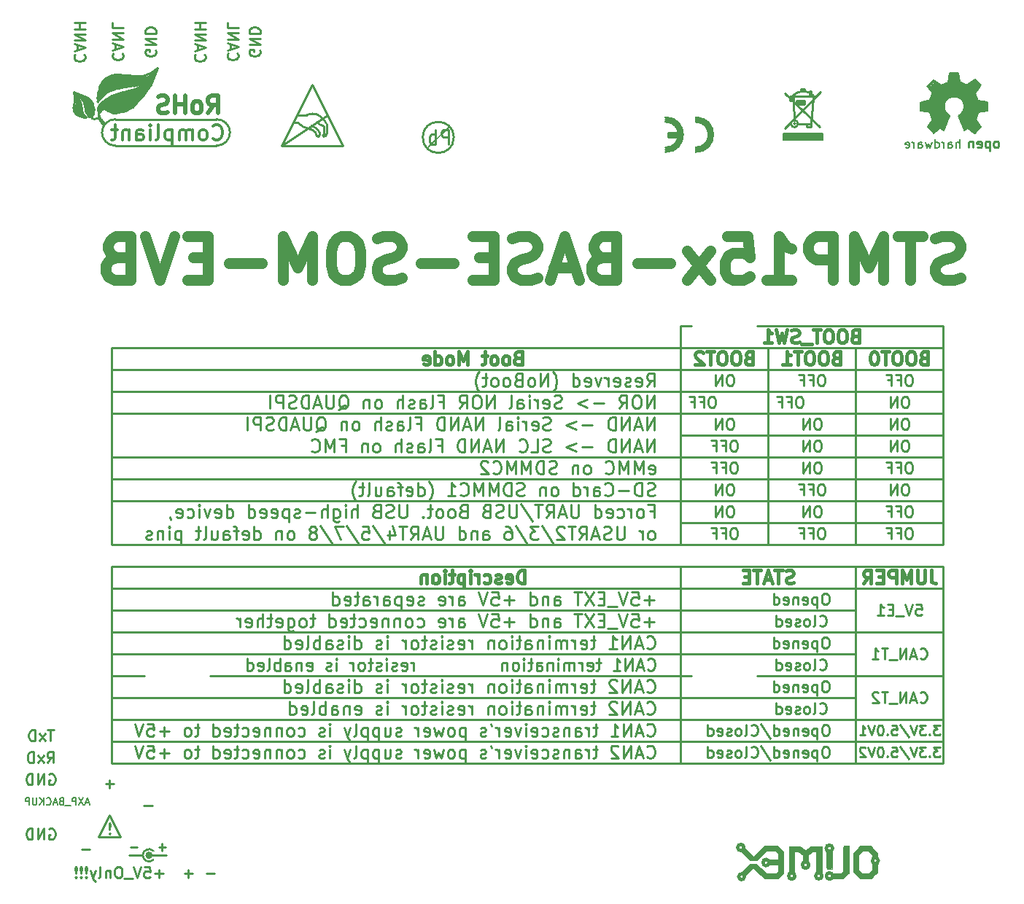
<source format=gbr>
G04 #@! TF.GenerationSoftware,KiCad,Pcbnew,5.1.0-rc2-unknown-036be7d~80~ubuntu16.04.1*
G04 #@! TF.CreationDate,2023-04-10T13:57:59+03:00*
G04 #@! TF.ProjectId,STMP15x-BASE-SOM-EVB_Rev_B,53544d50-3135-4782-9d42-4153452d534f,B*
G04 #@! TF.SameCoordinates,Original*
G04 #@! TF.FileFunction,Legend,Bot*
G04 #@! TF.FilePolarity,Positive*
%FSLAX46Y46*%
G04 Gerber Fmt 4.6, Leading zero omitted, Abs format (unit mm)*
G04 Created by KiCad (PCBNEW 5.1.0-rc2-unknown-036be7d~80~ubuntu16.04.1) date 2023-04-10 13:57:59*
%MOMM*%
%LPD*%
G04 APERTURE LIST*
%ADD10C,0.381000*%
%ADD11C,0.254000*%
%ADD12C,1.270000*%
%ADD13C,0.304800*%
%ADD14C,0.203200*%
%ADD15C,0.100000*%
%ADD16C,0.700000*%
%ADD17C,0.400000*%
%ADD18C,0.500000*%
%ADD19C,0.508000*%
%ADD20C,0.127000*%
%ADD21C,0.150000*%
%ADD22C,1.000000*%
%ADD23C,0.370000*%
%ADD24C,0.380000*%
%ADD25C,0.420000*%
%ADD26C,0.200000*%
%ADD27C,0.300000*%
%ADD28C,0.350000*%
%ADD29C,0.180000*%
G04 APERTURE END LIST*
D10*
X175151142Y-79901142D02*
X174933428Y-79973714D01*
X174860857Y-80046285D01*
X174788285Y-80191428D01*
X174788285Y-80409142D01*
X174860857Y-80554285D01*
X174933428Y-80626857D01*
X175078571Y-80699428D01*
X175659142Y-80699428D01*
X175659142Y-79175428D01*
X175151142Y-79175428D01*
X175006000Y-79248000D01*
X174933428Y-79320571D01*
X174860857Y-79465714D01*
X174860857Y-79610857D01*
X174933428Y-79756000D01*
X175006000Y-79828571D01*
X175151142Y-79901142D01*
X175659142Y-79901142D01*
X173844857Y-79175428D02*
X173554571Y-79175428D01*
X173409428Y-79248000D01*
X173264285Y-79393142D01*
X173191714Y-79683428D01*
X173191714Y-80191428D01*
X173264285Y-80481714D01*
X173409428Y-80626857D01*
X173554571Y-80699428D01*
X173844857Y-80699428D01*
X173990000Y-80626857D01*
X174135142Y-80481714D01*
X174207714Y-80191428D01*
X174207714Y-79683428D01*
X174135142Y-79393142D01*
X173990000Y-79248000D01*
X173844857Y-79175428D01*
X172248285Y-79175428D02*
X171958000Y-79175428D01*
X171812857Y-79248000D01*
X171667714Y-79393142D01*
X171595142Y-79683428D01*
X171595142Y-80191428D01*
X171667714Y-80481714D01*
X171812857Y-80626857D01*
X171958000Y-80699428D01*
X172248285Y-80699428D01*
X172393428Y-80626857D01*
X172538571Y-80481714D01*
X172611142Y-80191428D01*
X172611142Y-79683428D01*
X172538571Y-79393142D01*
X172393428Y-79248000D01*
X172248285Y-79175428D01*
X171159714Y-79175428D02*
X170288857Y-79175428D01*
X170724285Y-80699428D02*
X170724285Y-79175428D01*
X170143714Y-80844571D02*
X168982571Y-80844571D01*
X168692285Y-80626857D02*
X168474571Y-80699428D01*
X168111714Y-80699428D01*
X167966571Y-80626857D01*
X167894000Y-80554285D01*
X167821428Y-80409142D01*
X167821428Y-80264000D01*
X167894000Y-80118857D01*
X167966571Y-80046285D01*
X168111714Y-79973714D01*
X168402000Y-79901142D01*
X168547142Y-79828571D01*
X168619714Y-79756000D01*
X168692285Y-79610857D01*
X168692285Y-79465714D01*
X168619714Y-79320571D01*
X168547142Y-79248000D01*
X168402000Y-79175428D01*
X168039142Y-79175428D01*
X167821428Y-79248000D01*
X167313428Y-79175428D02*
X166950571Y-80699428D01*
X166660285Y-79610857D01*
X166370000Y-80699428D01*
X166007142Y-79175428D01*
X164628285Y-80699428D02*
X165499142Y-80699428D01*
X165063714Y-80699428D02*
X165063714Y-79175428D01*
X165208857Y-79393142D01*
X165354000Y-79538285D01*
X165499142Y-79610857D01*
D11*
X154940000Y-78740000D02*
X156210000Y-78740000D01*
X154940000Y-81280000D02*
X154940000Y-78740000D01*
X185420000Y-78740000D02*
X163830000Y-78740000D01*
X185420000Y-81280000D02*
X185420000Y-78740000D01*
X92710000Y-119380000D02*
X88900000Y-119380000D01*
X163830000Y-119380000D02*
X185420000Y-119380000D01*
X154940000Y-116840000D02*
X175260000Y-116840000D01*
X151042309Y-128796142D02*
X151112461Y-128866295D01*
X151322919Y-128936447D01*
X151463223Y-128936447D01*
X151673680Y-128866295D01*
X151813985Y-128725990D01*
X151884138Y-128585685D01*
X151954290Y-128305076D01*
X151954290Y-128094619D01*
X151884138Y-127814009D01*
X151813985Y-127673704D01*
X151673680Y-127533400D01*
X151463223Y-127463247D01*
X151322919Y-127463247D01*
X151112461Y-127533400D01*
X151042309Y-127603552D01*
X150481090Y-128515533D02*
X149779566Y-128515533D01*
X150621395Y-128936447D02*
X150130328Y-127463247D01*
X149639261Y-128936447D01*
X149148195Y-128936447D02*
X149148195Y-127463247D01*
X148306366Y-128936447D01*
X148306366Y-127463247D01*
X147674995Y-127603552D02*
X147604842Y-127533400D01*
X147464538Y-127463247D01*
X147113776Y-127463247D01*
X146973471Y-127533400D01*
X146903319Y-127603552D01*
X146833166Y-127743857D01*
X146833166Y-127884161D01*
X146903319Y-128094619D01*
X147745147Y-128936447D01*
X146833166Y-128936447D01*
X145289814Y-127954314D02*
X144728595Y-127954314D01*
X145079357Y-127463247D02*
X145079357Y-128725990D01*
X145009204Y-128866295D01*
X144868900Y-128936447D01*
X144728595Y-128936447D01*
X144237528Y-128936447D02*
X144237528Y-127954314D01*
X144237528Y-128234923D02*
X144167376Y-128094619D01*
X144097223Y-128024466D01*
X143956919Y-127954314D01*
X143816614Y-127954314D01*
X142694176Y-128936447D02*
X142694176Y-128164771D01*
X142764328Y-128024466D01*
X142904633Y-127954314D01*
X143185242Y-127954314D01*
X143325547Y-128024466D01*
X142694176Y-128866295D02*
X142834480Y-128936447D01*
X143185242Y-128936447D01*
X143325547Y-128866295D01*
X143395700Y-128725990D01*
X143395700Y-128585685D01*
X143325547Y-128445380D01*
X143185242Y-128375228D01*
X142834480Y-128375228D01*
X142694176Y-128305076D01*
X141992652Y-127954314D02*
X141992652Y-128936447D01*
X141992652Y-128094619D02*
X141922500Y-128024466D01*
X141782195Y-127954314D01*
X141571738Y-127954314D01*
X141431433Y-128024466D01*
X141361280Y-128164771D01*
X141361280Y-128936447D01*
X140729909Y-128866295D02*
X140589604Y-128936447D01*
X140308995Y-128936447D01*
X140168690Y-128866295D01*
X140098538Y-128725990D01*
X140098538Y-128655838D01*
X140168690Y-128515533D01*
X140308995Y-128445380D01*
X140519452Y-128445380D01*
X140659757Y-128375228D01*
X140729909Y-128234923D01*
X140729909Y-128164771D01*
X140659757Y-128024466D01*
X140519452Y-127954314D01*
X140308995Y-127954314D01*
X140168690Y-128024466D01*
X138835795Y-128866295D02*
X138976100Y-128936447D01*
X139256709Y-128936447D01*
X139397014Y-128866295D01*
X139467166Y-128796142D01*
X139537319Y-128655838D01*
X139537319Y-128234923D01*
X139467166Y-128094619D01*
X139397014Y-128024466D01*
X139256709Y-127954314D01*
X138976100Y-127954314D01*
X138835795Y-128024466D01*
X137643204Y-128866295D02*
X137783509Y-128936447D01*
X138064119Y-128936447D01*
X138204423Y-128866295D01*
X138274576Y-128725990D01*
X138274576Y-128164771D01*
X138204423Y-128024466D01*
X138064119Y-127954314D01*
X137783509Y-127954314D01*
X137643204Y-128024466D01*
X137573052Y-128164771D01*
X137573052Y-128305076D01*
X138274576Y-128445380D01*
X136941680Y-128936447D02*
X136941680Y-127954314D01*
X136941680Y-127463247D02*
X137011833Y-127533400D01*
X136941680Y-127603552D01*
X136871528Y-127533400D01*
X136941680Y-127463247D01*
X136941680Y-127603552D01*
X136380461Y-127954314D02*
X136029700Y-128936447D01*
X135678938Y-127954314D01*
X134556500Y-128866295D02*
X134696804Y-128936447D01*
X134977414Y-128936447D01*
X135117719Y-128866295D01*
X135187871Y-128725990D01*
X135187871Y-128164771D01*
X135117719Y-128024466D01*
X134977414Y-127954314D01*
X134696804Y-127954314D01*
X134556500Y-128024466D01*
X134486347Y-128164771D01*
X134486347Y-128305076D01*
X135187871Y-128445380D01*
X133854976Y-128936447D02*
X133854976Y-127954314D01*
X133854976Y-128234923D02*
X133784823Y-128094619D01*
X133714671Y-128024466D01*
X133574366Y-127954314D01*
X133434061Y-127954314D01*
X132872842Y-127463247D02*
X133013147Y-127743857D01*
X132311623Y-128866295D02*
X132171319Y-128936447D01*
X131890709Y-128936447D01*
X131750404Y-128866295D01*
X131680252Y-128725990D01*
X131680252Y-128655838D01*
X131750404Y-128515533D01*
X131890709Y-128445380D01*
X132101166Y-128445380D01*
X132241471Y-128375228D01*
X132311623Y-128234923D01*
X132311623Y-128164771D01*
X132241471Y-128024466D01*
X132101166Y-127954314D01*
X131890709Y-127954314D01*
X131750404Y-128024466D01*
X129926442Y-127954314D02*
X129926442Y-129427514D01*
X129926442Y-128024466D02*
X129786138Y-127954314D01*
X129505528Y-127954314D01*
X129365223Y-128024466D01*
X129295071Y-128094619D01*
X129224919Y-128234923D01*
X129224919Y-128655838D01*
X129295071Y-128796142D01*
X129365223Y-128866295D01*
X129505528Y-128936447D01*
X129786138Y-128936447D01*
X129926442Y-128866295D01*
X128383090Y-128936447D02*
X128523395Y-128866295D01*
X128593547Y-128796142D01*
X128663700Y-128655838D01*
X128663700Y-128234923D01*
X128593547Y-128094619D01*
X128523395Y-128024466D01*
X128383090Y-127954314D01*
X128172633Y-127954314D01*
X128032328Y-128024466D01*
X127962176Y-128094619D01*
X127892023Y-128234923D01*
X127892023Y-128655838D01*
X127962176Y-128796142D01*
X128032328Y-128866295D01*
X128172633Y-128936447D01*
X128383090Y-128936447D01*
X127400957Y-127954314D02*
X127120347Y-128936447D01*
X126839738Y-128234923D01*
X126559128Y-128936447D01*
X126278519Y-127954314D01*
X125156080Y-128866295D02*
X125296385Y-128936447D01*
X125576995Y-128936447D01*
X125717300Y-128866295D01*
X125787452Y-128725990D01*
X125787452Y-128164771D01*
X125717300Y-128024466D01*
X125576995Y-127954314D01*
X125296385Y-127954314D01*
X125156080Y-128024466D01*
X125085928Y-128164771D01*
X125085928Y-128305076D01*
X125787452Y-128445380D01*
X124454557Y-128936447D02*
X124454557Y-127954314D01*
X124454557Y-128234923D02*
X124384404Y-128094619D01*
X124314252Y-128024466D01*
X124173947Y-127954314D01*
X124033642Y-127954314D01*
X122490290Y-128866295D02*
X122349985Y-128936447D01*
X122069376Y-128936447D01*
X121929071Y-128866295D01*
X121858919Y-128725990D01*
X121858919Y-128655838D01*
X121929071Y-128515533D01*
X122069376Y-128445380D01*
X122279833Y-128445380D01*
X122420138Y-128375228D01*
X122490290Y-128234923D01*
X122490290Y-128164771D01*
X122420138Y-128024466D01*
X122279833Y-127954314D01*
X122069376Y-127954314D01*
X121929071Y-128024466D01*
X120596176Y-127954314D02*
X120596176Y-128936447D01*
X121227547Y-127954314D02*
X121227547Y-128725990D01*
X121157395Y-128866295D01*
X121017090Y-128936447D01*
X120806633Y-128936447D01*
X120666328Y-128866295D01*
X120596176Y-128796142D01*
X119894652Y-127954314D02*
X119894652Y-129427514D01*
X119894652Y-128024466D02*
X119754347Y-127954314D01*
X119473738Y-127954314D01*
X119333433Y-128024466D01*
X119263280Y-128094619D01*
X119193128Y-128234923D01*
X119193128Y-128655838D01*
X119263280Y-128796142D01*
X119333433Y-128866295D01*
X119473738Y-128936447D01*
X119754347Y-128936447D01*
X119894652Y-128866295D01*
X118561757Y-127954314D02*
X118561757Y-129427514D01*
X118561757Y-128024466D02*
X118421452Y-127954314D01*
X118140842Y-127954314D01*
X118000538Y-128024466D01*
X117930385Y-128094619D01*
X117860233Y-128234923D01*
X117860233Y-128655838D01*
X117930385Y-128796142D01*
X118000538Y-128866295D01*
X118140842Y-128936447D01*
X118421452Y-128936447D01*
X118561757Y-128866295D01*
X117018404Y-128936447D02*
X117158709Y-128866295D01*
X117228861Y-128725990D01*
X117228861Y-127463247D01*
X116597490Y-127954314D02*
X116246728Y-128936447D01*
X115895966Y-127954314D02*
X116246728Y-128936447D01*
X116387033Y-129287209D01*
X116457185Y-129357361D01*
X116597490Y-129427514D01*
X114212309Y-128936447D02*
X114212309Y-127954314D01*
X114212309Y-127463247D02*
X114282461Y-127533400D01*
X114212309Y-127603552D01*
X114142157Y-127533400D01*
X114212309Y-127463247D01*
X114212309Y-127603552D01*
X113580938Y-128866295D02*
X113440633Y-128936447D01*
X113160023Y-128936447D01*
X113019719Y-128866295D01*
X112949566Y-128725990D01*
X112949566Y-128655838D01*
X113019719Y-128515533D01*
X113160023Y-128445380D01*
X113370480Y-128445380D01*
X113510785Y-128375228D01*
X113580938Y-128234923D01*
X113580938Y-128164771D01*
X113510785Y-128024466D01*
X113370480Y-127954314D01*
X113160023Y-127954314D01*
X113019719Y-128024466D01*
X110564385Y-128866295D02*
X110704690Y-128936447D01*
X110985299Y-128936447D01*
X111125604Y-128866295D01*
X111195757Y-128796142D01*
X111265909Y-128655838D01*
X111265909Y-128234923D01*
X111195757Y-128094619D01*
X111125604Y-128024466D01*
X110985299Y-127954314D01*
X110704690Y-127954314D01*
X110564385Y-128024466D01*
X109722557Y-128936447D02*
X109862861Y-128866295D01*
X109933014Y-128796142D01*
X110003166Y-128655838D01*
X110003166Y-128234923D01*
X109933014Y-128094619D01*
X109862861Y-128024466D01*
X109722557Y-127954314D01*
X109512099Y-127954314D01*
X109371795Y-128024466D01*
X109301642Y-128094619D01*
X109231490Y-128234923D01*
X109231490Y-128655838D01*
X109301642Y-128796142D01*
X109371795Y-128866295D01*
X109512099Y-128936447D01*
X109722557Y-128936447D01*
X108600119Y-127954314D02*
X108600119Y-128936447D01*
X108600119Y-128094619D02*
X108529966Y-128024466D01*
X108389661Y-127954314D01*
X108179204Y-127954314D01*
X108038899Y-128024466D01*
X107968747Y-128164771D01*
X107968747Y-128936447D01*
X107267223Y-127954314D02*
X107267223Y-128936447D01*
X107267223Y-128094619D02*
X107197071Y-128024466D01*
X107056766Y-127954314D01*
X106846309Y-127954314D01*
X106706004Y-128024466D01*
X106635852Y-128164771D01*
X106635852Y-128936447D01*
X105373109Y-128866295D02*
X105513414Y-128936447D01*
X105794023Y-128936447D01*
X105934328Y-128866295D01*
X106004480Y-128725990D01*
X106004480Y-128164771D01*
X105934328Y-128024466D01*
X105794023Y-127954314D01*
X105513414Y-127954314D01*
X105373109Y-128024466D01*
X105302957Y-128164771D01*
X105302957Y-128305076D01*
X106004480Y-128445380D01*
X104040214Y-128866295D02*
X104180519Y-128936447D01*
X104461128Y-128936447D01*
X104601433Y-128866295D01*
X104671585Y-128796142D01*
X104741738Y-128655838D01*
X104741738Y-128234923D01*
X104671585Y-128094619D01*
X104601433Y-128024466D01*
X104461128Y-127954314D01*
X104180519Y-127954314D01*
X104040214Y-128024466D01*
X103619299Y-127954314D02*
X103058080Y-127954314D01*
X103408842Y-127463247D02*
X103408842Y-128725990D01*
X103338690Y-128866295D01*
X103198385Y-128936447D01*
X103058080Y-128936447D01*
X102005795Y-128866295D02*
X102146099Y-128936447D01*
X102426709Y-128936447D01*
X102567014Y-128866295D01*
X102637166Y-128725990D01*
X102637166Y-128164771D01*
X102567014Y-128024466D01*
X102426709Y-127954314D01*
X102146099Y-127954314D01*
X102005795Y-128024466D01*
X101935642Y-128164771D01*
X101935642Y-128305076D01*
X102637166Y-128445380D01*
X100672899Y-128936447D02*
X100672899Y-127463247D01*
X100672899Y-128866295D02*
X100813204Y-128936447D01*
X101093814Y-128936447D01*
X101234119Y-128866295D01*
X101304271Y-128796142D01*
X101374423Y-128655838D01*
X101374423Y-128234923D01*
X101304271Y-128094619D01*
X101234119Y-128024466D01*
X101093814Y-127954314D01*
X100813204Y-127954314D01*
X100672899Y-128024466D01*
X99059395Y-127954314D02*
X98498176Y-127954314D01*
X98848938Y-127463247D02*
X98848938Y-128725990D01*
X98778785Y-128866295D01*
X98638480Y-128936447D01*
X98498176Y-128936447D01*
X97796652Y-128936447D02*
X97936957Y-128866295D01*
X98007109Y-128796142D01*
X98077261Y-128655838D01*
X98077261Y-128234923D01*
X98007109Y-128094619D01*
X97936957Y-128024466D01*
X97796652Y-127954314D01*
X97586195Y-127954314D01*
X97445890Y-128024466D01*
X97375738Y-128094619D01*
X97305585Y-128234923D01*
X97305585Y-128655838D01*
X97375738Y-128796142D01*
X97445890Y-128866295D01*
X97586195Y-128936447D01*
X97796652Y-128936447D01*
X95551776Y-128375228D02*
X94429338Y-128375228D01*
X94990557Y-128936447D02*
X94990557Y-127814009D01*
X93026290Y-127463247D02*
X93727814Y-127463247D01*
X93797966Y-128164771D01*
X93727814Y-128094619D01*
X93587509Y-128024466D01*
X93236747Y-128024466D01*
X93096442Y-128094619D01*
X93026290Y-128164771D01*
X92956138Y-128305076D01*
X92956138Y-128655838D01*
X93026290Y-128796142D01*
X93096442Y-128866295D01*
X93236747Y-128936447D01*
X93587509Y-128936447D01*
X93727814Y-128866295D01*
X93797966Y-128796142D01*
X92535223Y-127463247D02*
X92044157Y-128936447D01*
X91553090Y-127463247D01*
X151042309Y-126256142D02*
X151112461Y-126326295D01*
X151322919Y-126396447D01*
X151463223Y-126396447D01*
X151673680Y-126326295D01*
X151813985Y-126185990D01*
X151884138Y-126045685D01*
X151954290Y-125765076D01*
X151954290Y-125554619D01*
X151884138Y-125274009D01*
X151813985Y-125133704D01*
X151673680Y-124993400D01*
X151463223Y-124923247D01*
X151322919Y-124923247D01*
X151112461Y-124993400D01*
X151042309Y-125063552D01*
X150481090Y-125975533D02*
X149779566Y-125975533D01*
X150621395Y-126396447D02*
X150130328Y-124923247D01*
X149639261Y-126396447D01*
X149148195Y-126396447D02*
X149148195Y-124923247D01*
X148306366Y-126396447D01*
X148306366Y-124923247D01*
X146833166Y-126396447D02*
X147674995Y-126396447D01*
X147254080Y-126396447D02*
X147254080Y-124923247D01*
X147394385Y-125133704D01*
X147534690Y-125274009D01*
X147674995Y-125344161D01*
X145289814Y-125414314D02*
X144728595Y-125414314D01*
X145079357Y-124923247D02*
X145079357Y-126185990D01*
X145009204Y-126326295D01*
X144868900Y-126396447D01*
X144728595Y-126396447D01*
X144237528Y-126396447D02*
X144237528Y-125414314D01*
X144237528Y-125694923D02*
X144167376Y-125554619D01*
X144097223Y-125484466D01*
X143956919Y-125414314D01*
X143816614Y-125414314D01*
X142694176Y-126396447D02*
X142694176Y-125624771D01*
X142764328Y-125484466D01*
X142904633Y-125414314D01*
X143185242Y-125414314D01*
X143325547Y-125484466D01*
X142694176Y-126326295D02*
X142834480Y-126396447D01*
X143185242Y-126396447D01*
X143325547Y-126326295D01*
X143395700Y-126185990D01*
X143395700Y-126045685D01*
X143325547Y-125905380D01*
X143185242Y-125835228D01*
X142834480Y-125835228D01*
X142694176Y-125765076D01*
X141992652Y-125414314D02*
X141992652Y-126396447D01*
X141992652Y-125554619D02*
X141922500Y-125484466D01*
X141782195Y-125414314D01*
X141571738Y-125414314D01*
X141431433Y-125484466D01*
X141361280Y-125624771D01*
X141361280Y-126396447D01*
X140729909Y-126326295D02*
X140589604Y-126396447D01*
X140308995Y-126396447D01*
X140168690Y-126326295D01*
X140098538Y-126185990D01*
X140098538Y-126115838D01*
X140168690Y-125975533D01*
X140308995Y-125905380D01*
X140519452Y-125905380D01*
X140659757Y-125835228D01*
X140729909Y-125694923D01*
X140729909Y-125624771D01*
X140659757Y-125484466D01*
X140519452Y-125414314D01*
X140308995Y-125414314D01*
X140168690Y-125484466D01*
X138835795Y-126326295D02*
X138976100Y-126396447D01*
X139256709Y-126396447D01*
X139397014Y-126326295D01*
X139467166Y-126256142D01*
X139537319Y-126115838D01*
X139537319Y-125694923D01*
X139467166Y-125554619D01*
X139397014Y-125484466D01*
X139256709Y-125414314D01*
X138976100Y-125414314D01*
X138835795Y-125484466D01*
X137643204Y-126326295D02*
X137783509Y-126396447D01*
X138064119Y-126396447D01*
X138204423Y-126326295D01*
X138274576Y-126185990D01*
X138274576Y-125624771D01*
X138204423Y-125484466D01*
X138064119Y-125414314D01*
X137783509Y-125414314D01*
X137643204Y-125484466D01*
X137573052Y-125624771D01*
X137573052Y-125765076D01*
X138274576Y-125905380D01*
X136941680Y-126396447D02*
X136941680Y-125414314D01*
X136941680Y-124923247D02*
X137011833Y-124993400D01*
X136941680Y-125063552D01*
X136871528Y-124993400D01*
X136941680Y-124923247D01*
X136941680Y-125063552D01*
X136380461Y-125414314D02*
X136029700Y-126396447D01*
X135678938Y-125414314D01*
X134556500Y-126326295D02*
X134696804Y-126396447D01*
X134977414Y-126396447D01*
X135117719Y-126326295D01*
X135187871Y-126185990D01*
X135187871Y-125624771D01*
X135117719Y-125484466D01*
X134977414Y-125414314D01*
X134696804Y-125414314D01*
X134556500Y-125484466D01*
X134486347Y-125624771D01*
X134486347Y-125765076D01*
X135187871Y-125905380D01*
X133854976Y-126396447D02*
X133854976Y-125414314D01*
X133854976Y-125694923D02*
X133784823Y-125554619D01*
X133714671Y-125484466D01*
X133574366Y-125414314D01*
X133434061Y-125414314D01*
X132872842Y-124923247D02*
X133013147Y-125203857D01*
X132311623Y-126326295D02*
X132171319Y-126396447D01*
X131890709Y-126396447D01*
X131750404Y-126326295D01*
X131680252Y-126185990D01*
X131680252Y-126115838D01*
X131750404Y-125975533D01*
X131890709Y-125905380D01*
X132101166Y-125905380D01*
X132241471Y-125835228D01*
X132311623Y-125694923D01*
X132311623Y-125624771D01*
X132241471Y-125484466D01*
X132101166Y-125414314D01*
X131890709Y-125414314D01*
X131750404Y-125484466D01*
X129926442Y-125414314D02*
X129926442Y-126887514D01*
X129926442Y-125484466D02*
X129786138Y-125414314D01*
X129505528Y-125414314D01*
X129365223Y-125484466D01*
X129295071Y-125554619D01*
X129224919Y-125694923D01*
X129224919Y-126115838D01*
X129295071Y-126256142D01*
X129365223Y-126326295D01*
X129505528Y-126396447D01*
X129786138Y-126396447D01*
X129926442Y-126326295D01*
X128383090Y-126396447D02*
X128523395Y-126326295D01*
X128593547Y-126256142D01*
X128663700Y-126115838D01*
X128663700Y-125694923D01*
X128593547Y-125554619D01*
X128523395Y-125484466D01*
X128383090Y-125414314D01*
X128172633Y-125414314D01*
X128032328Y-125484466D01*
X127962176Y-125554619D01*
X127892023Y-125694923D01*
X127892023Y-126115838D01*
X127962176Y-126256142D01*
X128032328Y-126326295D01*
X128172633Y-126396447D01*
X128383090Y-126396447D01*
X127400957Y-125414314D02*
X127120347Y-126396447D01*
X126839738Y-125694923D01*
X126559128Y-126396447D01*
X126278519Y-125414314D01*
X125156080Y-126326295D02*
X125296385Y-126396447D01*
X125576995Y-126396447D01*
X125717300Y-126326295D01*
X125787452Y-126185990D01*
X125787452Y-125624771D01*
X125717300Y-125484466D01*
X125576995Y-125414314D01*
X125296385Y-125414314D01*
X125156080Y-125484466D01*
X125085928Y-125624771D01*
X125085928Y-125765076D01*
X125787452Y-125905380D01*
X124454557Y-126396447D02*
X124454557Y-125414314D01*
X124454557Y-125694923D02*
X124384404Y-125554619D01*
X124314252Y-125484466D01*
X124173947Y-125414314D01*
X124033642Y-125414314D01*
X122490290Y-126326295D02*
X122349985Y-126396447D01*
X122069376Y-126396447D01*
X121929071Y-126326295D01*
X121858919Y-126185990D01*
X121858919Y-126115838D01*
X121929071Y-125975533D01*
X122069376Y-125905380D01*
X122279833Y-125905380D01*
X122420138Y-125835228D01*
X122490290Y-125694923D01*
X122490290Y-125624771D01*
X122420138Y-125484466D01*
X122279833Y-125414314D01*
X122069376Y-125414314D01*
X121929071Y-125484466D01*
X120596176Y-125414314D02*
X120596176Y-126396447D01*
X121227547Y-125414314D02*
X121227547Y-126185990D01*
X121157395Y-126326295D01*
X121017090Y-126396447D01*
X120806633Y-126396447D01*
X120666328Y-126326295D01*
X120596176Y-126256142D01*
X119894652Y-125414314D02*
X119894652Y-126887514D01*
X119894652Y-125484466D02*
X119754347Y-125414314D01*
X119473738Y-125414314D01*
X119333433Y-125484466D01*
X119263280Y-125554619D01*
X119193128Y-125694923D01*
X119193128Y-126115838D01*
X119263280Y-126256142D01*
X119333433Y-126326295D01*
X119473738Y-126396447D01*
X119754347Y-126396447D01*
X119894652Y-126326295D01*
X118561757Y-125414314D02*
X118561757Y-126887514D01*
X118561757Y-125484466D02*
X118421452Y-125414314D01*
X118140842Y-125414314D01*
X118000538Y-125484466D01*
X117930385Y-125554619D01*
X117860233Y-125694923D01*
X117860233Y-126115838D01*
X117930385Y-126256142D01*
X118000538Y-126326295D01*
X118140842Y-126396447D01*
X118421452Y-126396447D01*
X118561757Y-126326295D01*
X117018404Y-126396447D02*
X117158709Y-126326295D01*
X117228861Y-126185990D01*
X117228861Y-124923247D01*
X116597490Y-125414314D02*
X116246728Y-126396447D01*
X115895966Y-125414314D02*
X116246728Y-126396447D01*
X116387033Y-126747209D01*
X116457185Y-126817361D01*
X116597490Y-126887514D01*
X114212309Y-126396447D02*
X114212309Y-125414314D01*
X114212309Y-124923247D02*
X114282461Y-124993400D01*
X114212309Y-125063552D01*
X114142157Y-124993400D01*
X114212309Y-124923247D01*
X114212309Y-125063552D01*
X113580938Y-126326295D02*
X113440633Y-126396447D01*
X113160023Y-126396447D01*
X113019719Y-126326295D01*
X112949566Y-126185990D01*
X112949566Y-126115838D01*
X113019719Y-125975533D01*
X113160023Y-125905380D01*
X113370480Y-125905380D01*
X113510785Y-125835228D01*
X113580938Y-125694923D01*
X113580938Y-125624771D01*
X113510785Y-125484466D01*
X113370480Y-125414314D01*
X113160023Y-125414314D01*
X113019719Y-125484466D01*
X110564385Y-126326295D02*
X110704690Y-126396447D01*
X110985299Y-126396447D01*
X111125604Y-126326295D01*
X111195757Y-126256142D01*
X111265909Y-126115838D01*
X111265909Y-125694923D01*
X111195757Y-125554619D01*
X111125604Y-125484466D01*
X110985299Y-125414314D01*
X110704690Y-125414314D01*
X110564385Y-125484466D01*
X109722557Y-126396447D02*
X109862861Y-126326295D01*
X109933014Y-126256142D01*
X110003166Y-126115838D01*
X110003166Y-125694923D01*
X109933014Y-125554619D01*
X109862861Y-125484466D01*
X109722557Y-125414314D01*
X109512099Y-125414314D01*
X109371795Y-125484466D01*
X109301642Y-125554619D01*
X109231490Y-125694923D01*
X109231490Y-126115838D01*
X109301642Y-126256142D01*
X109371795Y-126326295D01*
X109512099Y-126396447D01*
X109722557Y-126396447D01*
X108600119Y-125414314D02*
X108600119Y-126396447D01*
X108600119Y-125554619D02*
X108529966Y-125484466D01*
X108389661Y-125414314D01*
X108179204Y-125414314D01*
X108038899Y-125484466D01*
X107968747Y-125624771D01*
X107968747Y-126396447D01*
X107267223Y-125414314D02*
X107267223Y-126396447D01*
X107267223Y-125554619D02*
X107197071Y-125484466D01*
X107056766Y-125414314D01*
X106846309Y-125414314D01*
X106706004Y-125484466D01*
X106635852Y-125624771D01*
X106635852Y-126396447D01*
X105373109Y-126326295D02*
X105513414Y-126396447D01*
X105794023Y-126396447D01*
X105934328Y-126326295D01*
X106004480Y-126185990D01*
X106004480Y-125624771D01*
X105934328Y-125484466D01*
X105794023Y-125414314D01*
X105513414Y-125414314D01*
X105373109Y-125484466D01*
X105302957Y-125624771D01*
X105302957Y-125765076D01*
X106004480Y-125905380D01*
X104040214Y-126326295D02*
X104180519Y-126396447D01*
X104461128Y-126396447D01*
X104601433Y-126326295D01*
X104671585Y-126256142D01*
X104741738Y-126115838D01*
X104741738Y-125694923D01*
X104671585Y-125554619D01*
X104601433Y-125484466D01*
X104461128Y-125414314D01*
X104180519Y-125414314D01*
X104040214Y-125484466D01*
X103619299Y-125414314D02*
X103058080Y-125414314D01*
X103408842Y-124923247D02*
X103408842Y-126185990D01*
X103338690Y-126326295D01*
X103198385Y-126396447D01*
X103058080Y-126396447D01*
X102005795Y-126326295D02*
X102146099Y-126396447D01*
X102426709Y-126396447D01*
X102567014Y-126326295D01*
X102637166Y-126185990D01*
X102637166Y-125624771D01*
X102567014Y-125484466D01*
X102426709Y-125414314D01*
X102146099Y-125414314D01*
X102005795Y-125484466D01*
X101935642Y-125624771D01*
X101935642Y-125765076D01*
X102637166Y-125905380D01*
X100672899Y-126396447D02*
X100672899Y-124923247D01*
X100672899Y-126326295D02*
X100813204Y-126396447D01*
X101093814Y-126396447D01*
X101234119Y-126326295D01*
X101304271Y-126256142D01*
X101374423Y-126115838D01*
X101374423Y-125694923D01*
X101304271Y-125554619D01*
X101234119Y-125484466D01*
X101093814Y-125414314D01*
X100813204Y-125414314D01*
X100672899Y-125484466D01*
X99059395Y-125414314D02*
X98498176Y-125414314D01*
X98848938Y-124923247D02*
X98848938Y-126185990D01*
X98778785Y-126326295D01*
X98638480Y-126396447D01*
X98498176Y-126396447D01*
X97796652Y-126396447D02*
X97936957Y-126326295D01*
X98007109Y-126256142D01*
X98077261Y-126115838D01*
X98077261Y-125694923D01*
X98007109Y-125554619D01*
X97936957Y-125484466D01*
X97796652Y-125414314D01*
X97586195Y-125414314D01*
X97445890Y-125484466D01*
X97375738Y-125554619D01*
X97305585Y-125694923D01*
X97305585Y-126115838D01*
X97375738Y-126256142D01*
X97445890Y-126326295D01*
X97586195Y-126396447D01*
X97796652Y-126396447D01*
X95551776Y-125835228D02*
X94429338Y-125835228D01*
X94990557Y-126396447D02*
X94990557Y-125274009D01*
X93026290Y-124923247D02*
X93727814Y-124923247D01*
X93797966Y-125624771D01*
X93727814Y-125554619D01*
X93587509Y-125484466D01*
X93236747Y-125484466D01*
X93096442Y-125554619D01*
X93026290Y-125624771D01*
X92956138Y-125765076D01*
X92956138Y-126115838D01*
X93026290Y-126256142D01*
X93096442Y-126326295D01*
X93236747Y-126396447D01*
X93587509Y-126396447D01*
X93727814Y-126326295D01*
X93797966Y-126256142D01*
X92535223Y-124923247D02*
X92044157Y-126396447D01*
X91553090Y-124923247D01*
X171873333Y-127574523D02*
X171631428Y-127574523D01*
X171510476Y-127635000D01*
X171389523Y-127755952D01*
X171329047Y-127997857D01*
X171329047Y-128421190D01*
X171389523Y-128663095D01*
X171510476Y-128784047D01*
X171631428Y-128844523D01*
X171873333Y-128844523D01*
X171994285Y-128784047D01*
X172115238Y-128663095D01*
X172175714Y-128421190D01*
X172175714Y-127997857D01*
X172115238Y-127755952D01*
X171994285Y-127635000D01*
X171873333Y-127574523D01*
X170784761Y-127997857D02*
X170784761Y-129267857D01*
X170784761Y-128058333D02*
X170663809Y-127997857D01*
X170421904Y-127997857D01*
X170300952Y-128058333D01*
X170240476Y-128118809D01*
X170180000Y-128239761D01*
X170180000Y-128602619D01*
X170240476Y-128723571D01*
X170300952Y-128784047D01*
X170421904Y-128844523D01*
X170663809Y-128844523D01*
X170784761Y-128784047D01*
X169151904Y-128784047D02*
X169272857Y-128844523D01*
X169514761Y-128844523D01*
X169635714Y-128784047D01*
X169696190Y-128663095D01*
X169696190Y-128179285D01*
X169635714Y-128058333D01*
X169514761Y-127997857D01*
X169272857Y-127997857D01*
X169151904Y-128058333D01*
X169091428Y-128179285D01*
X169091428Y-128300238D01*
X169696190Y-128421190D01*
X168547142Y-127997857D02*
X168547142Y-128844523D01*
X168547142Y-128118809D02*
X168486666Y-128058333D01*
X168365714Y-127997857D01*
X168184285Y-127997857D01*
X168063333Y-128058333D01*
X168002857Y-128179285D01*
X168002857Y-128844523D01*
X166914285Y-128784047D02*
X167035238Y-128844523D01*
X167277142Y-128844523D01*
X167398095Y-128784047D01*
X167458571Y-128663095D01*
X167458571Y-128179285D01*
X167398095Y-128058333D01*
X167277142Y-127997857D01*
X167035238Y-127997857D01*
X166914285Y-128058333D01*
X166853809Y-128179285D01*
X166853809Y-128300238D01*
X167458571Y-128421190D01*
X165765238Y-128844523D02*
X165765238Y-127574523D01*
X165765238Y-128784047D02*
X165886190Y-128844523D01*
X166128095Y-128844523D01*
X166249047Y-128784047D01*
X166309523Y-128723571D01*
X166370000Y-128602619D01*
X166370000Y-128239761D01*
X166309523Y-128118809D01*
X166249047Y-128058333D01*
X166128095Y-127997857D01*
X165886190Y-127997857D01*
X165765238Y-128058333D01*
X164253333Y-127514047D02*
X165341904Y-129146904D01*
X163104285Y-128723571D02*
X163164761Y-128784047D01*
X163346190Y-128844523D01*
X163467142Y-128844523D01*
X163648571Y-128784047D01*
X163769523Y-128663095D01*
X163830000Y-128542142D01*
X163890476Y-128300238D01*
X163890476Y-128118809D01*
X163830000Y-127876904D01*
X163769523Y-127755952D01*
X163648571Y-127635000D01*
X163467142Y-127574523D01*
X163346190Y-127574523D01*
X163164761Y-127635000D01*
X163104285Y-127695476D01*
X162378571Y-128844523D02*
X162499523Y-128784047D01*
X162560000Y-128663095D01*
X162560000Y-127574523D01*
X161713333Y-128844523D02*
X161834285Y-128784047D01*
X161894761Y-128723571D01*
X161955238Y-128602619D01*
X161955238Y-128239761D01*
X161894761Y-128118809D01*
X161834285Y-128058333D01*
X161713333Y-127997857D01*
X161531904Y-127997857D01*
X161410952Y-128058333D01*
X161350476Y-128118809D01*
X161290000Y-128239761D01*
X161290000Y-128602619D01*
X161350476Y-128723571D01*
X161410952Y-128784047D01*
X161531904Y-128844523D01*
X161713333Y-128844523D01*
X160806190Y-128784047D02*
X160685238Y-128844523D01*
X160443333Y-128844523D01*
X160322380Y-128784047D01*
X160261904Y-128663095D01*
X160261904Y-128602619D01*
X160322380Y-128481666D01*
X160443333Y-128421190D01*
X160624761Y-128421190D01*
X160745714Y-128360714D01*
X160806190Y-128239761D01*
X160806190Y-128179285D01*
X160745714Y-128058333D01*
X160624761Y-127997857D01*
X160443333Y-127997857D01*
X160322380Y-128058333D01*
X159233809Y-128784047D02*
X159354761Y-128844523D01*
X159596666Y-128844523D01*
X159717619Y-128784047D01*
X159778095Y-128663095D01*
X159778095Y-128179285D01*
X159717619Y-128058333D01*
X159596666Y-127997857D01*
X159354761Y-127997857D01*
X159233809Y-128058333D01*
X159173333Y-128179285D01*
X159173333Y-128300238D01*
X159778095Y-128421190D01*
X158084761Y-128844523D02*
X158084761Y-127574523D01*
X158084761Y-128784047D02*
X158205714Y-128844523D01*
X158447619Y-128844523D01*
X158568571Y-128784047D01*
X158629047Y-128723571D01*
X158689523Y-128602619D01*
X158689523Y-128239761D01*
X158629047Y-128118809D01*
X158568571Y-128058333D01*
X158447619Y-127997857D01*
X158205714Y-127997857D01*
X158084761Y-128058333D01*
X171873333Y-125034523D02*
X171631428Y-125034523D01*
X171510476Y-125095000D01*
X171389523Y-125215952D01*
X171329047Y-125457857D01*
X171329047Y-125881190D01*
X171389523Y-126123095D01*
X171510476Y-126244047D01*
X171631428Y-126304523D01*
X171873333Y-126304523D01*
X171994285Y-126244047D01*
X172115238Y-126123095D01*
X172175714Y-125881190D01*
X172175714Y-125457857D01*
X172115238Y-125215952D01*
X171994285Y-125095000D01*
X171873333Y-125034523D01*
X170784761Y-125457857D02*
X170784761Y-126727857D01*
X170784761Y-125518333D02*
X170663809Y-125457857D01*
X170421904Y-125457857D01*
X170300952Y-125518333D01*
X170240476Y-125578809D01*
X170180000Y-125699761D01*
X170180000Y-126062619D01*
X170240476Y-126183571D01*
X170300952Y-126244047D01*
X170421904Y-126304523D01*
X170663809Y-126304523D01*
X170784761Y-126244047D01*
X169151904Y-126244047D02*
X169272857Y-126304523D01*
X169514761Y-126304523D01*
X169635714Y-126244047D01*
X169696190Y-126123095D01*
X169696190Y-125639285D01*
X169635714Y-125518333D01*
X169514761Y-125457857D01*
X169272857Y-125457857D01*
X169151904Y-125518333D01*
X169091428Y-125639285D01*
X169091428Y-125760238D01*
X169696190Y-125881190D01*
X168547142Y-125457857D02*
X168547142Y-126304523D01*
X168547142Y-125578809D02*
X168486666Y-125518333D01*
X168365714Y-125457857D01*
X168184285Y-125457857D01*
X168063333Y-125518333D01*
X168002857Y-125639285D01*
X168002857Y-126304523D01*
X166914285Y-126244047D02*
X167035238Y-126304523D01*
X167277142Y-126304523D01*
X167398095Y-126244047D01*
X167458571Y-126123095D01*
X167458571Y-125639285D01*
X167398095Y-125518333D01*
X167277142Y-125457857D01*
X167035238Y-125457857D01*
X166914285Y-125518333D01*
X166853809Y-125639285D01*
X166853809Y-125760238D01*
X167458571Y-125881190D01*
X165765238Y-126304523D02*
X165765238Y-125034523D01*
X165765238Y-126244047D02*
X165886190Y-126304523D01*
X166128095Y-126304523D01*
X166249047Y-126244047D01*
X166309523Y-126183571D01*
X166370000Y-126062619D01*
X166370000Y-125699761D01*
X166309523Y-125578809D01*
X166249047Y-125518333D01*
X166128095Y-125457857D01*
X165886190Y-125457857D01*
X165765238Y-125518333D01*
X164253333Y-124974047D02*
X165341904Y-126606904D01*
X163104285Y-126183571D02*
X163164761Y-126244047D01*
X163346190Y-126304523D01*
X163467142Y-126304523D01*
X163648571Y-126244047D01*
X163769523Y-126123095D01*
X163830000Y-126002142D01*
X163890476Y-125760238D01*
X163890476Y-125578809D01*
X163830000Y-125336904D01*
X163769523Y-125215952D01*
X163648571Y-125095000D01*
X163467142Y-125034523D01*
X163346190Y-125034523D01*
X163164761Y-125095000D01*
X163104285Y-125155476D01*
X162378571Y-126304523D02*
X162499523Y-126244047D01*
X162560000Y-126123095D01*
X162560000Y-125034523D01*
X161713333Y-126304523D02*
X161834285Y-126244047D01*
X161894761Y-126183571D01*
X161955238Y-126062619D01*
X161955238Y-125699761D01*
X161894761Y-125578809D01*
X161834285Y-125518333D01*
X161713333Y-125457857D01*
X161531904Y-125457857D01*
X161410952Y-125518333D01*
X161350476Y-125578809D01*
X161290000Y-125699761D01*
X161290000Y-126062619D01*
X161350476Y-126183571D01*
X161410952Y-126244047D01*
X161531904Y-126304523D01*
X161713333Y-126304523D01*
X160806190Y-126244047D02*
X160685238Y-126304523D01*
X160443333Y-126304523D01*
X160322380Y-126244047D01*
X160261904Y-126123095D01*
X160261904Y-126062619D01*
X160322380Y-125941666D01*
X160443333Y-125881190D01*
X160624761Y-125881190D01*
X160745714Y-125820714D01*
X160806190Y-125699761D01*
X160806190Y-125639285D01*
X160745714Y-125518333D01*
X160624761Y-125457857D01*
X160443333Y-125457857D01*
X160322380Y-125518333D01*
X159233809Y-126244047D02*
X159354761Y-126304523D01*
X159596666Y-126304523D01*
X159717619Y-126244047D01*
X159778095Y-126123095D01*
X159778095Y-125639285D01*
X159717619Y-125518333D01*
X159596666Y-125457857D01*
X159354761Y-125457857D01*
X159233809Y-125518333D01*
X159173333Y-125639285D01*
X159173333Y-125760238D01*
X159778095Y-125881190D01*
X158084761Y-126304523D02*
X158084761Y-125034523D01*
X158084761Y-126244047D02*
X158205714Y-126304523D01*
X158447619Y-126304523D01*
X158568571Y-126244047D01*
X158629047Y-126183571D01*
X158689523Y-126062619D01*
X158689523Y-125699761D01*
X158629047Y-125578809D01*
X158568571Y-125518333D01*
X158447619Y-125457857D01*
X158205714Y-125457857D01*
X158084761Y-125518333D01*
X88900000Y-127000000D02*
X185420000Y-127000000D01*
X151872042Y-113138857D02*
X150710900Y-113138857D01*
X151291471Y-113719428D02*
X151291471Y-112558285D01*
X149259471Y-112195428D02*
X149985185Y-112195428D01*
X150057757Y-112921142D01*
X149985185Y-112848571D01*
X149840042Y-112776000D01*
X149477185Y-112776000D01*
X149332042Y-112848571D01*
X149259471Y-112921142D01*
X149186900Y-113066285D01*
X149186900Y-113429142D01*
X149259471Y-113574285D01*
X149332042Y-113646857D01*
X149477185Y-113719428D01*
X149840042Y-113719428D01*
X149985185Y-113646857D01*
X150057757Y-113574285D01*
X148751471Y-112195428D02*
X148243471Y-113719428D01*
X147735471Y-112195428D01*
X147590328Y-113864571D02*
X146429185Y-113864571D01*
X146066328Y-112921142D02*
X145558328Y-112921142D01*
X145340614Y-113719428D02*
X146066328Y-113719428D01*
X146066328Y-112195428D01*
X145340614Y-112195428D01*
X144832614Y-112195428D02*
X143816614Y-113719428D01*
X143816614Y-112195428D02*
X144832614Y-113719428D01*
X143453757Y-112195428D02*
X142582900Y-112195428D01*
X143018328Y-113719428D02*
X143018328Y-112195428D01*
X140260614Y-113719428D02*
X140260614Y-112921142D01*
X140333185Y-112776000D01*
X140478328Y-112703428D01*
X140768614Y-112703428D01*
X140913757Y-112776000D01*
X140260614Y-113646857D02*
X140405757Y-113719428D01*
X140768614Y-113719428D01*
X140913757Y-113646857D01*
X140986328Y-113501714D01*
X140986328Y-113356571D01*
X140913757Y-113211428D01*
X140768614Y-113138857D01*
X140405757Y-113138857D01*
X140260614Y-113066285D01*
X139534900Y-112703428D02*
X139534900Y-113719428D01*
X139534900Y-112848571D02*
X139462328Y-112776000D01*
X139317185Y-112703428D01*
X139099471Y-112703428D01*
X138954328Y-112776000D01*
X138881757Y-112921142D01*
X138881757Y-113719428D01*
X137502900Y-113719428D02*
X137502900Y-112195428D01*
X137502900Y-113646857D02*
X137648042Y-113719428D01*
X137938328Y-113719428D01*
X138083471Y-113646857D01*
X138156042Y-113574285D01*
X138228614Y-113429142D01*
X138228614Y-112993714D01*
X138156042Y-112848571D01*
X138083471Y-112776000D01*
X137938328Y-112703428D01*
X137648042Y-112703428D01*
X137502900Y-112776000D01*
X135616042Y-113138857D02*
X134454900Y-113138857D01*
X135035471Y-113719428D02*
X135035471Y-112558285D01*
X133003471Y-112195428D02*
X133729185Y-112195428D01*
X133801757Y-112921142D01*
X133729185Y-112848571D01*
X133584042Y-112776000D01*
X133221185Y-112776000D01*
X133076042Y-112848571D01*
X133003471Y-112921142D01*
X132930900Y-113066285D01*
X132930900Y-113429142D01*
X133003471Y-113574285D01*
X133076042Y-113646857D01*
X133221185Y-113719428D01*
X133584042Y-113719428D01*
X133729185Y-113646857D01*
X133801757Y-113574285D01*
X132495471Y-112195428D02*
X131987471Y-113719428D01*
X131479471Y-112195428D01*
X129157185Y-113719428D02*
X129157185Y-112921142D01*
X129229757Y-112776000D01*
X129374900Y-112703428D01*
X129665185Y-112703428D01*
X129810328Y-112776000D01*
X129157185Y-113646857D02*
X129302328Y-113719428D01*
X129665185Y-113719428D01*
X129810328Y-113646857D01*
X129882900Y-113501714D01*
X129882900Y-113356571D01*
X129810328Y-113211428D01*
X129665185Y-113138857D01*
X129302328Y-113138857D01*
X129157185Y-113066285D01*
X128431471Y-113719428D02*
X128431471Y-112703428D01*
X128431471Y-112993714D02*
X128358900Y-112848571D01*
X128286328Y-112776000D01*
X128141185Y-112703428D01*
X127996042Y-112703428D01*
X126907471Y-113646857D02*
X127052614Y-113719428D01*
X127342900Y-113719428D01*
X127488042Y-113646857D01*
X127560614Y-113501714D01*
X127560614Y-112921142D01*
X127488042Y-112776000D01*
X127342900Y-112703428D01*
X127052614Y-112703428D01*
X126907471Y-112776000D01*
X126834900Y-112921142D01*
X126834900Y-113066285D01*
X127560614Y-113211428D01*
X124367471Y-113646857D02*
X124512614Y-113719428D01*
X124802900Y-113719428D01*
X124948042Y-113646857D01*
X125020614Y-113574285D01*
X125093185Y-113429142D01*
X125093185Y-112993714D01*
X125020614Y-112848571D01*
X124948042Y-112776000D01*
X124802900Y-112703428D01*
X124512614Y-112703428D01*
X124367471Y-112776000D01*
X123496614Y-113719428D02*
X123641757Y-113646857D01*
X123714328Y-113574285D01*
X123786900Y-113429142D01*
X123786900Y-112993714D01*
X123714328Y-112848571D01*
X123641757Y-112776000D01*
X123496614Y-112703428D01*
X123278900Y-112703428D01*
X123133757Y-112776000D01*
X123061185Y-112848571D01*
X122988614Y-112993714D01*
X122988614Y-113429142D01*
X123061185Y-113574285D01*
X123133757Y-113646857D01*
X123278900Y-113719428D01*
X123496614Y-113719428D01*
X122335471Y-112703428D02*
X122335471Y-113719428D01*
X122335471Y-112848571D02*
X122262900Y-112776000D01*
X122117757Y-112703428D01*
X121900042Y-112703428D01*
X121754900Y-112776000D01*
X121682328Y-112921142D01*
X121682328Y-113719428D01*
X120956614Y-112703428D02*
X120956614Y-113719428D01*
X120956614Y-112848571D02*
X120884042Y-112776000D01*
X120738900Y-112703428D01*
X120521185Y-112703428D01*
X120376042Y-112776000D01*
X120303471Y-112921142D01*
X120303471Y-113719428D01*
X118997185Y-113646857D02*
X119142328Y-113719428D01*
X119432614Y-113719428D01*
X119577757Y-113646857D01*
X119650328Y-113501714D01*
X119650328Y-112921142D01*
X119577757Y-112776000D01*
X119432614Y-112703428D01*
X119142328Y-112703428D01*
X118997185Y-112776000D01*
X118924614Y-112921142D01*
X118924614Y-113066285D01*
X119650328Y-113211428D01*
X117618328Y-113646857D02*
X117763471Y-113719428D01*
X118053757Y-113719428D01*
X118198900Y-113646857D01*
X118271471Y-113574285D01*
X118344042Y-113429142D01*
X118344042Y-112993714D01*
X118271471Y-112848571D01*
X118198900Y-112776000D01*
X118053757Y-112703428D01*
X117763471Y-112703428D01*
X117618328Y-112776000D01*
X117182900Y-112703428D02*
X116602328Y-112703428D01*
X116965185Y-112195428D02*
X116965185Y-113501714D01*
X116892614Y-113646857D01*
X116747471Y-113719428D01*
X116602328Y-113719428D01*
X115513757Y-113646857D02*
X115658900Y-113719428D01*
X115949185Y-113719428D01*
X116094328Y-113646857D01*
X116166900Y-113501714D01*
X116166900Y-112921142D01*
X116094328Y-112776000D01*
X115949185Y-112703428D01*
X115658900Y-112703428D01*
X115513757Y-112776000D01*
X115441185Y-112921142D01*
X115441185Y-113066285D01*
X116166900Y-113211428D01*
X114134900Y-113719428D02*
X114134900Y-112195428D01*
X114134900Y-113646857D02*
X114280042Y-113719428D01*
X114570328Y-113719428D01*
X114715471Y-113646857D01*
X114788042Y-113574285D01*
X114860614Y-113429142D01*
X114860614Y-112993714D01*
X114788042Y-112848571D01*
X114715471Y-112776000D01*
X114570328Y-112703428D01*
X114280042Y-112703428D01*
X114134900Y-112776000D01*
X112465757Y-112703428D02*
X111885185Y-112703428D01*
X112248042Y-112195428D02*
X112248042Y-113501714D01*
X112175471Y-113646857D01*
X112030328Y-113719428D01*
X111885185Y-113719428D01*
X111159471Y-113719428D02*
X111304614Y-113646857D01*
X111377185Y-113574285D01*
X111449757Y-113429142D01*
X111449757Y-112993714D01*
X111377185Y-112848571D01*
X111304614Y-112776000D01*
X111159471Y-112703428D01*
X110941757Y-112703428D01*
X110796614Y-112776000D01*
X110724042Y-112848571D01*
X110651471Y-112993714D01*
X110651471Y-113429142D01*
X110724042Y-113574285D01*
X110796614Y-113646857D01*
X110941757Y-113719428D01*
X111159471Y-113719428D01*
X109345185Y-112703428D02*
X109345185Y-113937142D01*
X109417757Y-114082285D01*
X109490328Y-114154857D01*
X109635471Y-114227428D01*
X109853185Y-114227428D01*
X109998328Y-114154857D01*
X109345185Y-113646857D02*
X109490328Y-113719428D01*
X109780614Y-113719428D01*
X109925757Y-113646857D01*
X109998328Y-113574285D01*
X110070900Y-113429142D01*
X110070900Y-112993714D01*
X109998328Y-112848571D01*
X109925757Y-112776000D01*
X109780614Y-112703428D01*
X109490328Y-112703428D01*
X109345185Y-112776000D01*
X108038900Y-113646857D02*
X108184042Y-113719428D01*
X108474328Y-113719428D01*
X108619471Y-113646857D01*
X108692042Y-113501714D01*
X108692042Y-112921142D01*
X108619471Y-112776000D01*
X108474328Y-112703428D01*
X108184042Y-112703428D01*
X108038900Y-112776000D01*
X107966328Y-112921142D01*
X107966328Y-113066285D01*
X108692042Y-113211428D01*
X107530900Y-112703428D02*
X106950328Y-112703428D01*
X107313185Y-112195428D02*
X107313185Y-113501714D01*
X107240614Y-113646857D01*
X107095471Y-113719428D01*
X106950328Y-113719428D01*
X106442328Y-113719428D02*
X106442328Y-112195428D01*
X105789185Y-113719428D02*
X105789185Y-112921142D01*
X105861757Y-112776000D01*
X106006900Y-112703428D01*
X106224614Y-112703428D01*
X106369757Y-112776000D01*
X106442328Y-112848571D01*
X104482900Y-113646857D02*
X104628042Y-113719428D01*
X104918328Y-113719428D01*
X105063471Y-113646857D01*
X105136042Y-113501714D01*
X105136042Y-112921142D01*
X105063471Y-112776000D01*
X104918328Y-112703428D01*
X104628042Y-112703428D01*
X104482900Y-112776000D01*
X104410328Y-112921142D01*
X104410328Y-113066285D01*
X105136042Y-113211428D01*
X103757185Y-113719428D02*
X103757185Y-112703428D01*
X103757185Y-112993714D02*
X103684614Y-112848571D01*
X103612042Y-112776000D01*
X103466900Y-112703428D01*
X103321757Y-112703428D01*
X151872042Y-110598857D02*
X150710900Y-110598857D01*
X151291471Y-111179428D02*
X151291471Y-110018285D01*
X149259471Y-109655428D02*
X149985185Y-109655428D01*
X150057757Y-110381142D01*
X149985185Y-110308571D01*
X149840042Y-110236000D01*
X149477185Y-110236000D01*
X149332042Y-110308571D01*
X149259471Y-110381142D01*
X149186900Y-110526285D01*
X149186900Y-110889142D01*
X149259471Y-111034285D01*
X149332042Y-111106857D01*
X149477185Y-111179428D01*
X149840042Y-111179428D01*
X149985185Y-111106857D01*
X150057757Y-111034285D01*
X148751471Y-109655428D02*
X148243471Y-111179428D01*
X147735471Y-109655428D01*
X147590328Y-111324571D02*
X146429185Y-111324571D01*
X146066328Y-110381142D02*
X145558328Y-110381142D01*
X145340614Y-111179428D02*
X146066328Y-111179428D01*
X146066328Y-109655428D01*
X145340614Y-109655428D01*
X144832614Y-109655428D02*
X143816614Y-111179428D01*
X143816614Y-109655428D02*
X144832614Y-111179428D01*
X143453757Y-109655428D02*
X142582900Y-109655428D01*
X143018328Y-111179428D02*
X143018328Y-109655428D01*
X140260614Y-111179428D02*
X140260614Y-110381142D01*
X140333185Y-110236000D01*
X140478328Y-110163428D01*
X140768614Y-110163428D01*
X140913757Y-110236000D01*
X140260614Y-111106857D02*
X140405757Y-111179428D01*
X140768614Y-111179428D01*
X140913757Y-111106857D01*
X140986328Y-110961714D01*
X140986328Y-110816571D01*
X140913757Y-110671428D01*
X140768614Y-110598857D01*
X140405757Y-110598857D01*
X140260614Y-110526285D01*
X139534900Y-110163428D02*
X139534900Y-111179428D01*
X139534900Y-110308571D02*
X139462328Y-110236000D01*
X139317185Y-110163428D01*
X139099471Y-110163428D01*
X138954328Y-110236000D01*
X138881757Y-110381142D01*
X138881757Y-111179428D01*
X137502900Y-111179428D02*
X137502900Y-109655428D01*
X137502900Y-111106857D02*
X137648042Y-111179428D01*
X137938328Y-111179428D01*
X138083471Y-111106857D01*
X138156042Y-111034285D01*
X138228614Y-110889142D01*
X138228614Y-110453714D01*
X138156042Y-110308571D01*
X138083471Y-110236000D01*
X137938328Y-110163428D01*
X137648042Y-110163428D01*
X137502900Y-110236000D01*
X135616042Y-110598857D02*
X134454900Y-110598857D01*
X135035471Y-111179428D02*
X135035471Y-110018285D01*
X133003471Y-109655428D02*
X133729185Y-109655428D01*
X133801757Y-110381142D01*
X133729185Y-110308571D01*
X133584042Y-110236000D01*
X133221185Y-110236000D01*
X133076042Y-110308571D01*
X133003471Y-110381142D01*
X132930900Y-110526285D01*
X132930900Y-110889142D01*
X133003471Y-111034285D01*
X133076042Y-111106857D01*
X133221185Y-111179428D01*
X133584042Y-111179428D01*
X133729185Y-111106857D01*
X133801757Y-111034285D01*
X132495471Y-109655428D02*
X131987471Y-111179428D01*
X131479471Y-109655428D01*
X129157185Y-111179428D02*
X129157185Y-110381142D01*
X129229757Y-110236000D01*
X129374900Y-110163428D01*
X129665185Y-110163428D01*
X129810328Y-110236000D01*
X129157185Y-111106857D02*
X129302328Y-111179428D01*
X129665185Y-111179428D01*
X129810328Y-111106857D01*
X129882900Y-110961714D01*
X129882900Y-110816571D01*
X129810328Y-110671428D01*
X129665185Y-110598857D01*
X129302328Y-110598857D01*
X129157185Y-110526285D01*
X128431471Y-111179428D02*
X128431471Y-110163428D01*
X128431471Y-110453714D02*
X128358900Y-110308571D01*
X128286328Y-110236000D01*
X128141185Y-110163428D01*
X127996042Y-110163428D01*
X126907471Y-111106857D02*
X127052614Y-111179428D01*
X127342900Y-111179428D01*
X127488042Y-111106857D01*
X127560614Y-110961714D01*
X127560614Y-110381142D01*
X127488042Y-110236000D01*
X127342900Y-110163428D01*
X127052614Y-110163428D01*
X126907471Y-110236000D01*
X126834900Y-110381142D01*
X126834900Y-110526285D01*
X127560614Y-110671428D01*
X125093185Y-111106857D02*
X124948042Y-111179428D01*
X124657757Y-111179428D01*
X124512614Y-111106857D01*
X124440042Y-110961714D01*
X124440042Y-110889142D01*
X124512614Y-110744000D01*
X124657757Y-110671428D01*
X124875471Y-110671428D01*
X125020614Y-110598857D01*
X125093185Y-110453714D01*
X125093185Y-110381142D01*
X125020614Y-110236000D01*
X124875471Y-110163428D01*
X124657757Y-110163428D01*
X124512614Y-110236000D01*
X123206328Y-111106857D02*
X123351471Y-111179428D01*
X123641757Y-111179428D01*
X123786900Y-111106857D01*
X123859471Y-110961714D01*
X123859471Y-110381142D01*
X123786900Y-110236000D01*
X123641757Y-110163428D01*
X123351471Y-110163428D01*
X123206328Y-110236000D01*
X123133757Y-110381142D01*
X123133757Y-110526285D01*
X123859471Y-110671428D01*
X122480614Y-110163428D02*
X122480614Y-111687428D01*
X122480614Y-110236000D02*
X122335471Y-110163428D01*
X122045185Y-110163428D01*
X121900042Y-110236000D01*
X121827471Y-110308571D01*
X121754900Y-110453714D01*
X121754900Y-110889142D01*
X121827471Y-111034285D01*
X121900042Y-111106857D01*
X122045185Y-111179428D01*
X122335471Y-111179428D01*
X122480614Y-111106857D01*
X120448614Y-111179428D02*
X120448614Y-110381142D01*
X120521185Y-110236000D01*
X120666328Y-110163428D01*
X120956614Y-110163428D01*
X121101757Y-110236000D01*
X120448614Y-111106857D02*
X120593757Y-111179428D01*
X120956614Y-111179428D01*
X121101757Y-111106857D01*
X121174328Y-110961714D01*
X121174328Y-110816571D01*
X121101757Y-110671428D01*
X120956614Y-110598857D01*
X120593757Y-110598857D01*
X120448614Y-110526285D01*
X119722900Y-111179428D02*
X119722900Y-110163428D01*
X119722900Y-110453714D02*
X119650328Y-110308571D01*
X119577757Y-110236000D01*
X119432614Y-110163428D01*
X119287471Y-110163428D01*
X118126328Y-111179428D02*
X118126328Y-110381142D01*
X118198900Y-110236000D01*
X118344042Y-110163428D01*
X118634328Y-110163428D01*
X118779471Y-110236000D01*
X118126328Y-111106857D02*
X118271471Y-111179428D01*
X118634328Y-111179428D01*
X118779471Y-111106857D01*
X118852042Y-110961714D01*
X118852042Y-110816571D01*
X118779471Y-110671428D01*
X118634328Y-110598857D01*
X118271471Y-110598857D01*
X118126328Y-110526285D01*
X117618328Y-110163428D02*
X117037757Y-110163428D01*
X117400614Y-109655428D02*
X117400614Y-110961714D01*
X117328042Y-111106857D01*
X117182900Y-111179428D01*
X117037757Y-111179428D01*
X115949185Y-111106857D02*
X116094328Y-111179428D01*
X116384614Y-111179428D01*
X116529757Y-111106857D01*
X116602328Y-110961714D01*
X116602328Y-110381142D01*
X116529757Y-110236000D01*
X116384614Y-110163428D01*
X116094328Y-110163428D01*
X115949185Y-110236000D01*
X115876614Y-110381142D01*
X115876614Y-110526285D01*
X116602328Y-110671428D01*
X114570328Y-111179428D02*
X114570328Y-109655428D01*
X114570328Y-111106857D02*
X114715471Y-111179428D01*
X115005757Y-111179428D01*
X115150900Y-111106857D01*
X115223471Y-111034285D01*
X115296042Y-110889142D01*
X115296042Y-110453714D01*
X115223471Y-110308571D01*
X115150900Y-110236000D01*
X115005757Y-110163428D01*
X114715471Y-110163428D01*
X114570328Y-110236000D01*
X171843095Y-109794523D02*
X171601190Y-109794523D01*
X171480238Y-109855000D01*
X171359285Y-109975952D01*
X171298809Y-110217857D01*
X171298809Y-110641190D01*
X171359285Y-110883095D01*
X171480238Y-111004047D01*
X171601190Y-111064523D01*
X171843095Y-111064523D01*
X171964047Y-111004047D01*
X172085000Y-110883095D01*
X172145476Y-110641190D01*
X172145476Y-110217857D01*
X172085000Y-109975952D01*
X171964047Y-109855000D01*
X171843095Y-109794523D01*
X170754523Y-110217857D02*
X170754523Y-111487857D01*
X170754523Y-110278333D02*
X170633571Y-110217857D01*
X170391666Y-110217857D01*
X170270714Y-110278333D01*
X170210238Y-110338809D01*
X170149761Y-110459761D01*
X170149761Y-110822619D01*
X170210238Y-110943571D01*
X170270714Y-111004047D01*
X170391666Y-111064523D01*
X170633571Y-111064523D01*
X170754523Y-111004047D01*
X169121666Y-111004047D02*
X169242619Y-111064523D01*
X169484523Y-111064523D01*
X169605476Y-111004047D01*
X169665952Y-110883095D01*
X169665952Y-110399285D01*
X169605476Y-110278333D01*
X169484523Y-110217857D01*
X169242619Y-110217857D01*
X169121666Y-110278333D01*
X169061190Y-110399285D01*
X169061190Y-110520238D01*
X169665952Y-110641190D01*
X168516904Y-110217857D02*
X168516904Y-111064523D01*
X168516904Y-110338809D02*
X168456428Y-110278333D01*
X168335476Y-110217857D01*
X168154047Y-110217857D01*
X168033095Y-110278333D01*
X167972619Y-110399285D01*
X167972619Y-111064523D01*
X166884047Y-111004047D02*
X167005000Y-111064523D01*
X167246904Y-111064523D01*
X167367857Y-111004047D01*
X167428333Y-110883095D01*
X167428333Y-110399285D01*
X167367857Y-110278333D01*
X167246904Y-110217857D01*
X167005000Y-110217857D01*
X166884047Y-110278333D01*
X166823571Y-110399285D01*
X166823571Y-110520238D01*
X167428333Y-110641190D01*
X165735000Y-111064523D02*
X165735000Y-109794523D01*
X165735000Y-111004047D02*
X165855952Y-111064523D01*
X166097857Y-111064523D01*
X166218809Y-111004047D01*
X166279285Y-110943571D01*
X166339761Y-110822619D01*
X166339761Y-110459761D01*
X166279285Y-110338809D01*
X166218809Y-110278333D01*
X166097857Y-110217857D01*
X165855952Y-110217857D01*
X165735000Y-110278333D01*
X171056904Y-113483571D02*
X171117380Y-113544047D01*
X171298809Y-113604523D01*
X171419761Y-113604523D01*
X171601190Y-113544047D01*
X171722142Y-113423095D01*
X171782619Y-113302142D01*
X171843095Y-113060238D01*
X171843095Y-112878809D01*
X171782619Y-112636904D01*
X171722142Y-112515952D01*
X171601190Y-112395000D01*
X171419761Y-112334523D01*
X171298809Y-112334523D01*
X171117380Y-112395000D01*
X171056904Y-112455476D01*
X170331190Y-113604523D02*
X170452142Y-113544047D01*
X170512619Y-113423095D01*
X170512619Y-112334523D01*
X169665952Y-113604523D02*
X169786904Y-113544047D01*
X169847380Y-113483571D01*
X169907857Y-113362619D01*
X169907857Y-112999761D01*
X169847380Y-112878809D01*
X169786904Y-112818333D01*
X169665952Y-112757857D01*
X169484523Y-112757857D01*
X169363571Y-112818333D01*
X169303095Y-112878809D01*
X169242619Y-112999761D01*
X169242619Y-113362619D01*
X169303095Y-113483571D01*
X169363571Y-113544047D01*
X169484523Y-113604523D01*
X169665952Y-113604523D01*
X168758809Y-113544047D02*
X168637857Y-113604523D01*
X168395952Y-113604523D01*
X168275000Y-113544047D01*
X168214523Y-113423095D01*
X168214523Y-113362619D01*
X168275000Y-113241666D01*
X168395952Y-113181190D01*
X168577380Y-113181190D01*
X168698333Y-113120714D01*
X168758809Y-112999761D01*
X168758809Y-112939285D01*
X168698333Y-112818333D01*
X168577380Y-112757857D01*
X168395952Y-112757857D01*
X168275000Y-112818333D01*
X167186428Y-113544047D02*
X167307380Y-113604523D01*
X167549285Y-113604523D01*
X167670238Y-113544047D01*
X167730714Y-113423095D01*
X167730714Y-112939285D01*
X167670238Y-112818333D01*
X167549285Y-112757857D01*
X167307380Y-112757857D01*
X167186428Y-112818333D01*
X167125952Y-112939285D01*
X167125952Y-113060238D01*
X167730714Y-113181190D01*
X166037380Y-113604523D02*
X166037380Y-112334523D01*
X166037380Y-113544047D02*
X166158333Y-113604523D01*
X166400238Y-113604523D01*
X166521190Y-113544047D01*
X166581666Y-113483571D01*
X166642142Y-113362619D01*
X166642142Y-112999761D01*
X166581666Y-112878809D01*
X166521190Y-112818333D01*
X166400238Y-112757857D01*
X166158333Y-112757857D01*
X166037380Y-112818333D01*
X175260000Y-121920000D02*
X88900000Y-121920000D01*
X88900000Y-124460000D02*
X185420000Y-124460000D01*
X182245000Y-111064523D02*
X182849761Y-111064523D01*
X182910238Y-111669285D01*
X182849761Y-111608809D01*
X182728809Y-111548333D01*
X182426428Y-111548333D01*
X182305476Y-111608809D01*
X182245000Y-111669285D01*
X182184523Y-111790238D01*
X182184523Y-112092619D01*
X182245000Y-112213571D01*
X182305476Y-112274047D01*
X182426428Y-112334523D01*
X182728809Y-112334523D01*
X182849761Y-112274047D01*
X182910238Y-112213571D01*
X181821666Y-111064523D02*
X181398333Y-112334523D01*
X180975000Y-111064523D01*
X180854047Y-112455476D02*
X179886428Y-112455476D01*
X179584047Y-111669285D02*
X179160714Y-111669285D01*
X178979285Y-112334523D02*
X179584047Y-112334523D01*
X179584047Y-111064523D01*
X178979285Y-111064523D01*
X177769761Y-112334523D02*
X178495476Y-112334523D01*
X178132619Y-112334523D02*
X178132619Y-111064523D01*
X178253571Y-111245952D01*
X178374523Y-111366904D01*
X178495476Y-111427380D01*
X185020857Y-127644071D02*
X184313285Y-127644071D01*
X184694285Y-128079500D01*
X184531000Y-128079500D01*
X184422142Y-128133928D01*
X184367714Y-128188357D01*
X184313285Y-128297214D01*
X184313285Y-128569357D01*
X184367714Y-128678214D01*
X184422142Y-128732642D01*
X184531000Y-128787071D01*
X184857571Y-128787071D01*
X184966428Y-128732642D01*
X185020857Y-128678214D01*
X183823428Y-128678214D02*
X183769000Y-128732642D01*
X183823428Y-128787071D01*
X183877857Y-128732642D01*
X183823428Y-128678214D01*
X183823428Y-128787071D01*
X183388000Y-127644071D02*
X182680428Y-127644071D01*
X183061428Y-128079500D01*
X182898142Y-128079500D01*
X182789285Y-128133928D01*
X182734857Y-128188357D01*
X182680428Y-128297214D01*
X182680428Y-128569357D01*
X182734857Y-128678214D01*
X182789285Y-128732642D01*
X182898142Y-128787071D01*
X183224714Y-128787071D01*
X183333571Y-128732642D01*
X183388000Y-128678214D01*
X182353857Y-127644071D02*
X181972857Y-128787071D01*
X181591857Y-127644071D01*
X180394428Y-127589642D02*
X181374142Y-129059214D01*
X179469142Y-127644071D02*
X180013428Y-127644071D01*
X180067857Y-128188357D01*
X180013428Y-128133928D01*
X179904571Y-128079500D01*
X179632428Y-128079500D01*
X179523571Y-128133928D01*
X179469142Y-128188357D01*
X179414714Y-128297214D01*
X179414714Y-128569357D01*
X179469142Y-128678214D01*
X179523571Y-128732642D01*
X179632428Y-128787071D01*
X179904571Y-128787071D01*
X180013428Y-128732642D01*
X180067857Y-128678214D01*
X178924857Y-128678214D02*
X178870428Y-128732642D01*
X178924857Y-128787071D01*
X178979285Y-128732642D01*
X178924857Y-128678214D01*
X178924857Y-128787071D01*
X178162857Y-127644071D02*
X178054000Y-127644071D01*
X177945142Y-127698500D01*
X177890714Y-127752928D01*
X177836285Y-127861785D01*
X177781857Y-128079500D01*
X177781857Y-128351642D01*
X177836285Y-128569357D01*
X177890714Y-128678214D01*
X177945142Y-128732642D01*
X178054000Y-128787071D01*
X178162857Y-128787071D01*
X178271714Y-128732642D01*
X178326142Y-128678214D01*
X178380571Y-128569357D01*
X178435000Y-128351642D01*
X178435000Y-128079500D01*
X178380571Y-127861785D01*
X178326142Y-127752928D01*
X178271714Y-127698500D01*
X178162857Y-127644071D01*
X177455285Y-127644071D02*
X177074285Y-128787071D01*
X176693285Y-127644071D01*
X176366714Y-127752928D02*
X176312285Y-127698500D01*
X176203428Y-127644071D01*
X175931285Y-127644071D01*
X175822428Y-127698500D01*
X175768000Y-127752928D01*
X175713571Y-127861785D01*
X175713571Y-127970642D01*
X175768000Y-128133928D01*
X176421142Y-128787071D01*
X175713571Y-128787071D01*
X185020857Y-125104071D02*
X184313285Y-125104071D01*
X184694285Y-125539500D01*
X184531000Y-125539500D01*
X184422142Y-125593928D01*
X184367714Y-125648357D01*
X184313285Y-125757214D01*
X184313285Y-126029357D01*
X184367714Y-126138214D01*
X184422142Y-126192642D01*
X184531000Y-126247071D01*
X184857571Y-126247071D01*
X184966428Y-126192642D01*
X185020857Y-126138214D01*
X183823428Y-126138214D02*
X183769000Y-126192642D01*
X183823428Y-126247071D01*
X183877857Y-126192642D01*
X183823428Y-126138214D01*
X183823428Y-126247071D01*
X183388000Y-125104071D02*
X182680428Y-125104071D01*
X183061428Y-125539500D01*
X182898142Y-125539500D01*
X182789285Y-125593928D01*
X182734857Y-125648357D01*
X182680428Y-125757214D01*
X182680428Y-126029357D01*
X182734857Y-126138214D01*
X182789285Y-126192642D01*
X182898142Y-126247071D01*
X183224714Y-126247071D01*
X183333571Y-126192642D01*
X183388000Y-126138214D01*
X182353857Y-125104071D02*
X181972857Y-126247071D01*
X181591857Y-125104071D01*
X180394428Y-125049642D02*
X181374142Y-126519214D01*
X179469142Y-125104071D02*
X180013428Y-125104071D01*
X180067857Y-125648357D01*
X180013428Y-125593928D01*
X179904571Y-125539500D01*
X179632428Y-125539500D01*
X179523571Y-125593928D01*
X179469142Y-125648357D01*
X179414714Y-125757214D01*
X179414714Y-126029357D01*
X179469142Y-126138214D01*
X179523571Y-126192642D01*
X179632428Y-126247071D01*
X179904571Y-126247071D01*
X180013428Y-126192642D01*
X180067857Y-126138214D01*
X178924857Y-126138214D02*
X178870428Y-126192642D01*
X178924857Y-126247071D01*
X178979285Y-126192642D01*
X178924857Y-126138214D01*
X178924857Y-126247071D01*
X178162857Y-125104071D02*
X178054000Y-125104071D01*
X177945142Y-125158500D01*
X177890714Y-125212928D01*
X177836285Y-125321785D01*
X177781857Y-125539500D01*
X177781857Y-125811642D01*
X177836285Y-126029357D01*
X177890714Y-126138214D01*
X177945142Y-126192642D01*
X178054000Y-126247071D01*
X178162857Y-126247071D01*
X178271714Y-126192642D01*
X178326142Y-126138214D01*
X178380571Y-126029357D01*
X178435000Y-125811642D01*
X178435000Y-125539500D01*
X178380571Y-125321785D01*
X178326142Y-125212928D01*
X178271714Y-125158500D01*
X178162857Y-125104071D01*
X177455285Y-125104071D02*
X177074285Y-126247071D01*
X176693285Y-125104071D01*
X175713571Y-126247071D02*
X176366714Y-126247071D01*
X176040142Y-126247071D02*
X176040142Y-125104071D01*
X176149000Y-125267357D01*
X176257857Y-125376214D01*
X176366714Y-125430642D01*
X151001185Y-121194285D02*
X151073757Y-121266857D01*
X151291471Y-121339428D01*
X151436614Y-121339428D01*
X151654328Y-121266857D01*
X151799471Y-121121714D01*
X151872042Y-120976571D01*
X151944614Y-120686285D01*
X151944614Y-120468571D01*
X151872042Y-120178285D01*
X151799471Y-120033142D01*
X151654328Y-119888000D01*
X151436614Y-119815428D01*
X151291471Y-119815428D01*
X151073757Y-119888000D01*
X151001185Y-119960571D01*
X150420614Y-120904000D02*
X149694900Y-120904000D01*
X150565757Y-121339428D02*
X150057757Y-119815428D01*
X149549757Y-121339428D01*
X149041757Y-121339428D02*
X149041757Y-119815428D01*
X148170900Y-121339428D01*
X148170900Y-119815428D01*
X147517757Y-119960571D02*
X147445185Y-119888000D01*
X147300042Y-119815428D01*
X146937185Y-119815428D01*
X146792042Y-119888000D01*
X146719471Y-119960571D01*
X146646900Y-120105714D01*
X146646900Y-120250857D01*
X146719471Y-120468571D01*
X147590328Y-121339428D01*
X146646900Y-121339428D01*
X145050328Y-120323428D02*
X144469757Y-120323428D01*
X144832614Y-119815428D02*
X144832614Y-121121714D01*
X144760042Y-121266857D01*
X144614900Y-121339428D01*
X144469757Y-121339428D01*
X143381185Y-121266857D02*
X143526328Y-121339428D01*
X143816614Y-121339428D01*
X143961757Y-121266857D01*
X144034328Y-121121714D01*
X144034328Y-120541142D01*
X143961757Y-120396000D01*
X143816614Y-120323428D01*
X143526328Y-120323428D01*
X143381185Y-120396000D01*
X143308614Y-120541142D01*
X143308614Y-120686285D01*
X144034328Y-120831428D01*
X142655471Y-121339428D02*
X142655471Y-120323428D01*
X142655471Y-120613714D02*
X142582900Y-120468571D01*
X142510328Y-120396000D01*
X142365185Y-120323428D01*
X142220042Y-120323428D01*
X141712042Y-121339428D02*
X141712042Y-120323428D01*
X141712042Y-120468571D02*
X141639471Y-120396000D01*
X141494328Y-120323428D01*
X141276614Y-120323428D01*
X141131471Y-120396000D01*
X141058900Y-120541142D01*
X141058900Y-121339428D01*
X141058900Y-120541142D02*
X140986328Y-120396000D01*
X140841185Y-120323428D01*
X140623471Y-120323428D01*
X140478328Y-120396000D01*
X140405757Y-120541142D01*
X140405757Y-121339428D01*
X139680042Y-121339428D02*
X139680042Y-120323428D01*
X139680042Y-119815428D02*
X139752614Y-119888000D01*
X139680042Y-119960571D01*
X139607471Y-119888000D01*
X139680042Y-119815428D01*
X139680042Y-119960571D01*
X138954328Y-120323428D02*
X138954328Y-121339428D01*
X138954328Y-120468571D02*
X138881757Y-120396000D01*
X138736614Y-120323428D01*
X138518900Y-120323428D01*
X138373757Y-120396000D01*
X138301185Y-120541142D01*
X138301185Y-121339428D01*
X136922328Y-121339428D02*
X136922328Y-120541142D01*
X136994900Y-120396000D01*
X137140042Y-120323428D01*
X137430328Y-120323428D01*
X137575471Y-120396000D01*
X136922328Y-121266857D02*
X137067471Y-121339428D01*
X137430328Y-121339428D01*
X137575471Y-121266857D01*
X137648042Y-121121714D01*
X137648042Y-120976571D01*
X137575471Y-120831428D01*
X137430328Y-120758857D01*
X137067471Y-120758857D01*
X136922328Y-120686285D01*
X136414328Y-120323428D02*
X135833757Y-120323428D01*
X136196614Y-119815428D02*
X136196614Y-121121714D01*
X136124042Y-121266857D01*
X135978900Y-121339428D01*
X135833757Y-121339428D01*
X135325757Y-121339428D02*
X135325757Y-120323428D01*
X135325757Y-119815428D02*
X135398328Y-119888000D01*
X135325757Y-119960571D01*
X135253185Y-119888000D01*
X135325757Y-119815428D01*
X135325757Y-119960571D01*
X134382328Y-121339428D02*
X134527471Y-121266857D01*
X134600042Y-121194285D01*
X134672614Y-121049142D01*
X134672614Y-120613714D01*
X134600042Y-120468571D01*
X134527471Y-120396000D01*
X134382328Y-120323428D01*
X134164614Y-120323428D01*
X134019471Y-120396000D01*
X133946900Y-120468571D01*
X133874328Y-120613714D01*
X133874328Y-121049142D01*
X133946900Y-121194285D01*
X134019471Y-121266857D01*
X134164614Y-121339428D01*
X134382328Y-121339428D01*
X133221185Y-120323428D02*
X133221185Y-121339428D01*
X133221185Y-120468571D02*
X133148614Y-120396000D01*
X133003471Y-120323428D01*
X132785757Y-120323428D01*
X132640614Y-120396000D01*
X132568042Y-120541142D01*
X132568042Y-121339428D01*
X130681185Y-121339428D02*
X130681185Y-120323428D01*
X130681185Y-120613714D02*
X130608614Y-120468571D01*
X130536042Y-120396000D01*
X130390900Y-120323428D01*
X130245757Y-120323428D01*
X129157185Y-121266857D02*
X129302328Y-121339428D01*
X129592614Y-121339428D01*
X129737757Y-121266857D01*
X129810328Y-121121714D01*
X129810328Y-120541142D01*
X129737757Y-120396000D01*
X129592614Y-120323428D01*
X129302328Y-120323428D01*
X129157185Y-120396000D01*
X129084614Y-120541142D01*
X129084614Y-120686285D01*
X129810328Y-120831428D01*
X128504042Y-121266857D02*
X128358900Y-121339428D01*
X128068614Y-121339428D01*
X127923471Y-121266857D01*
X127850900Y-121121714D01*
X127850900Y-121049142D01*
X127923471Y-120904000D01*
X128068614Y-120831428D01*
X128286328Y-120831428D01*
X128431471Y-120758857D01*
X128504042Y-120613714D01*
X128504042Y-120541142D01*
X128431471Y-120396000D01*
X128286328Y-120323428D01*
X128068614Y-120323428D01*
X127923471Y-120396000D01*
X127197757Y-121339428D02*
X127197757Y-120323428D01*
X127197757Y-119815428D02*
X127270328Y-119888000D01*
X127197757Y-119960571D01*
X127125185Y-119888000D01*
X127197757Y-119815428D01*
X127197757Y-119960571D01*
X126544614Y-121266857D02*
X126399471Y-121339428D01*
X126109185Y-121339428D01*
X125964042Y-121266857D01*
X125891471Y-121121714D01*
X125891471Y-121049142D01*
X125964042Y-120904000D01*
X126109185Y-120831428D01*
X126326900Y-120831428D01*
X126472042Y-120758857D01*
X126544614Y-120613714D01*
X126544614Y-120541142D01*
X126472042Y-120396000D01*
X126326900Y-120323428D01*
X126109185Y-120323428D01*
X125964042Y-120396000D01*
X125456042Y-120323428D02*
X124875471Y-120323428D01*
X125238328Y-119815428D02*
X125238328Y-121121714D01*
X125165757Y-121266857D01*
X125020614Y-121339428D01*
X124875471Y-121339428D01*
X124149757Y-121339428D02*
X124294900Y-121266857D01*
X124367471Y-121194285D01*
X124440042Y-121049142D01*
X124440042Y-120613714D01*
X124367471Y-120468571D01*
X124294900Y-120396000D01*
X124149757Y-120323428D01*
X123932042Y-120323428D01*
X123786900Y-120396000D01*
X123714328Y-120468571D01*
X123641757Y-120613714D01*
X123641757Y-121049142D01*
X123714328Y-121194285D01*
X123786900Y-121266857D01*
X123932042Y-121339428D01*
X124149757Y-121339428D01*
X122988614Y-121339428D02*
X122988614Y-120323428D01*
X122988614Y-120613714D02*
X122916042Y-120468571D01*
X122843471Y-120396000D01*
X122698328Y-120323428D01*
X122553185Y-120323428D01*
X120884042Y-121339428D02*
X120884042Y-120323428D01*
X120884042Y-119815428D02*
X120956614Y-119888000D01*
X120884042Y-119960571D01*
X120811471Y-119888000D01*
X120884042Y-119815428D01*
X120884042Y-119960571D01*
X120230900Y-121266857D02*
X120085757Y-121339428D01*
X119795471Y-121339428D01*
X119650328Y-121266857D01*
X119577757Y-121121714D01*
X119577757Y-121049142D01*
X119650328Y-120904000D01*
X119795471Y-120831428D01*
X120013185Y-120831428D01*
X120158328Y-120758857D01*
X120230900Y-120613714D01*
X120230900Y-120541142D01*
X120158328Y-120396000D01*
X120013185Y-120323428D01*
X119795471Y-120323428D01*
X119650328Y-120396000D01*
X117110328Y-121339428D02*
X117110328Y-119815428D01*
X117110328Y-121266857D02*
X117255471Y-121339428D01*
X117545757Y-121339428D01*
X117690900Y-121266857D01*
X117763471Y-121194285D01*
X117836042Y-121049142D01*
X117836042Y-120613714D01*
X117763471Y-120468571D01*
X117690900Y-120396000D01*
X117545757Y-120323428D01*
X117255471Y-120323428D01*
X117110328Y-120396000D01*
X116384614Y-121339428D02*
X116384614Y-120323428D01*
X116384614Y-119815428D02*
X116457185Y-119888000D01*
X116384614Y-119960571D01*
X116312042Y-119888000D01*
X116384614Y-119815428D01*
X116384614Y-119960571D01*
X115731471Y-121266857D02*
X115586328Y-121339428D01*
X115296042Y-121339428D01*
X115150900Y-121266857D01*
X115078328Y-121121714D01*
X115078328Y-121049142D01*
X115150900Y-120904000D01*
X115296042Y-120831428D01*
X115513757Y-120831428D01*
X115658900Y-120758857D01*
X115731471Y-120613714D01*
X115731471Y-120541142D01*
X115658900Y-120396000D01*
X115513757Y-120323428D01*
X115296042Y-120323428D01*
X115150900Y-120396000D01*
X113772042Y-121339428D02*
X113772042Y-120541142D01*
X113844614Y-120396000D01*
X113989757Y-120323428D01*
X114280042Y-120323428D01*
X114425185Y-120396000D01*
X113772042Y-121266857D02*
X113917185Y-121339428D01*
X114280042Y-121339428D01*
X114425185Y-121266857D01*
X114497757Y-121121714D01*
X114497757Y-120976571D01*
X114425185Y-120831428D01*
X114280042Y-120758857D01*
X113917185Y-120758857D01*
X113772042Y-120686285D01*
X113046328Y-121339428D02*
X113046328Y-119815428D01*
X113046328Y-120396000D02*
X112901185Y-120323428D01*
X112610900Y-120323428D01*
X112465757Y-120396000D01*
X112393185Y-120468571D01*
X112320614Y-120613714D01*
X112320614Y-121049142D01*
X112393185Y-121194285D01*
X112465757Y-121266857D01*
X112610900Y-121339428D01*
X112901185Y-121339428D01*
X113046328Y-121266857D01*
X111449757Y-121339428D02*
X111594900Y-121266857D01*
X111667471Y-121121714D01*
X111667471Y-119815428D01*
X110288614Y-121266857D02*
X110433757Y-121339428D01*
X110724042Y-121339428D01*
X110869185Y-121266857D01*
X110941757Y-121121714D01*
X110941757Y-120541142D01*
X110869185Y-120396000D01*
X110724042Y-120323428D01*
X110433757Y-120323428D01*
X110288614Y-120396000D01*
X110216042Y-120541142D01*
X110216042Y-120686285D01*
X110941757Y-120831428D01*
X108909757Y-121339428D02*
X108909757Y-119815428D01*
X108909757Y-121266857D02*
X109054900Y-121339428D01*
X109345185Y-121339428D01*
X109490328Y-121266857D01*
X109562900Y-121194285D01*
X109635471Y-121049142D01*
X109635471Y-120613714D01*
X109562900Y-120468571D01*
X109490328Y-120396000D01*
X109345185Y-120323428D01*
X109054900Y-120323428D01*
X108909757Y-120396000D01*
X151001185Y-123734285D02*
X151073757Y-123806857D01*
X151291471Y-123879428D01*
X151436614Y-123879428D01*
X151654328Y-123806857D01*
X151799471Y-123661714D01*
X151872042Y-123516571D01*
X151944614Y-123226285D01*
X151944614Y-123008571D01*
X151872042Y-122718285D01*
X151799471Y-122573142D01*
X151654328Y-122428000D01*
X151436614Y-122355428D01*
X151291471Y-122355428D01*
X151073757Y-122428000D01*
X151001185Y-122500571D01*
X150420614Y-123444000D02*
X149694900Y-123444000D01*
X150565757Y-123879428D02*
X150057757Y-122355428D01*
X149549757Y-123879428D01*
X149041757Y-123879428D02*
X149041757Y-122355428D01*
X148170900Y-123879428D01*
X148170900Y-122355428D01*
X147517757Y-122500571D02*
X147445185Y-122428000D01*
X147300042Y-122355428D01*
X146937185Y-122355428D01*
X146792042Y-122428000D01*
X146719471Y-122500571D01*
X146646900Y-122645714D01*
X146646900Y-122790857D01*
X146719471Y-123008571D01*
X147590328Y-123879428D01*
X146646900Y-123879428D01*
X145050328Y-122863428D02*
X144469757Y-122863428D01*
X144832614Y-122355428D02*
X144832614Y-123661714D01*
X144760042Y-123806857D01*
X144614900Y-123879428D01*
X144469757Y-123879428D01*
X143381185Y-123806857D02*
X143526328Y-123879428D01*
X143816614Y-123879428D01*
X143961757Y-123806857D01*
X144034328Y-123661714D01*
X144034328Y-123081142D01*
X143961757Y-122936000D01*
X143816614Y-122863428D01*
X143526328Y-122863428D01*
X143381185Y-122936000D01*
X143308614Y-123081142D01*
X143308614Y-123226285D01*
X144034328Y-123371428D01*
X142655471Y-123879428D02*
X142655471Y-122863428D01*
X142655471Y-123153714D02*
X142582900Y-123008571D01*
X142510328Y-122936000D01*
X142365185Y-122863428D01*
X142220042Y-122863428D01*
X141712042Y-123879428D02*
X141712042Y-122863428D01*
X141712042Y-123008571D02*
X141639471Y-122936000D01*
X141494328Y-122863428D01*
X141276614Y-122863428D01*
X141131471Y-122936000D01*
X141058900Y-123081142D01*
X141058900Y-123879428D01*
X141058900Y-123081142D02*
X140986328Y-122936000D01*
X140841185Y-122863428D01*
X140623471Y-122863428D01*
X140478328Y-122936000D01*
X140405757Y-123081142D01*
X140405757Y-123879428D01*
X139680042Y-123879428D02*
X139680042Y-122863428D01*
X139680042Y-122355428D02*
X139752614Y-122428000D01*
X139680042Y-122500571D01*
X139607471Y-122428000D01*
X139680042Y-122355428D01*
X139680042Y-122500571D01*
X138954328Y-122863428D02*
X138954328Y-123879428D01*
X138954328Y-123008571D02*
X138881757Y-122936000D01*
X138736614Y-122863428D01*
X138518900Y-122863428D01*
X138373757Y-122936000D01*
X138301185Y-123081142D01*
X138301185Y-123879428D01*
X136922328Y-123879428D02*
X136922328Y-123081142D01*
X136994900Y-122936000D01*
X137140042Y-122863428D01*
X137430328Y-122863428D01*
X137575471Y-122936000D01*
X136922328Y-123806857D02*
X137067471Y-123879428D01*
X137430328Y-123879428D01*
X137575471Y-123806857D01*
X137648042Y-123661714D01*
X137648042Y-123516571D01*
X137575471Y-123371428D01*
X137430328Y-123298857D01*
X137067471Y-123298857D01*
X136922328Y-123226285D01*
X136414328Y-122863428D02*
X135833757Y-122863428D01*
X136196614Y-122355428D02*
X136196614Y-123661714D01*
X136124042Y-123806857D01*
X135978900Y-123879428D01*
X135833757Y-123879428D01*
X135325757Y-123879428D02*
X135325757Y-122863428D01*
X135325757Y-122355428D02*
X135398328Y-122428000D01*
X135325757Y-122500571D01*
X135253185Y-122428000D01*
X135325757Y-122355428D01*
X135325757Y-122500571D01*
X134382328Y-123879428D02*
X134527471Y-123806857D01*
X134600042Y-123734285D01*
X134672614Y-123589142D01*
X134672614Y-123153714D01*
X134600042Y-123008571D01*
X134527471Y-122936000D01*
X134382328Y-122863428D01*
X134164614Y-122863428D01*
X134019471Y-122936000D01*
X133946900Y-123008571D01*
X133874328Y-123153714D01*
X133874328Y-123589142D01*
X133946900Y-123734285D01*
X134019471Y-123806857D01*
X134164614Y-123879428D01*
X134382328Y-123879428D01*
X133221185Y-122863428D02*
X133221185Y-123879428D01*
X133221185Y-123008571D02*
X133148614Y-122936000D01*
X133003471Y-122863428D01*
X132785757Y-122863428D01*
X132640614Y-122936000D01*
X132568042Y-123081142D01*
X132568042Y-123879428D01*
X130681185Y-123879428D02*
X130681185Y-122863428D01*
X130681185Y-123153714D02*
X130608614Y-123008571D01*
X130536042Y-122936000D01*
X130390900Y-122863428D01*
X130245757Y-122863428D01*
X129157185Y-123806857D02*
X129302328Y-123879428D01*
X129592614Y-123879428D01*
X129737757Y-123806857D01*
X129810328Y-123661714D01*
X129810328Y-123081142D01*
X129737757Y-122936000D01*
X129592614Y-122863428D01*
X129302328Y-122863428D01*
X129157185Y-122936000D01*
X129084614Y-123081142D01*
X129084614Y-123226285D01*
X129810328Y-123371428D01*
X128504042Y-123806857D02*
X128358900Y-123879428D01*
X128068614Y-123879428D01*
X127923471Y-123806857D01*
X127850900Y-123661714D01*
X127850900Y-123589142D01*
X127923471Y-123444000D01*
X128068614Y-123371428D01*
X128286328Y-123371428D01*
X128431471Y-123298857D01*
X128504042Y-123153714D01*
X128504042Y-123081142D01*
X128431471Y-122936000D01*
X128286328Y-122863428D01*
X128068614Y-122863428D01*
X127923471Y-122936000D01*
X127197757Y-123879428D02*
X127197757Y-122863428D01*
X127197757Y-122355428D02*
X127270328Y-122428000D01*
X127197757Y-122500571D01*
X127125185Y-122428000D01*
X127197757Y-122355428D01*
X127197757Y-122500571D01*
X126544614Y-123806857D02*
X126399471Y-123879428D01*
X126109185Y-123879428D01*
X125964042Y-123806857D01*
X125891471Y-123661714D01*
X125891471Y-123589142D01*
X125964042Y-123444000D01*
X126109185Y-123371428D01*
X126326900Y-123371428D01*
X126472042Y-123298857D01*
X126544614Y-123153714D01*
X126544614Y-123081142D01*
X126472042Y-122936000D01*
X126326900Y-122863428D01*
X126109185Y-122863428D01*
X125964042Y-122936000D01*
X125456042Y-122863428D02*
X124875471Y-122863428D01*
X125238328Y-122355428D02*
X125238328Y-123661714D01*
X125165757Y-123806857D01*
X125020614Y-123879428D01*
X124875471Y-123879428D01*
X124149757Y-123879428D02*
X124294900Y-123806857D01*
X124367471Y-123734285D01*
X124440042Y-123589142D01*
X124440042Y-123153714D01*
X124367471Y-123008571D01*
X124294900Y-122936000D01*
X124149757Y-122863428D01*
X123932042Y-122863428D01*
X123786900Y-122936000D01*
X123714328Y-123008571D01*
X123641757Y-123153714D01*
X123641757Y-123589142D01*
X123714328Y-123734285D01*
X123786900Y-123806857D01*
X123932042Y-123879428D01*
X124149757Y-123879428D01*
X122988614Y-123879428D02*
X122988614Y-122863428D01*
X122988614Y-123153714D02*
X122916042Y-123008571D01*
X122843471Y-122936000D01*
X122698328Y-122863428D01*
X122553185Y-122863428D01*
X120884042Y-123879428D02*
X120884042Y-122863428D01*
X120884042Y-122355428D02*
X120956614Y-122428000D01*
X120884042Y-122500571D01*
X120811471Y-122428000D01*
X120884042Y-122355428D01*
X120884042Y-122500571D01*
X120230900Y-123806857D02*
X120085757Y-123879428D01*
X119795471Y-123879428D01*
X119650328Y-123806857D01*
X119577757Y-123661714D01*
X119577757Y-123589142D01*
X119650328Y-123444000D01*
X119795471Y-123371428D01*
X120013185Y-123371428D01*
X120158328Y-123298857D01*
X120230900Y-123153714D01*
X120230900Y-123081142D01*
X120158328Y-122936000D01*
X120013185Y-122863428D01*
X119795471Y-122863428D01*
X119650328Y-122936000D01*
X117182900Y-123806857D02*
X117328042Y-123879428D01*
X117618328Y-123879428D01*
X117763471Y-123806857D01*
X117836042Y-123661714D01*
X117836042Y-123081142D01*
X117763471Y-122936000D01*
X117618328Y-122863428D01*
X117328042Y-122863428D01*
X117182900Y-122936000D01*
X117110328Y-123081142D01*
X117110328Y-123226285D01*
X117836042Y-123371428D01*
X116457185Y-122863428D02*
X116457185Y-123879428D01*
X116457185Y-123008571D02*
X116384614Y-122936000D01*
X116239471Y-122863428D01*
X116021757Y-122863428D01*
X115876614Y-122936000D01*
X115804042Y-123081142D01*
X115804042Y-123879428D01*
X114425185Y-123879428D02*
X114425185Y-123081142D01*
X114497757Y-122936000D01*
X114642900Y-122863428D01*
X114933185Y-122863428D01*
X115078328Y-122936000D01*
X114425185Y-123806857D02*
X114570328Y-123879428D01*
X114933185Y-123879428D01*
X115078328Y-123806857D01*
X115150900Y-123661714D01*
X115150900Y-123516571D01*
X115078328Y-123371428D01*
X114933185Y-123298857D01*
X114570328Y-123298857D01*
X114425185Y-123226285D01*
X113699471Y-123879428D02*
X113699471Y-122355428D01*
X113699471Y-122936000D02*
X113554328Y-122863428D01*
X113264042Y-122863428D01*
X113118900Y-122936000D01*
X113046328Y-123008571D01*
X112973757Y-123153714D01*
X112973757Y-123589142D01*
X113046328Y-123734285D01*
X113118900Y-123806857D01*
X113264042Y-123879428D01*
X113554328Y-123879428D01*
X113699471Y-123806857D01*
X112102900Y-123879428D02*
X112248042Y-123806857D01*
X112320614Y-123661714D01*
X112320614Y-122355428D01*
X110941757Y-123806857D02*
X111086900Y-123879428D01*
X111377185Y-123879428D01*
X111522328Y-123806857D01*
X111594900Y-123661714D01*
X111594900Y-123081142D01*
X111522328Y-122936000D01*
X111377185Y-122863428D01*
X111086900Y-122863428D01*
X110941757Y-122936000D01*
X110869185Y-123081142D01*
X110869185Y-123226285D01*
X111594900Y-123371428D01*
X109562900Y-123879428D02*
X109562900Y-122355428D01*
X109562900Y-123806857D02*
X109708042Y-123879428D01*
X109998328Y-123879428D01*
X110143471Y-123806857D01*
X110216042Y-123734285D01*
X110288614Y-123589142D01*
X110288614Y-123153714D01*
X110216042Y-123008571D01*
X110143471Y-122936000D01*
X109998328Y-122863428D01*
X109708042Y-122863428D01*
X109562900Y-122936000D01*
X171843095Y-119954523D02*
X171601190Y-119954523D01*
X171480238Y-120015000D01*
X171359285Y-120135952D01*
X171298809Y-120377857D01*
X171298809Y-120801190D01*
X171359285Y-121043095D01*
X171480238Y-121164047D01*
X171601190Y-121224523D01*
X171843095Y-121224523D01*
X171964047Y-121164047D01*
X172085000Y-121043095D01*
X172145476Y-120801190D01*
X172145476Y-120377857D01*
X172085000Y-120135952D01*
X171964047Y-120015000D01*
X171843095Y-119954523D01*
X170754523Y-120377857D02*
X170754523Y-121647857D01*
X170754523Y-120438333D02*
X170633571Y-120377857D01*
X170391666Y-120377857D01*
X170270714Y-120438333D01*
X170210238Y-120498809D01*
X170149761Y-120619761D01*
X170149761Y-120982619D01*
X170210238Y-121103571D01*
X170270714Y-121164047D01*
X170391666Y-121224523D01*
X170633571Y-121224523D01*
X170754523Y-121164047D01*
X169121666Y-121164047D02*
X169242619Y-121224523D01*
X169484523Y-121224523D01*
X169605476Y-121164047D01*
X169665952Y-121043095D01*
X169665952Y-120559285D01*
X169605476Y-120438333D01*
X169484523Y-120377857D01*
X169242619Y-120377857D01*
X169121666Y-120438333D01*
X169061190Y-120559285D01*
X169061190Y-120680238D01*
X169665952Y-120801190D01*
X168516904Y-120377857D02*
X168516904Y-121224523D01*
X168516904Y-120498809D02*
X168456428Y-120438333D01*
X168335476Y-120377857D01*
X168154047Y-120377857D01*
X168033095Y-120438333D01*
X167972619Y-120559285D01*
X167972619Y-121224523D01*
X166884047Y-121164047D02*
X167005000Y-121224523D01*
X167246904Y-121224523D01*
X167367857Y-121164047D01*
X167428333Y-121043095D01*
X167428333Y-120559285D01*
X167367857Y-120438333D01*
X167246904Y-120377857D01*
X167005000Y-120377857D01*
X166884047Y-120438333D01*
X166823571Y-120559285D01*
X166823571Y-120680238D01*
X167428333Y-120801190D01*
X165735000Y-121224523D02*
X165735000Y-119954523D01*
X165735000Y-121164047D02*
X165855952Y-121224523D01*
X166097857Y-121224523D01*
X166218809Y-121164047D01*
X166279285Y-121103571D01*
X166339761Y-120982619D01*
X166339761Y-120619761D01*
X166279285Y-120498809D01*
X166218809Y-120438333D01*
X166097857Y-120377857D01*
X165855952Y-120377857D01*
X165735000Y-120438333D01*
X171056904Y-123643571D02*
X171117380Y-123704047D01*
X171298809Y-123764523D01*
X171419761Y-123764523D01*
X171601190Y-123704047D01*
X171722142Y-123583095D01*
X171782619Y-123462142D01*
X171843095Y-123220238D01*
X171843095Y-123038809D01*
X171782619Y-122796904D01*
X171722142Y-122675952D01*
X171601190Y-122555000D01*
X171419761Y-122494523D01*
X171298809Y-122494523D01*
X171117380Y-122555000D01*
X171056904Y-122615476D01*
X170331190Y-123764523D02*
X170452142Y-123704047D01*
X170512619Y-123583095D01*
X170512619Y-122494523D01*
X169665952Y-123764523D02*
X169786904Y-123704047D01*
X169847380Y-123643571D01*
X169907857Y-123522619D01*
X169907857Y-123159761D01*
X169847380Y-123038809D01*
X169786904Y-122978333D01*
X169665952Y-122917857D01*
X169484523Y-122917857D01*
X169363571Y-122978333D01*
X169303095Y-123038809D01*
X169242619Y-123159761D01*
X169242619Y-123522619D01*
X169303095Y-123643571D01*
X169363571Y-123704047D01*
X169484523Y-123764523D01*
X169665952Y-123764523D01*
X168758809Y-123704047D02*
X168637857Y-123764523D01*
X168395952Y-123764523D01*
X168275000Y-123704047D01*
X168214523Y-123583095D01*
X168214523Y-123522619D01*
X168275000Y-123401666D01*
X168395952Y-123341190D01*
X168577380Y-123341190D01*
X168698333Y-123280714D01*
X168758809Y-123159761D01*
X168758809Y-123099285D01*
X168698333Y-122978333D01*
X168577380Y-122917857D01*
X168395952Y-122917857D01*
X168275000Y-122978333D01*
X167186428Y-123704047D02*
X167307380Y-123764523D01*
X167549285Y-123764523D01*
X167670238Y-123704047D01*
X167730714Y-123583095D01*
X167730714Y-123099285D01*
X167670238Y-122978333D01*
X167549285Y-122917857D01*
X167307380Y-122917857D01*
X167186428Y-122978333D01*
X167125952Y-123099285D01*
X167125952Y-123220238D01*
X167730714Y-123341190D01*
X166037380Y-123764523D02*
X166037380Y-122494523D01*
X166037380Y-123704047D02*
X166158333Y-123764523D01*
X166400238Y-123764523D01*
X166521190Y-123704047D01*
X166581666Y-123643571D01*
X166642142Y-123522619D01*
X166642142Y-123159761D01*
X166581666Y-123038809D01*
X166521190Y-122978333D01*
X166400238Y-122917857D01*
X166158333Y-122917857D01*
X166037380Y-122978333D01*
X154940000Y-116840000D02*
X88900000Y-116840000D01*
X100330000Y-119380000D02*
X156210000Y-119380000D01*
X182728809Y-122373571D02*
X182789285Y-122434047D01*
X182970714Y-122494523D01*
X183091666Y-122494523D01*
X183273095Y-122434047D01*
X183394047Y-122313095D01*
X183454523Y-122192142D01*
X183515000Y-121950238D01*
X183515000Y-121768809D01*
X183454523Y-121526904D01*
X183394047Y-121405952D01*
X183273095Y-121285000D01*
X183091666Y-121224523D01*
X182970714Y-121224523D01*
X182789285Y-121285000D01*
X182728809Y-121345476D01*
X182245000Y-122131666D02*
X181640238Y-122131666D01*
X182365952Y-122494523D02*
X181942619Y-121224523D01*
X181519285Y-122494523D01*
X181095952Y-122494523D02*
X181095952Y-121224523D01*
X180370238Y-122494523D01*
X180370238Y-121224523D01*
X180067857Y-122615476D02*
X179100238Y-122615476D01*
X178979285Y-121224523D02*
X178253571Y-121224523D01*
X178616428Y-122494523D02*
X178616428Y-121224523D01*
X177890714Y-121345476D02*
X177830238Y-121285000D01*
X177709285Y-121224523D01*
X177406904Y-121224523D01*
X177285952Y-121285000D01*
X177225476Y-121345476D01*
X177165000Y-121466428D01*
X177165000Y-121587380D01*
X177225476Y-121768809D01*
X177951190Y-122494523D01*
X177165000Y-122494523D01*
X175260000Y-111760000D02*
X88900000Y-111760000D01*
X151103995Y-118608928D02*
X151170519Y-118675452D01*
X151370090Y-118741976D01*
X151503138Y-118741976D01*
X151702709Y-118675452D01*
X151835757Y-118542404D01*
X151902280Y-118409357D01*
X151968804Y-118143261D01*
X151968804Y-117943690D01*
X151902280Y-117677595D01*
X151835757Y-117544547D01*
X151702709Y-117411500D01*
X151503138Y-117344976D01*
X151370090Y-117344976D01*
X151170519Y-117411500D01*
X151103995Y-117478023D01*
X150571804Y-118342833D02*
X149906566Y-118342833D01*
X150704852Y-118741976D02*
X150239185Y-117344976D01*
X149773519Y-118741976D01*
X149307852Y-118741976D02*
X149307852Y-117344976D01*
X148509566Y-118741976D01*
X148509566Y-117344976D01*
X147112566Y-118741976D02*
X147910852Y-118741976D01*
X147511709Y-118741976D02*
X147511709Y-117344976D01*
X147644757Y-117544547D01*
X147777804Y-117677595D01*
X147910852Y-117744119D01*
X145649042Y-117810642D02*
X145116852Y-117810642D01*
X145449471Y-117344976D02*
X145449471Y-118542404D01*
X145382947Y-118675452D01*
X145249900Y-118741976D01*
X145116852Y-118741976D01*
X144118995Y-118675452D02*
X144252042Y-118741976D01*
X144518138Y-118741976D01*
X144651185Y-118675452D01*
X144717709Y-118542404D01*
X144717709Y-118010214D01*
X144651185Y-117877166D01*
X144518138Y-117810642D01*
X144252042Y-117810642D01*
X144118995Y-117877166D01*
X144052471Y-118010214D01*
X144052471Y-118143261D01*
X144717709Y-118276309D01*
X143453757Y-118741976D02*
X143453757Y-117810642D01*
X143453757Y-118076738D02*
X143387233Y-117943690D01*
X143320709Y-117877166D01*
X143187661Y-117810642D01*
X143054614Y-117810642D01*
X142588947Y-118741976D02*
X142588947Y-117810642D01*
X142588947Y-117943690D02*
X142522423Y-117877166D01*
X142389376Y-117810642D01*
X142189804Y-117810642D01*
X142056757Y-117877166D01*
X141990233Y-118010214D01*
X141990233Y-118741976D01*
X141990233Y-118010214D02*
X141923709Y-117877166D01*
X141790661Y-117810642D01*
X141591090Y-117810642D01*
X141458042Y-117877166D01*
X141391519Y-118010214D01*
X141391519Y-118741976D01*
X140726280Y-118741976D02*
X140726280Y-117810642D01*
X140726280Y-117344976D02*
X140792804Y-117411500D01*
X140726280Y-117478023D01*
X140659757Y-117411500D01*
X140726280Y-117344976D01*
X140726280Y-117478023D01*
X140061042Y-117810642D02*
X140061042Y-118741976D01*
X140061042Y-117943690D02*
X139994519Y-117877166D01*
X139861471Y-117810642D01*
X139661900Y-117810642D01*
X139528852Y-117877166D01*
X139462328Y-118010214D01*
X139462328Y-118741976D01*
X138198376Y-118741976D02*
X138198376Y-118010214D01*
X138264900Y-117877166D01*
X138397947Y-117810642D01*
X138664042Y-117810642D01*
X138797090Y-117877166D01*
X138198376Y-118675452D02*
X138331423Y-118741976D01*
X138664042Y-118741976D01*
X138797090Y-118675452D01*
X138863614Y-118542404D01*
X138863614Y-118409357D01*
X138797090Y-118276309D01*
X138664042Y-118209785D01*
X138331423Y-118209785D01*
X138198376Y-118143261D01*
X137732709Y-117810642D02*
X137200519Y-117810642D01*
X137533138Y-117344976D02*
X137533138Y-118542404D01*
X137466614Y-118675452D01*
X137333566Y-118741976D01*
X137200519Y-118741976D01*
X136734852Y-118741976D02*
X136734852Y-117810642D01*
X136734852Y-117344976D02*
X136801376Y-117411500D01*
X136734852Y-117478023D01*
X136668328Y-117411500D01*
X136734852Y-117344976D01*
X136734852Y-117478023D01*
X135870042Y-118741976D02*
X136003090Y-118675452D01*
X136069614Y-118608928D01*
X136136138Y-118475880D01*
X136136138Y-118076738D01*
X136069614Y-117943690D01*
X136003090Y-117877166D01*
X135870042Y-117810642D01*
X135670471Y-117810642D01*
X135537423Y-117877166D01*
X135470900Y-117943690D01*
X135404376Y-118076738D01*
X135404376Y-118475880D01*
X135470900Y-118608928D01*
X135537423Y-118675452D01*
X135670471Y-118741976D01*
X135870042Y-118741976D01*
X134805661Y-117810642D02*
X134805661Y-118741976D01*
X134805661Y-117943690D02*
X134739138Y-117877166D01*
X134606090Y-117810642D01*
X134406519Y-117810642D01*
X134273471Y-117877166D01*
X134206947Y-118010214D01*
X134206947Y-118741976D01*
X123962280Y-118741976D02*
X123962280Y-117810642D01*
X123962280Y-118076738D02*
X123895757Y-117943690D01*
X123829233Y-117877166D01*
X123696185Y-117810642D01*
X123563138Y-117810642D01*
X122565280Y-118675452D02*
X122698328Y-118741976D01*
X122964423Y-118741976D01*
X123097471Y-118675452D01*
X123163995Y-118542404D01*
X123163995Y-118010214D01*
X123097471Y-117877166D01*
X122964423Y-117810642D01*
X122698328Y-117810642D01*
X122565280Y-117877166D01*
X122498757Y-118010214D01*
X122498757Y-118143261D01*
X123163995Y-118276309D01*
X121966566Y-118675452D02*
X121833519Y-118741976D01*
X121567423Y-118741976D01*
X121434376Y-118675452D01*
X121367852Y-118542404D01*
X121367852Y-118475880D01*
X121434376Y-118342833D01*
X121567423Y-118276309D01*
X121766995Y-118276309D01*
X121900042Y-118209785D01*
X121966566Y-118076738D01*
X121966566Y-118010214D01*
X121900042Y-117877166D01*
X121766995Y-117810642D01*
X121567423Y-117810642D01*
X121434376Y-117877166D01*
X120769138Y-118741976D02*
X120769138Y-117810642D01*
X120769138Y-117344976D02*
X120835661Y-117411500D01*
X120769138Y-117478023D01*
X120702614Y-117411500D01*
X120769138Y-117344976D01*
X120769138Y-117478023D01*
X120170423Y-118675452D02*
X120037376Y-118741976D01*
X119771280Y-118741976D01*
X119638233Y-118675452D01*
X119571709Y-118542404D01*
X119571709Y-118475880D01*
X119638233Y-118342833D01*
X119771280Y-118276309D01*
X119970852Y-118276309D01*
X120103900Y-118209785D01*
X120170423Y-118076738D01*
X120170423Y-118010214D01*
X120103900Y-117877166D01*
X119970852Y-117810642D01*
X119771280Y-117810642D01*
X119638233Y-117877166D01*
X119172566Y-117810642D02*
X118640376Y-117810642D01*
X118972995Y-117344976D02*
X118972995Y-118542404D01*
X118906471Y-118675452D01*
X118773423Y-118741976D01*
X118640376Y-118741976D01*
X117975138Y-118741976D02*
X118108185Y-118675452D01*
X118174709Y-118608928D01*
X118241233Y-118475880D01*
X118241233Y-118076738D01*
X118174709Y-117943690D01*
X118108185Y-117877166D01*
X117975138Y-117810642D01*
X117775566Y-117810642D01*
X117642519Y-117877166D01*
X117575995Y-117943690D01*
X117509471Y-118076738D01*
X117509471Y-118475880D01*
X117575995Y-118608928D01*
X117642519Y-118675452D01*
X117775566Y-118741976D01*
X117975138Y-118741976D01*
X116910757Y-118741976D02*
X116910757Y-117810642D01*
X116910757Y-118076738D02*
X116844233Y-117943690D01*
X116777709Y-117877166D01*
X116644661Y-117810642D01*
X116511614Y-117810642D01*
X114981566Y-118741976D02*
X114981566Y-117810642D01*
X114981566Y-117344976D02*
X115048090Y-117411500D01*
X114981566Y-117478023D01*
X114915042Y-117411500D01*
X114981566Y-117344976D01*
X114981566Y-117478023D01*
X114382852Y-118675452D02*
X114249804Y-118741976D01*
X113983709Y-118741976D01*
X113850661Y-118675452D01*
X113784138Y-118542404D01*
X113784138Y-118475880D01*
X113850661Y-118342833D01*
X113983709Y-118276309D01*
X114183280Y-118276309D01*
X114316328Y-118209785D01*
X114382852Y-118076738D01*
X114382852Y-118010214D01*
X114316328Y-117877166D01*
X114183280Y-117810642D01*
X113983709Y-117810642D01*
X113850661Y-117877166D01*
X111588852Y-118675452D02*
X111721900Y-118741976D01*
X111987995Y-118741976D01*
X112121042Y-118675452D01*
X112187566Y-118542404D01*
X112187566Y-118010214D01*
X112121042Y-117877166D01*
X111987995Y-117810642D01*
X111721900Y-117810642D01*
X111588852Y-117877166D01*
X111522328Y-118010214D01*
X111522328Y-118143261D01*
X112187566Y-118276309D01*
X110923614Y-117810642D02*
X110923614Y-118741976D01*
X110923614Y-117943690D02*
X110857090Y-117877166D01*
X110724042Y-117810642D01*
X110524471Y-117810642D01*
X110391423Y-117877166D01*
X110324900Y-118010214D01*
X110324900Y-118741976D01*
X109060947Y-118741976D02*
X109060947Y-118010214D01*
X109127471Y-117877166D01*
X109260519Y-117810642D01*
X109526614Y-117810642D01*
X109659661Y-117877166D01*
X109060947Y-118675452D02*
X109193995Y-118741976D01*
X109526614Y-118741976D01*
X109659661Y-118675452D01*
X109726185Y-118542404D01*
X109726185Y-118409357D01*
X109659661Y-118276309D01*
X109526614Y-118209785D01*
X109193995Y-118209785D01*
X109060947Y-118143261D01*
X108395709Y-118741976D02*
X108395709Y-117344976D01*
X108395709Y-117877166D02*
X108262661Y-117810642D01*
X107996566Y-117810642D01*
X107863519Y-117877166D01*
X107796995Y-117943690D01*
X107730471Y-118076738D01*
X107730471Y-118475880D01*
X107796995Y-118608928D01*
X107863519Y-118675452D01*
X107996566Y-118741976D01*
X108262661Y-118741976D01*
X108395709Y-118675452D01*
X106932185Y-118741976D02*
X107065233Y-118675452D01*
X107131757Y-118542404D01*
X107131757Y-117344976D01*
X105867804Y-118675452D02*
X106000852Y-118741976D01*
X106266947Y-118741976D01*
X106399995Y-118675452D01*
X106466519Y-118542404D01*
X106466519Y-118010214D01*
X106399995Y-117877166D01*
X106266947Y-117810642D01*
X106000852Y-117810642D01*
X105867804Y-117877166D01*
X105801280Y-118010214D01*
X105801280Y-118143261D01*
X106466519Y-118276309D01*
X104603852Y-118741976D02*
X104603852Y-117344976D01*
X104603852Y-118675452D02*
X104736900Y-118741976D01*
X105002995Y-118741976D01*
X105136042Y-118675452D01*
X105202566Y-118608928D01*
X105269090Y-118475880D01*
X105269090Y-118076738D01*
X105202566Y-117943690D01*
X105136042Y-117877166D01*
X105002995Y-117810642D01*
X104736900Y-117810642D01*
X104603852Y-117877166D01*
X151001185Y-116114285D02*
X151073757Y-116186857D01*
X151291471Y-116259428D01*
X151436614Y-116259428D01*
X151654328Y-116186857D01*
X151799471Y-116041714D01*
X151872042Y-115896571D01*
X151944614Y-115606285D01*
X151944614Y-115388571D01*
X151872042Y-115098285D01*
X151799471Y-114953142D01*
X151654328Y-114808000D01*
X151436614Y-114735428D01*
X151291471Y-114735428D01*
X151073757Y-114808000D01*
X151001185Y-114880571D01*
X150420614Y-115824000D02*
X149694900Y-115824000D01*
X150565757Y-116259428D02*
X150057757Y-114735428D01*
X149549757Y-116259428D01*
X149041757Y-116259428D02*
X149041757Y-114735428D01*
X148170900Y-116259428D01*
X148170900Y-114735428D01*
X146646900Y-116259428D02*
X147517757Y-116259428D01*
X147082328Y-116259428D02*
X147082328Y-114735428D01*
X147227471Y-114953142D01*
X147372614Y-115098285D01*
X147517757Y-115170857D01*
X145050328Y-115243428D02*
X144469757Y-115243428D01*
X144832614Y-114735428D02*
X144832614Y-116041714D01*
X144760042Y-116186857D01*
X144614900Y-116259428D01*
X144469757Y-116259428D01*
X143381185Y-116186857D02*
X143526328Y-116259428D01*
X143816614Y-116259428D01*
X143961757Y-116186857D01*
X144034328Y-116041714D01*
X144034328Y-115461142D01*
X143961757Y-115316000D01*
X143816614Y-115243428D01*
X143526328Y-115243428D01*
X143381185Y-115316000D01*
X143308614Y-115461142D01*
X143308614Y-115606285D01*
X144034328Y-115751428D01*
X142655471Y-116259428D02*
X142655471Y-115243428D01*
X142655471Y-115533714D02*
X142582900Y-115388571D01*
X142510328Y-115316000D01*
X142365185Y-115243428D01*
X142220042Y-115243428D01*
X141712042Y-116259428D02*
X141712042Y-115243428D01*
X141712042Y-115388571D02*
X141639471Y-115316000D01*
X141494328Y-115243428D01*
X141276614Y-115243428D01*
X141131471Y-115316000D01*
X141058900Y-115461142D01*
X141058900Y-116259428D01*
X141058900Y-115461142D02*
X140986328Y-115316000D01*
X140841185Y-115243428D01*
X140623471Y-115243428D01*
X140478328Y-115316000D01*
X140405757Y-115461142D01*
X140405757Y-116259428D01*
X139680042Y-116259428D02*
X139680042Y-115243428D01*
X139680042Y-114735428D02*
X139752614Y-114808000D01*
X139680042Y-114880571D01*
X139607471Y-114808000D01*
X139680042Y-114735428D01*
X139680042Y-114880571D01*
X138954328Y-115243428D02*
X138954328Y-116259428D01*
X138954328Y-115388571D02*
X138881757Y-115316000D01*
X138736614Y-115243428D01*
X138518900Y-115243428D01*
X138373757Y-115316000D01*
X138301185Y-115461142D01*
X138301185Y-116259428D01*
X136922328Y-116259428D02*
X136922328Y-115461142D01*
X136994900Y-115316000D01*
X137140042Y-115243428D01*
X137430328Y-115243428D01*
X137575471Y-115316000D01*
X136922328Y-116186857D02*
X137067471Y-116259428D01*
X137430328Y-116259428D01*
X137575471Y-116186857D01*
X137648042Y-116041714D01*
X137648042Y-115896571D01*
X137575471Y-115751428D01*
X137430328Y-115678857D01*
X137067471Y-115678857D01*
X136922328Y-115606285D01*
X136414328Y-115243428D02*
X135833757Y-115243428D01*
X136196614Y-114735428D02*
X136196614Y-116041714D01*
X136124042Y-116186857D01*
X135978900Y-116259428D01*
X135833757Y-116259428D01*
X135325757Y-116259428D02*
X135325757Y-115243428D01*
X135325757Y-114735428D02*
X135398328Y-114808000D01*
X135325757Y-114880571D01*
X135253185Y-114808000D01*
X135325757Y-114735428D01*
X135325757Y-114880571D01*
X134382328Y-116259428D02*
X134527471Y-116186857D01*
X134600042Y-116114285D01*
X134672614Y-115969142D01*
X134672614Y-115533714D01*
X134600042Y-115388571D01*
X134527471Y-115316000D01*
X134382328Y-115243428D01*
X134164614Y-115243428D01*
X134019471Y-115316000D01*
X133946900Y-115388571D01*
X133874328Y-115533714D01*
X133874328Y-115969142D01*
X133946900Y-116114285D01*
X134019471Y-116186857D01*
X134164614Y-116259428D01*
X134382328Y-116259428D01*
X133221185Y-115243428D02*
X133221185Y-116259428D01*
X133221185Y-115388571D02*
X133148614Y-115316000D01*
X133003471Y-115243428D01*
X132785757Y-115243428D01*
X132640614Y-115316000D01*
X132568042Y-115461142D01*
X132568042Y-116259428D01*
X130681185Y-116259428D02*
X130681185Y-115243428D01*
X130681185Y-115533714D02*
X130608614Y-115388571D01*
X130536042Y-115316000D01*
X130390900Y-115243428D01*
X130245757Y-115243428D01*
X129157185Y-116186857D02*
X129302328Y-116259428D01*
X129592614Y-116259428D01*
X129737757Y-116186857D01*
X129810328Y-116041714D01*
X129810328Y-115461142D01*
X129737757Y-115316000D01*
X129592614Y-115243428D01*
X129302328Y-115243428D01*
X129157185Y-115316000D01*
X129084614Y-115461142D01*
X129084614Y-115606285D01*
X129810328Y-115751428D01*
X128504042Y-116186857D02*
X128358900Y-116259428D01*
X128068614Y-116259428D01*
X127923471Y-116186857D01*
X127850900Y-116041714D01*
X127850900Y-115969142D01*
X127923471Y-115824000D01*
X128068614Y-115751428D01*
X128286328Y-115751428D01*
X128431471Y-115678857D01*
X128504042Y-115533714D01*
X128504042Y-115461142D01*
X128431471Y-115316000D01*
X128286328Y-115243428D01*
X128068614Y-115243428D01*
X127923471Y-115316000D01*
X127197757Y-116259428D02*
X127197757Y-115243428D01*
X127197757Y-114735428D02*
X127270328Y-114808000D01*
X127197757Y-114880571D01*
X127125185Y-114808000D01*
X127197757Y-114735428D01*
X127197757Y-114880571D01*
X126544614Y-116186857D02*
X126399471Y-116259428D01*
X126109185Y-116259428D01*
X125964042Y-116186857D01*
X125891471Y-116041714D01*
X125891471Y-115969142D01*
X125964042Y-115824000D01*
X126109185Y-115751428D01*
X126326900Y-115751428D01*
X126472042Y-115678857D01*
X126544614Y-115533714D01*
X126544614Y-115461142D01*
X126472042Y-115316000D01*
X126326900Y-115243428D01*
X126109185Y-115243428D01*
X125964042Y-115316000D01*
X125456042Y-115243428D02*
X124875471Y-115243428D01*
X125238328Y-114735428D02*
X125238328Y-116041714D01*
X125165757Y-116186857D01*
X125020614Y-116259428D01*
X124875471Y-116259428D01*
X124149757Y-116259428D02*
X124294900Y-116186857D01*
X124367471Y-116114285D01*
X124440042Y-115969142D01*
X124440042Y-115533714D01*
X124367471Y-115388571D01*
X124294900Y-115316000D01*
X124149757Y-115243428D01*
X123932042Y-115243428D01*
X123786900Y-115316000D01*
X123714328Y-115388571D01*
X123641757Y-115533714D01*
X123641757Y-115969142D01*
X123714328Y-116114285D01*
X123786900Y-116186857D01*
X123932042Y-116259428D01*
X124149757Y-116259428D01*
X122988614Y-116259428D02*
X122988614Y-115243428D01*
X122988614Y-115533714D02*
X122916042Y-115388571D01*
X122843471Y-115316000D01*
X122698328Y-115243428D01*
X122553185Y-115243428D01*
X120884042Y-116259428D02*
X120884042Y-115243428D01*
X120884042Y-114735428D02*
X120956614Y-114808000D01*
X120884042Y-114880571D01*
X120811471Y-114808000D01*
X120884042Y-114735428D01*
X120884042Y-114880571D01*
X120230900Y-116186857D02*
X120085757Y-116259428D01*
X119795471Y-116259428D01*
X119650328Y-116186857D01*
X119577757Y-116041714D01*
X119577757Y-115969142D01*
X119650328Y-115824000D01*
X119795471Y-115751428D01*
X120013185Y-115751428D01*
X120158328Y-115678857D01*
X120230900Y-115533714D01*
X120230900Y-115461142D01*
X120158328Y-115316000D01*
X120013185Y-115243428D01*
X119795471Y-115243428D01*
X119650328Y-115316000D01*
X117110328Y-116259428D02*
X117110328Y-114735428D01*
X117110328Y-116186857D02*
X117255471Y-116259428D01*
X117545757Y-116259428D01*
X117690900Y-116186857D01*
X117763471Y-116114285D01*
X117836042Y-115969142D01*
X117836042Y-115533714D01*
X117763471Y-115388571D01*
X117690900Y-115316000D01*
X117545757Y-115243428D01*
X117255471Y-115243428D01*
X117110328Y-115316000D01*
X116384614Y-116259428D02*
X116384614Y-115243428D01*
X116384614Y-114735428D02*
X116457185Y-114808000D01*
X116384614Y-114880571D01*
X116312042Y-114808000D01*
X116384614Y-114735428D01*
X116384614Y-114880571D01*
X115731471Y-116186857D02*
X115586328Y-116259428D01*
X115296042Y-116259428D01*
X115150900Y-116186857D01*
X115078328Y-116041714D01*
X115078328Y-115969142D01*
X115150900Y-115824000D01*
X115296042Y-115751428D01*
X115513757Y-115751428D01*
X115658900Y-115678857D01*
X115731471Y-115533714D01*
X115731471Y-115461142D01*
X115658900Y-115316000D01*
X115513757Y-115243428D01*
X115296042Y-115243428D01*
X115150900Y-115316000D01*
X113772042Y-116259428D02*
X113772042Y-115461142D01*
X113844614Y-115316000D01*
X113989757Y-115243428D01*
X114280042Y-115243428D01*
X114425185Y-115316000D01*
X113772042Y-116186857D02*
X113917185Y-116259428D01*
X114280042Y-116259428D01*
X114425185Y-116186857D01*
X114497757Y-116041714D01*
X114497757Y-115896571D01*
X114425185Y-115751428D01*
X114280042Y-115678857D01*
X113917185Y-115678857D01*
X113772042Y-115606285D01*
X113046328Y-116259428D02*
X113046328Y-114735428D01*
X113046328Y-115316000D02*
X112901185Y-115243428D01*
X112610900Y-115243428D01*
X112465757Y-115316000D01*
X112393185Y-115388571D01*
X112320614Y-115533714D01*
X112320614Y-115969142D01*
X112393185Y-116114285D01*
X112465757Y-116186857D01*
X112610900Y-116259428D01*
X112901185Y-116259428D01*
X113046328Y-116186857D01*
X111449757Y-116259428D02*
X111594900Y-116186857D01*
X111667471Y-116041714D01*
X111667471Y-114735428D01*
X110288614Y-116186857D02*
X110433757Y-116259428D01*
X110724042Y-116259428D01*
X110869185Y-116186857D01*
X110941757Y-116041714D01*
X110941757Y-115461142D01*
X110869185Y-115316000D01*
X110724042Y-115243428D01*
X110433757Y-115243428D01*
X110288614Y-115316000D01*
X110216042Y-115461142D01*
X110216042Y-115606285D01*
X110941757Y-115751428D01*
X108909757Y-116259428D02*
X108909757Y-114735428D01*
X108909757Y-116186857D02*
X109054900Y-116259428D01*
X109345185Y-116259428D01*
X109490328Y-116186857D01*
X109562900Y-116114285D01*
X109635471Y-115969142D01*
X109635471Y-115533714D01*
X109562900Y-115388571D01*
X109490328Y-115316000D01*
X109345185Y-115243428D01*
X109054900Y-115243428D01*
X108909757Y-115316000D01*
X171056904Y-118563571D02*
X171117380Y-118624047D01*
X171298809Y-118684523D01*
X171419761Y-118684523D01*
X171601190Y-118624047D01*
X171722142Y-118503095D01*
X171782619Y-118382142D01*
X171843095Y-118140238D01*
X171843095Y-117958809D01*
X171782619Y-117716904D01*
X171722142Y-117595952D01*
X171601190Y-117475000D01*
X171419761Y-117414523D01*
X171298809Y-117414523D01*
X171117380Y-117475000D01*
X171056904Y-117535476D01*
X170331190Y-118684523D02*
X170452142Y-118624047D01*
X170512619Y-118503095D01*
X170512619Y-117414523D01*
X169665952Y-118684523D02*
X169786904Y-118624047D01*
X169847380Y-118563571D01*
X169907857Y-118442619D01*
X169907857Y-118079761D01*
X169847380Y-117958809D01*
X169786904Y-117898333D01*
X169665952Y-117837857D01*
X169484523Y-117837857D01*
X169363571Y-117898333D01*
X169303095Y-117958809D01*
X169242619Y-118079761D01*
X169242619Y-118442619D01*
X169303095Y-118563571D01*
X169363571Y-118624047D01*
X169484523Y-118684523D01*
X169665952Y-118684523D01*
X168758809Y-118624047D02*
X168637857Y-118684523D01*
X168395952Y-118684523D01*
X168275000Y-118624047D01*
X168214523Y-118503095D01*
X168214523Y-118442619D01*
X168275000Y-118321666D01*
X168395952Y-118261190D01*
X168577380Y-118261190D01*
X168698333Y-118200714D01*
X168758809Y-118079761D01*
X168758809Y-118019285D01*
X168698333Y-117898333D01*
X168577380Y-117837857D01*
X168395952Y-117837857D01*
X168275000Y-117898333D01*
X167186428Y-118624047D02*
X167307380Y-118684523D01*
X167549285Y-118684523D01*
X167670238Y-118624047D01*
X167730714Y-118503095D01*
X167730714Y-118019285D01*
X167670238Y-117898333D01*
X167549285Y-117837857D01*
X167307380Y-117837857D01*
X167186428Y-117898333D01*
X167125952Y-118019285D01*
X167125952Y-118140238D01*
X167730714Y-118261190D01*
X166037380Y-118684523D02*
X166037380Y-117414523D01*
X166037380Y-118624047D02*
X166158333Y-118684523D01*
X166400238Y-118684523D01*
X166521190Y-118624047D01*
X166581666Y-118563571D01*
X166642142Y-118442619D01*
X166642142Y-118079761D01*
X166581666Y-117958809D01*
X166521190Y-117898333D01*
X166400238Y-117837857D01*
X166158333Y-117837857D01*
X166037380Y-117898333D01*
X171843095Y-114874523D02*
X171601190Y-114874523D01*
X171480238Y-114935000D01*
X171359285Y-115055952D01*
X171298809Y-115297857D01*
X171298809Y-115721190D01*
X171359285Y-115963095D01*
X171480238Y-116084047D01*
X171601190Y-116144523D01*
X171843095Y-116144523D01*
X171964047Y-116084047D01*
X172085000Y-115963095D01*
X172145476Y-115721190D01*
X172145476Y-115297857D01*
X172085000Y-115055952D01*
X171964047Y-114935000D01*
X171843095Y-114874523D01*
X170754523Y-115297857D02*
X170754523Y-116567857D01*
X170754523Y-115358333D02*
X170633571Y-115297857D01*
X170391666Y-115297857D01*
X170270714Y-115358333D01*
X170210238Y-115418809D01*
X170149761Y-115539761D01*
X170149761Y-115902619D01*
X170210238Y-116023571D01*
X170270714Y-116084047D01*
X170391666Y-116144523D01*
X170633571Y-116144523D01*
X170754523Y-116084047D01*
X169121666Y-116084047D02*
X169242619Y-116144523D01*
X169484523Y-116144523D01*
X169605476Y-116084047D01*
X169665952Y-115963095D01*
X169665952Y-115479285D01*
X169605476Y-115358333D01*
X169484523Y-115297857D01*
X169242619Y-115297857D01*
X169121666Y-115358333D01*
X169061190Y-115479285D01*
X169061190Y-115600238D01*
X169665952Y-115721190D01*
X168516904Y-115297857D02*
X168516904Y-116144523D01*
X168516904Y-115418809D02*
X168456428Y-115358333D01*
X168335476Y-115297857D01*
X168154047Y-115297857D01*
X168033095Y-115358333D01*
X167972619Y-115479285D01*
X167972619Y-116144523D01*
X166884047Y-116084047D02*
X167005000Y-116144523D01*
X167246904Y-116144523D01*
X167367857Y-116084047D01*
X167428333Y-115963095D01*
X167428333Y-115479285D01*
X167367857Y-115358333D01*
X167246904Y-115297857D01*
X167005000Y-115297857D01*
X166884047Y-115358333D01*
X166823571Y-115479285D01*
X166823571Y-115600238D01*
X167428333Y-115721190D01*
X165735000Y-116144523D02*
X165735000Y-114874523D01*
X165735000Y-116084047D02*
X165855952Y-116144523D01*
X166097857Y-116144523D01*
X166218809Y-116084047D01*
X166279285Y-116023571D01*
X166339761Y-115902619D01*
X166339761Y-115539761D01*
X166279285Y-115418809D01*
X166218809Y-115358333D01*
X166097857Y-115297857D01*
X165855952Y-115297857D01*
X165735000Y-115358333D01*
X88900000Y-114300000D02*
X185420000Y-114300000D01*
X182728809Y-117293571D02*
X182789285Y-117354047D01*
X182970714Y-117414523D01*
X183091666Y-117414523D01*
X183273095Y-117354047D01*
X183394047Y-117233095D01*
X183454523Y-117112142D01*
X183515000Y-116870238D01*
X183515000Y-116688809D01*
X183454523Y-116446904D01*
X183394047Y-116325952D01*
X183273095Y-116205000D01*
X183091666Y-116144523D01*
X182970714Y-116144523D01*
X182789285Y-116205000D01*
X182728809Y-116265476D01*
X182245000Y-117051666D02*
X181640238Y-117051666D01*
X182365952Y-117414523D02*
X181942619Y-116144523D01*
X181519285Y-117414523D01*
X181095952Y-117414523D02*
X181095952Y-116144523D01*
X180370238Y-117414523D01*
X180370238Y-116144523D01*
X180067857Y-117535476D02*
X179100238Y-117535476D01*
X178979285Y-116144523D02*
X178253571Y-116144523D01*
X178616428Y-117414523D02*
X178616428Y-116144523D01*
X177165000Y-117414523D02*
X177890714Y-117414523D01*
X177527857Y-117414523D02*
X177527857Y-116144523D01*
X177648809Y-116325952D01*
X177769761Y-116446904D01*
X177890714Y-116507380D01*
D10*
X136833428Y-108639428D02*
X136833428Y-107115428D01*
X136470571Y-107115428D01*
X136252857Y-107188000D01*
X136107714Y-107333142D01*
X136035142Y-107478285D01*
X135962571Y-107768571D01*
X135962571Y-107986285D01*
X136035142Y-108276571D01*
X136107714Y-108421714D01*
X136252857Y-108566857D01*
X136470571Y-108639428D01*
X136833428Y-108639428D01*
X134728857Y-108566857D02*
X134874000Y-108639428D01*
X135164285Y-108639428D01*
X135309428Y-108566857D01*
X135382000Y-108421714D01*
X135382000Y-107841142D01*
X135309428Y-107696000D01*
X135164285Y-107623428D01*
X134874000Y-107623428D01*
X134728857Y-107696000D01*
X134656285Y-107841142D01*
X134656285Y-107986285D01*
X135382000Y-108131428D01*
X134075714Y-108566857D02*
X133930571Y-108639428D01*
X133640285Y-108639428D01*
X133495142Y-108566857D01*
X133422571Y-108421714D01*
X133422571Y-108349142D01*
X133495142Y-108204000D01*
X133640285Y-108131428D01*
X133858000Y-108131428D01*
X134003142Y-108058857D01*
X134075714Y-107913714D01*
X134075714Y-107841142D01*
X134003142Y-107696000D01*
X133858000Y-107623428D01*
X133640285Y-107623428D01*
X133495142Y-107696000D01*
X132116285Y-108566857D02*
X132261428Y-108639428D01*
X132551714Y-108639428D01*
X132696857Y-108566857D01*
X132769428Y-108494285D01*
X132842000Y-108349142D01*
X132842000Y-107913714D01*
X132769428Y-107768571D01*
X132696857Y-107696000D01*
X132551714Y-107623428D01*
X132261428Y-107623428D01*
X132116285Y-107696000D01*
X131463142Y-108639428D02*
X131463142Y-107623428D01*
X131463142Y-107913714D02*
X131390571Y-107768571D01*
X131318000Y-107696000D01*
X131172857Y-107623428D01*
X131027714Y-107623428D01*
X130519714Y-108639428D02*
X130519714Y-107623428D01*
X130519714Y-107115428D02*
X130592285Y-107188000D01*
X130519714Y-107260571D01*
X130447142Y-107188000D01*
X130519714Y-107115428D01*
X130519714Y-107260571D01*
X129794000Y-107623428D02*
X129794000Y-109147428D01*
X129794000Y-107696000D02*
X129648857Y-107623428D01*
X129358571Y-107623428D01*
X129213428Y-107696000D01*
X129140857Y-107768571D01*
X129068285Y-107913714D01*
X129068285Y-108349142D01*
X129140857Y-108494285D01*
X129213428Y-108566857D01*
X129358571Y-108639428D01*
X129648857Y-108639428D01*
X129794000Y-108566857D01*
X128632857Y-107623428D02*
X128052285Y-107623428D01*
X128415142Y-107115428D02*
X128415142Y-108421714D01*
X128342571Y-108566857D01*
X128197428Y-108639428D01*
X128052285Y-108639428D01*
X127544285Y-108639428D02*
X127544285Y-107623428D01*
X127544285Y-107115428D02*
X127616857Y-107188000D01*
X127544285Y-107260571D01*
X127471714Y-107188000D01*
X127544285Y-107115428D01*
X127544285Y-107260571D01*
X126600857Y-108639428D02*
X126746000Y-108566857D01*
X126818571Y-108494285D01*
X126891142Y-108349142D01*
X126891142Y-107913714D01*
X126818571Y-107768571D01*
X126746000Y-107696000D01*
X126600857Y-107623428D01*
X126383142Y-107623428D01*
X126238000Y-107696000D01*
X126165428Y-107768571D01*
X126092857Y-107913714D01*
X126092857Y-108349142D01*
X126165428Y-108494285D01*
X126238000Y-108566857D01*
X126383142Y-108639428D01*
X126600857Y-108639428D01*
X125439714Y-107623428D02*
X125439714Y-108639428D01*
X125439714Y-107768571D02*
X125367142Y-107696000D01*
X125222000Y-107623428D01*
X125004285Y-107623428D01*
X124859142Y-107696000D01*
X124786571Y-107841142D01*
X124786571Y-108639428D01*
D11*
X154940000Y-106680000D02*
X154940000Y-129540000D01*
D10*
X168039142Y-108566857D02*
X167821428Y-108639428D01*
X167458571Y-108639428D01*
X167313428Y-108566857D01*
X167240857Y-108494285D01*
X167168285Y-108349142D01*
X167168285Y-108204000D01*
X167240857Y-108058857D01*
X167313428Y-107986285D01*
X167458571Y-107913714D01*
X167748857Y-107841142D01*
X167894000Y-107768571D01*
X167966571Y-107696000D01*
X168039142Y-107550857D01*
X168039142Y-107405714D01*
X167966571Y-107260571D01*
X167894000Y-107188000D01*
X167748857Y-107115428D01*
X167386000Y-107115428D01*
X167168285Y-107188000D01*
X166732857Y-107115428D02*
X165862000Y-107115428D01*
X166297428Y-108639428D02*
X166297428Y-107115428D01*
X165426571Y-108204000D02*
X164700857Y-108204000D01*
X165571714Y-108639428D02*
X165063714Y-107115428D01*
X164555714Y-108639428D01*
X164265428Y-107115428D02*
X163394571Y-107115428D01*
X163830000Y-108639428D02*
X163830000Y-107115428D01*
X162886571Y-107841142D02*
X162378571Y-107841142D01*
X162160857Y-108639428D02*
X162886571Y-108639428D01*
X162886571Y-107115428D01*
X162160857Y-107115428D01*
X184004857Y-107115428D02*
X184004857Y-108204000D01*
X184077428Y-108421714D01*
X184222571Y-108566857D01*
X184440285Y-108639428D01*
X184585428Y-108639428D01*
X183279142Y-107115428D02*
X183279142Y-108349142D01*
X183206571Y-108494285D01*
X183134000Y-108566857D01*
X182988857Y-108639428D01*
X182698571Y-108639428D01*
X182553428Y-108566857D01*
X182480857Y-108494285D01*
X182408285Y-108349142D01*
X182408285Y-107115428D01*
X181682571Y-108639428D02*
X181682571Y-107115428D01*
X181174571Y-108204000D01*
X180666571Y-107115428D01*
X180666571Y-108639428D01*
X179940857Y-108639428D02*
X179940857Y-107115428D01*
X179360285Y-107115428D01*
X179215142Y-107188000D01*
X179142571Y-107260571D01*
X179070000Y-107405714D01*
X179070000Y-107623428D01*
X179142571Y-107768571D01*
X179215142Y-107841142D01*
X179360285Y-107913714D01*
X179940857Y-107913714D01*
X178416857Y-107841142D02*
X177908857Y-107841142D01*
X177691142Y-108639428D02*
X178416857Y-108639428D01*
X178416857Y-107115428D01*
X177691142Y-107115428D01*
X176167142Y-108639428D02*
X176675142Y-107913714D01*
X177038000Y-108639428D02*
X177038000Y-107115428D01*
X176457428Y-107115428D01*
X176312285Y-107188000D01*
X176239714Y-107260571D01*
X176167142Y-107405714D01*
X176167142Y-107623428D01*
X176239714Y-107768571D01*
X176312285Y-107841142D01*
X176457428Y-107913714D01*
X177038000Y-107913714D01*
D11*
X88900000Y-106680000D02*
X88900000Y-129540000D01*
X88900000Y-109220000D02*
X185420000Y-109220000D01*
X175260000Y-106680000D02*
X175260000Y-129540000D01*
X185420000Y-106680000D02*
X185420000Y-129540000D01*
X161229523Y-102174523D02*
X160987619Y-102174523D01*
X160866666Y-102235000D01*
X160745714Y-102355952D01*
X160685238Y-102597857D01*
X160685238Y-103021190D01*
X160745714Y-103263095D01*
X160866666Y-103384047D01*
X160987619Y-103444523D01*
X161229523Y-103444523D01*
X161350476Y-103384047D01*
X161471428Y-103263095D01*
X161531904Y-103021190D01*
X161531904Y-102597857D01*
X161471428Y-102355952D01*
X161350476Y-102235000D01*
X161229523Y-102174523D01*
X159717619Y-102779285D02*
X160140952Y-102779285D01*
X160140952Y-103444523D02*
X160140952Y-102174523D01*
X159536190Y-102174523D01*
X158629047Y-102779285D02*
X159052380Y-102779285D01*
X159052380Y-103444523D02*
X159052380Y-102174523D01*
X158447619Y-102174523D01*
X171389523Y-102174523D02*
X171147619Y-102174523D01*
X171026666Y-102235000D01*
X170905714Y-102355952D01*
X170845238Y-102597857D01*
X170845238Y-103021190D01*
X170905714Y-103263095D01*
X171026666Y-103384047D01*
X171147619Y-103444523D01*
X171389523Y-103444523D01*
X171510476Y-103384047D01*
X171631428Y-103263095D01*
X171691904Y-103021190D01*
X171691904Y-102597857D01*
X171631428Y-102355952D01*
X171510476Y-102235000D01*
X171389523Y-102174523D01*
X169877619Y-102779285D02*
X170300952Y-102779285D01*
X170300952Y-103444523D02*
X170300952Y-102174523D01*
X169696190Y-102174523D01*
X168789047Y-102779285D02*
X169212380Y-102779285D01*
X169212380Y-103444523D02*
X169212380Y-102174523D01*
X168607619Y-102174523D01*
X181549523Y-102174523D02*
X181307619Y-102174523D01*
X181186666Y-102235000D01*
X181065714Y-102355952D01*
X181005238Y-102597857D01*
X181005238Y-103021190D01*
X181065714Y-103263095D01*
X181186666Y-103384047D01*
X181307619Y-103444523D01*
X181549523Y-103444523D01*
X181670476Y-103384047D01*
X181791428Y-103263095D01*
X181851904Y-103021190D01*
X181851904Y-102597857D01*
X181791428Y-102355952D01*
X181670476Y-102235000D01*
X181549523Y-102174523D01*
X180037619Y-102779285D02*
X180460952Y-102779285D01*
X180460952Y-103444523D02*
X180460952Y-102174523D01*
X179856190Y-102174523D01*
X178949047Y-102779285D02*
X179372380Y-102779285D01*
X179372380Y-103444523D02*
X179372380Y-102174523D01*
X178767619Y-102174523D01*
X151364042Y-100221142D02*
X151872042Y-100221142D01*
X151872042Y-101019428D02*
X151872042Y-99495428D01*
X151146328Y-99495428D01*
X150348042Y-101019428D02*
X150493185Y-100946857D01*
X150565757Y-100874285D01*
X150638328Y-100729142D01*
X150638328Y-100293714D01*
X150565757Y-100148571D01*
X150493185Y-100076000D01*
X150348042Y-100003428D01*
X150130328Y-100003428D01*
X149985185Y-100076000D01*
X149912614Y-100148571D01*
X149840042Y-100293714D01*
X149840042Y-100729142D01*
X149912614Y-100874285D01*
X149985185Y-100946857D01*
X150130328Y-101019428D01*
X150348042Y-101019428D01*
X149186900Y-101019428D02*
X149186900Y-100003428D01*
X149186900Y-100293714D02*
X149114328Y-100148571D01*
X149041757Y-100076000D01*
X148896614Y-100003428D01*
X148751471Y-100003428D01*
X147590328Y-100946857D02*
X147735471Y-101019428D01*
X148025757Y-101019428D01*
X148170900Y-100946857D01*
X148243471Y-100874285D01*
X148316042Y-100729142D01*
X148316042Y-100293714D01*
X148243471Y-100148571D01*
X148170900Y-100076000D01*
X148025757Y-100003428D01*
X147735471Y-100003428D01*
X147590328Y-100076000D01*
X146356614Y-100946857D02*
X146501757Y-101019428D01*
X146792042Y-101019428D01*
X146937185Y-100946857D01*
X147009757Y-100801714D01*
X147009757Y-100221142D01*
X146937185Y-100076000D01*
X146792042Y-100003428D01*
X146501757Y-100003428D01*
X146356614Y-100076000D01*
X146284042Y-100221142D01*
X146284042Y-100366285D01*
X147009757Y-100511428D01*
X144977757Y-101019428D02*
X144977757Y-99495428D01*
X144977757Y-100946857D02*
X145122900Y-101019428D01*
X145413185Y-101019428D01*
X145558328Y-100946857D01*
X145630900Y-100874285D01*
X145703471Y-100729142D01*
X145703471Y-100293714D01*
X145630900Y-100148571D01*
X145558328Y-100076000D01*
X145413185Y-100003428D01*
X145122900Y-100003428D01*
X144977757Y-100076000D01*
X143090900Y-99495428D02*
X143090900Y-100729142D01*
X143018328Y-100874285D01*
X142945757Y-100946857D01*
X142800614Y-101019428D01*
X142510328Y-101019428D01*
X142365185Y-100946857D01*
X142292614Y-100874285D01*
X142220042Y-100729142D01*
X142220042Y-99495428D01*
X141566900Y-100584000D02*
X140841185Y-100584000D01*
X141712042Y-101019428D02*
X141204042Y-99495428D01*
X140696042Y-101019428D01*
X139317185Y-101019428D02*
X139825185Y-100293714D01*
X140188042Y-101019428D02*
X140188042Y-99495428D01*
X139607471Y-99495428D01*
X139462328Y-99568000D01*
X139389757Y-99640571D01*
X139317185Y-99785714D01*
X139317185Y-100003428D01*
X139389757Y-100148571D01*
X139462328Y-100221142D01*
X139607471Y-100293714D01*
X140188042Y-100293714D01*
X138881757Y-99495428D02*
X138010900Y-99495428D01*
X138446328Y-101019428D02*
X138446328Y-99495428D01*
X136414328Y-99422857D02*
X137720614Y-101382285D01*
X135906328Y-99495428D02*
X135906328Y-100729142D01*
X135833757Y-100874285D01*
X135761185Y-100946857D01*
X135616042Y-101019428D01*
X135325757Y-101019428D01*
X135180614Y-100946857D01*
X135108042Y-100874285D01*
X135035471Y-100729142D01*
X135035471Y-99495428D01*
X134382328Y-100946857D02*
X134164614Y-101019428D01*
X133801757Y-101019428D01*
X133656614Y-100946857D01*
X133584042Y-100874285D01*
X133511471Y-100729142D01*
X133511471Y-100584000D01*
X133584042Y-100438857D01*
X133656614Y-100366285D01*
X133801757Y-100293714D01*
X134092042Y-100221142D01*
X134237185Y-100148571D01*
X134309757Y-100076000D01*
X134382328Y-99930857D01*
X134382328Y-99785714D01*
X134309757Y-99640571D01*
X134237185Y-99568000D01*
X134092042Y-99495428D01*
X133729185Y-99495428D01*
X133511471Y-99568000D01*
X132350328Y-100221142D02*
X132132614Y-100293714D01*
X132060042Y-100366285D01*
X131987471Y-100511428D01*
X131987471Y-100729142D01*
X132060042Y-100874285D01*
X132132614Y-100946857D01*
X132277757Y-101019428D01*
X132858328Y-101019428D01*
X132858328Y-99495428D01*
X132350328Y-99495428D01*
X132205185Y-99568000D01*
X132132614Y-99640571D01*
X132060042Y-99785714D01*
X132060042Y-99930857D01*
X132132614Y-100076000D01*
X132205185Y-100148571D01*
X132350328Y-100221142D01*
X132858328Y-100221142D01*
X129665185Y-100221142D02*
X129447471Y-100293714D01*
X129374900Y-100366285D01*
X129302328Y-100511428D01*
X129302328Y-100729142D01*
X129374900Y-100874285D01*
X129447471Y-100946857D01*
X129592614Y-101019428D01*
X130173185Y-101019428D01*
X130173185Y-99495428D01*
X129665185Y-99495428D01*
X129520042Y-99568000D01*
X129447471Y-99640571D01*
X129374900Y-99785714D01*
X129374900Y-99930857D01*
X129447471Y-100076000D01*
X129520042Y-100148571D01*
X129665185Y-100221142D01*
X130173185Y-100221142D01*
X128431471Y-101019428D02*
X128576614Y-100946857D01*
X128649185Y-100874285D01*
X128721757Y-100729142D01*
X128721757Y-100293714D01*
X128649185Y-100148571D01*
X128576614Y-100076000D01*
X128431471Y-100003428D01*
X128213757Y-100003428D01*
X128068614Y-100076000D01*
X127996042Y-100148571D01*
X127923471Y-100293714D01*
X127923471Y-100729142D01*
X127996042Y-100874285D01*
X128068614Y-100946857D01*
X128213757Y-101019428D01*
X128431471Y-101019428D01*
X127052614Y-101019428D02*
X127197757Y-100946857D01*
X127270328Y-100874285D01*
X127342900Y-100729142D01*
X127342900Y-100293714D01*
X127270328Y-100148571D01*
X127197757Y-100076000D01*
X127052614Y-100003428D01*
X126834900Y-100003428D01*
X126689757Y-100076000D01*
X126617185Y-100148571D01*
X126544614Y-100293714D01*
X126544614Y-100729142D01*
X126617185Y-100874285D01*
X126689757Y-100946857D01*
X126834900Y-101019428D01*
X127052614Y-101019428D01*
X126109185Y-100003428D02*
X125528614Y-100003428D01*
X125891471Y-99495428D02*
X125891471Y-100801714D01*
X125818900Y-100946857D01*
X125673757Y-101019428D01*
X125528614Y-101019428D01*
X125020614Y-100874285D02*
X124948042Y-100946857D01*
X125020614Y-101019428D01*
X125093185Y-100946857D01*
X125020614Y-100874285D01*
X125020614Y-101019428D01*
X123133757Y-99495428D02*
X123133757Y-100729142D01*
X123061185Y-100874285D01*
X122988614Y-100946857D01*
X122843471Y-101019428D01*
X122553185Y-101019428D01*
X122408042Y-100946857D01*
X122335471Y-100874285D01*
X122262900Y-100729142D01*
X122262900Y-99495428D01*
X121609757Y-100946857D02*
X121392042Y-101019428D01*
X121029185Y-101019428D01*
X120884042Y-100946857D01*
X120811471Y-100874285D01*
X120738900Y-100729142D01*
X120738900Y-100584000D01*
X120811471Y-100438857D01*
X120884042Y-100366285D01*
X121029185Y-100293714D01*
X121319471Y-100221142D01*
X121464614Y-100148571D01*
X121537185Y-100076000D01*
X121609757Y-99930857D01*
X121609757Y-99785714D01*
X121537185Y-99640571D01*
X121464614Y-99568000D01*
X121319471Y-99495428D01*
X120956614Y-99495428D01*
X120738900Y-99568000D01*
X119577757Y-100221142D02*
X119360042Y-100293714D01*
X119287471Y-100366285D01*
X119214900Y-100511428D01*
X119214900Y-100729142D01*
X119287471Y-100874285D01*
X119360042Y-100946857D01*
X119505185Y-101019428D01*
X120085757Y-101019428D01*
X120085757Y-99495428D01*
X119577757Y-99495428D01*
X119432614Y-99568000D01*
X119360042Y-99640571D01*
X119287471Y-99785714D01*
X119287471Y-99930857D01*
X119360042Y-100076000D01*
X119432614Y-100148571D01*
X119577757Y-100221142D01*
X120085757Y-100221142D01*
X117400614Y-101019428D02*
X117400614Y-99495428D01*
X116747471Y-101019428D02*
X116747471Y-100221142D01*
X116820042Y-100076000D01*
X116965185Y-100003428D01*
X117182900Y-100003428D01*
X117328042Y-100076000D01*
X117400614Y-100148571D01*
X116021757Y-101019428D02*
X116021757Y-100003428D01*
X116021757Y-99495428D02*
X116094328Y-99568000D01*
X116021757Y-99640571D01*
X115949185Y-99568000D01*
X116021757Y-99495428D01*
X116021757Y-99640571D01*
X114642900Y-100003428D02*
X114642900Y-101237142D01*
X114715471Y-101382285D01*
X114788042Y-101454857D01*
X114933185Y-101527428D01*
X115150900Y-101527428D01*
X115296042Y-101454857D01*
X114642900Y-100946857D02*
X114788042Y-101019428D01*
X115078328Y-101019428D01*
X115223471Y-100946857D01*
X115296042Y-100874285D01*
X115368614Y-100729142D01*
X115368614Y-100293714D01*
X115296042Y-100148571D01*
X115223471Y-100076000D01*
X115078328Y-100003428D01*
X114788042Y-100003428D01*
X114642900Y-100076000D01*
X113917185Y-101019428D02*
X113917185Y-99495428D01*
X113264042Y-101019428D02*
X113264042Y-100221142D01*
X113336614Y-100076000D01*
X113481757Y-100003428D01*
X113699471Y-100003428D01*
X113844614Y-100076000D01*
X113917185Y-100148571D01*
X112538328Y-100438857D02*
X111377185Y-100438857D01*
X110724042Y-100946857D02*
X110578900Y-101019428D01*
X110288614Y-101019428D01*
X110143471Y-100946857D01*
X110070900Y-100801714D01*
X110070900Y-100729142D01*
X110143471Y-100584000D01*
X110288614Y-100511428D01*
X110506328Y-100511428D01*
X110651471Y-100438857D01*
X110724042Y-100293714D01*
X110724042Y-100221142D01*
X110651471Y-100076000D01*
X110506328Y-100003428D01*
X110288614Y-100003428D01*
X110143471Y-100076000D01*
X109417757Y-100003428D02*
X109417757Y-101527428D01*
X109417757Y-100076000D02*
X109272614Y-100003428D01*
X108982328Y-100003428D01*
X108837185Y-100076000D01*
X108764614Y-100148571D01*
X108692042Y-100293714D01*
X108692042Y-100729142D01*
X108764614Y-100874285D01*
X108837185Y-100946857D01*
X108982328Y-101019428D01*
X109272614Y-101019428D01*
X109417757Y-100946857D01*
X107458328Y-100946857D02*
X107603471Y-101019428D01*
X107893757Y-101019428D01*
X108038900Y-100946857D01*
X108111471Y-100801714D01*
X108111471Y-100221142D01*
X108038900Y-100076000D01*
X107893757Y-100003428D01*
X107603471Y-100003428D01*
X107458328Y-100076000D01*
X107385757Y-100221142D01*
X107385757Y-100366285D01*
X108111471Y-100511428D01*
X106152042Y-100946857D02*
X106297185Y-101019428D01*
X106587471Y-101019428D01*
X106732614Y-100946857D01*
X106805185Y-100801714D01*
X106805185Y-100221142D01*
X106732614Y-100076000D01*
X106587471Y-100003428D01*
X106297185Y-100003428D01*
X106152042Y-100076000D01*
X106079471Y-100221142D01*
X106079471Y-100366285D01*
X106805185Y-100511428D01*
X104773185Y-101019428D02*
X104773185Y-99495428D01*
X104773185Y-100946857D02*
X104918328Y-101019428D01*
X105208614Y-101019428D01*
X105353757Y-100946857D01*
X105426328Y-100874285D01*
X105498900Y-100729142D01*
X105498900Y-100293714D01*
X105426328Y-100148571D01*
X105353757Y-100076000D01*
X105208614Y-100003428D01*
X104918328Y-100003428D01*
X104773185Y-100076000D01*
X102233185Y-101019428D02*
X102233185Y-99495428D01*
X102233185Y-100946857D02*
X102378328Y-101019428D01*
X102668614Y-101019428D01*
X102813757Y-100946857D01*
X102886328Y-100874285D01*
X102958900Y-100729142D01*
X102958900Y-100293714D01*
X102886328Y-100148571D01*
X102813757Y-100076000D01*
X102668614Y-100003428D01*
X102378328Y-100003428D01*
X102233185Y-100076000D01*
X100926900Y-100946857D02*
X101072042Y-101019428D01*
X101362328Y-101019428D01*
X101507471Y-100946857D01*
X101580042Y-100801714D01*
X101580042Y-100221142D01*
X101507471Y-100076000D01*
X101362328Y-100003428D01*
X101072042Y-100003428D01*
X100926900Y-100076000D01*
X100854328Y-100221142D01*
X100854328Y-100366285D01*
X101580042Y-100511428D01*
X100346328Y-100003428D02*
X99983471Y-101019428D01*
X99620614Y-100003428D01*
X99040042Y-101019428D02*
X99040042Y-100003428D01*
X99040042Y-99495428D02*
X99112614Y-99568000D01*
X99040042Y-99640571D01*
X98967471Y-99568000D01*
X99040042Y-99495428D01*
X99040042Y-99640571D01*
X97661185Y-100946857D02*
X97806328Y-101019428D01*
X98096614Y-101019428D01*
X98241757Y-100946857D01*
X98314328Y-100874285D01*
X98386900Y-100729142D01*
X98386900Y-100293714D01*
X98314328Y-100148571D01*
X98241757Y-100076000D01*
X98096614Y-100003428D01*
X97806328Y-100003428D01*
X97661185Y-100076000D01*
X96427471Y-100946857D02*
X96572614Y-101019428D01*
X96862900Y-101019428D01*
X97008042Y-100946857D01*
X97080614Y-100801714D01*
X97080614Y-100221142D01*
X97008042Y-100076000D01*
X96862900Y-100003428D01*
X96572614Y-100003428D01*
X96427471Y-100076000D01*
X96354900Y-100221142D01*
X96354900Y-100366285D01*
X97080614Y-100511428D01*
X95629185Y-100946857D02*
X95629185Y-101019428D01*
X95701757Y-101164571D01*
X95774328Y-101237142D01*
X151654328Y-103559428D02*
X151799471Y-103486857D01*
X151872042Y-103414285D01*
X151944614Y-103269142D01*
X151944614Y-102833714D01*
X151872042Y-102688571D01*
X151799471Y-102616000D01*
X151654328Y-102543428D01*
X151436614Y-102543428D01*
X151291471Y-102616000D01*
X151218900Y-102688571D01*
X151146328Y-102833714D01*
X151146328Y-103269142D01*
X151218900Y-103414285D01*
X151291471Y-103486857D01*
X151436614Y-103559428D01*
X151654328Y-103559428D01*
X150493185Y-103559428D02*
X150493185Y-102543428D01*
X150493185Y-102833714D02*
X150420614Y-102688571D01*
X150348042Y-102616000D01*
X150202900Y-102543428D01*
X150057757Y-102543428D01*
X148388614Y-102035428D02*
X148388614Y-103269142D01*
X148316042Y-103414285D01*
X148243471Y-103486857D01*
X148098328Y-103559428D01*
X147808042Y-103559428D01*
X147662900Y-103486857D01*
X147590328Y-103414285D01*
X147517757Y-103269142D01*
X147517757Y-102035428D01*
X146864614Y-103486857D02*
X146646900Y-103559428D01*
X146284042Y-103559428D01*
X146138900Y-103486857D01*
X146066328Y-103414285D01*
X145993757Y-103269142D01*
X145993757Y-103124000D01*
X146066328Y-102978857D01*
X146138900Y-102906285D01*
X146284042Y-102833714D01*
X146574328Y-102761142D01*
X146719471Y-102688571D01*
X146792042Y-102616000D01*
X146864614Y-102470857D01*
X146864614Y-102325714D01*
X146792042Y-102180571D01*
X146719471Y-102108000D01*
X146574328Y-102035428D01*
X146211471Y-102035428D01*
X145993757Y-102108000D01*
X145413185Y-103124000D02*
X144687471Y-103124000D01*
X145558328Y-103559428D02*
X145050328Y-102035428D01*
X144542328Y-103559428D01*
X143163471Y-103559428D02*
X143671471Y-102833714D01*
X144034328Y-103559428D02*
X144034328Y-102035428D01*
X143453757Y-102035428D01*
X143308614Y-102108000D01*
X143236042Y-102180571D01*
X143163471Y-102325714D01*
X143163471Y-102543428D01*
X143236042Y-102688571D01*
X143308614Y-102761142D01*
X143453757Y-102833714D01*
X144034328Y-102833714D01*
X142728042Y-102035428D02*
X141857185Y-102035428D01*
X142292614Y-103559428D02*
X142292614Y-102035428D01*
X141421757Y-102180571D02*
X141349185Y-102108000D01*
X141204042Y-102035428D01*
X140841185Y-102035428D01*
X140696042Y-102108000D01*
X140623471Y-102180571D01*
X140550900Y-102325714D01*
X140550900Y-102470857D01*
X140623471Y-102688571D01*
X141494328Y-103559428D01*
X140550900Y-103559428D01*
X138809185Y-101962857D02*
X140115471Y-103922285D01*
X138446328Y-102035428D02*
X137502900Y-102035428D01*
X138010900Y-102616000D01*
X137793185Y-102616000D01*
X137648042Y-102688571D01*
X137575471Y-102761142D01*
X137502900Y-102906285D01*
X137502900Y-103269142D01*
X137575471Y-103414285D01*
X137648042Y-103486857D01*
X137793185Y-103559428D01*
X138228614Y-103559428D01*
X138373757Y-103486857D01*
X138446328Y-103414285D01*
X135761185Y-101962857D02*
X137067471Y-103922285D01*
X134600042Y-102035428D02*
X134890328Y-102035428D01*
X135035471Y-102108000D01*
X135108042Y-102180571D01*
X135253185Y-102398285D01*
X135325757Y-102688571D01*
X135325757Y-103269142D01*
X135253185Y-103414285D01*
X135180614Y-103486857D01*
X135035471Y-103559428D01*
X134745185Y-103559428D01*
X134600042Y-103486857D01*
X134527471Y-103414285D01*
X134454900Y-103269142D01*
X134454900Y-102906285D01*
X134527471Y-102761142D01*
X134600042Y-102688571D01*
X134745185Y-102616000D01*
X135035471Y-102616000D01*
X135180614Y-102688571D01*
X135253185Y-102761142D01*
X135325757Y-102906285D01*
X131987471Y-103559428D02*
X131987471Y-102761142D01*
X132060042Y-102616000D01*
X132205185Y-102543428D01*
X132495471Y-102543428D01*
X132640614Y-102616000D01*
X131987471Y-103486857D02*
X132132614Y-103559428D01*
X132495471Y-103559428D01*
X132640614Y-103486857D01*
X132713185Y-103341714D01*
X132713185Y-103196571D01*
X132640614Y-103051428D01*
X132495471Y-102978857D01*
X132132614Y-102978857D01*
X131987471Y-102906285D01*
X131261757Y-102543428D02*
X131261757Y-103559428D01*
X131261757Y-102688571D02*
X131189185Y-102616000D01*
X131044042Y-102543428D01*
X130826328Y-102543428D01*
X130681185Y-102616000D01*
X130608614Y-102761142D01*
X130608614Y-103559428D01*
X129229757Y-103559428D02*
X129229757Y-102035428D01*
X129229757Y-103486857D02*
X129374899Y-103559428D01*
X129665185Y-103559428D01*
X129810328Y-103486857D01*
X129882899Y-103414285D01*
X129955471Y-103269142D01*
X129955471Y-102833714D01*
X129882899Y-102688571D01*
X129810328Y-102616000D01*
X129665185Y-102543428D01*
X129374899Y-102543428D01*
X129229757Y-102616000D01*
X127342899Y-102035428D02*
X127342899Y-103269142D01*
X127270328Y-103414285D01*
X127197757Y-103486857D01*
X127052614Y-103559428D01*
X126762328Y-103559428D01*
X126617185Y-103486857D01*
X126544614Y-103414285D01*
X126472042Y-103269142D01*
X126472042Y-102035428D01*
X125818899Y-103124000D02*
X125093185Y-103124000D01*
X125964042Y-103559428D02*
X125456042Y-102035428D01*
X124948042Y-103559428D01*
X123569185Y-103559428D02*
X124077185Y-102833714D01*
X124440042Y-103559428D02*
X124440042Y-102035428D01*
X123859471Y-102035428D01*
X123714328Y-102108000D01*
X123641757Y-102180571D01*
X123569185Y-102325714D01*
X123569185Y-102543428D01*
X123641757Y-102688571D01*
X123714328Y-102761142D01*
X123859471Y-102833714D01*
X124440042Y-102833714D01*
X123133757Y-102035428D02*
X122262899Y-102035428D01*
X122698328Y-103559428D02*
X122698328Y-102035428D01*
X121101757Y-102543428D02*
X121101757Y-103559428D01*
X121464614Y-101962857D02*
X121827471Y-103051428D01*
X120884042Y-103051428D01*
X119214899Y-101962857D02*
X120521185Y-103922285D01*
X117981185Y-102035428D02*
X118706899Y-102035428D01*
X118779471Y-102761142D01*
X118706899Y-102688571D01*
X118561757Y-102616000D01*
X118198899Y-102616000D01*
X118053757Y-102688571D01*
X117981185Y-102761142D01*
X117908614Y-102906285D01*
X117908614Y-103269142D01*
X117981185Y-103414285D01*
X118053757Y-103486857D01*
X118198899Y-103559428D01*
X118561757Y-103559428D01*
X118706899Y-103486857D01*
X118779471Y-103414285D01*
X116166899Y-101962857D02*
X117473185Y-103922285D01*
X115804042Y-102035428D02*
X114788042Y-102035428D01*
X115441185Y-103559428D01*
X113118899Y-101962857D02*
X114425185Y-103922285D01*
X112393185Y-102688571D02*
X112538328Y-102616000D01*
X112610899Y-102543428D01*
X112683471Y-102398285D01*
X112683471Y-102325714D01*
X112610899Y-102180571D01*
X112538328Y-102108000D01*
X112393185Y-102035428D01*
X112102899Y-102035428D01*
X111957757Y-102108000D01*
X111885185Y-102180571D01*
X111812614Y-102325714D01*
X111812614Y-102398285D01*
X111885185Y-102543428D01*
X111957757Y-102616000D01*
X112102899Y-102688571D01*
X112393185Y-102688571D01*
X112538328Y-102761142D01*
X112610899Y-102833714D01*
X112683471Y-102978857D01*
X112683471Y-103269142D01*
X112610899Y-103414285D01*
X112538328Y-103486857D01*
X112393185Y-103559428D01*
X112102899Y-103559428D01*
X111957757Y-103486857D01*
X111885185Y-103414285D01*
X111812614Y-103269142D01*
X111812614Y-102978857D01*
X111885185Y-102833714D01*
X111957757Y-102761142D01*
X112102899Y-102688571D01*
X109780614Y-103559428D02*
X109925757Y-103486857D01*
X109998328Y-103414285D01*
X110070899Y-103269142D01*
X110070899Y-102833714D01*
X109998328Y-102688571D01*
X109925757Y-102616000D01*
X109780614Y-102543428D01*
X109562899Y-102543428D01*
X109417757Y-102616000D01*
X109345185Y-102688571D01*
X109272614Y-102833714D01*
X109272614Y-103269142D01*
X109345185Y-103414285D01*
X109417757Y-103486857D01*
X109562899Y-103559428D01*
X109780614Y-103559428D01*
X108619471Y-102543428D02*
X108619471Y-103559428D01*
X108619471Y-102688571D02*
X108546899Y-102616000D01*
X108401757Y-102543428D01*
X108184042Y-102543428D01*
X108038899Y-102616000D01*
X107966328Y-102761142D01*
X107966328Y-103559428D01*
X105426328Y-103559428D02*
X105426328Y-102035428D01*
X105426328Y-103486857D02*
X105571471Y-103559428D01*
X105861757Y-103559428D01*
X106006899Y-103486857D01*
X106079471Y-103414285D01*
X106152042Y-103269142D01*
X106152042Y-102833714D01*
X106079471Y-102688571D01*
X106006899Y-102616000D01*
X105861757Y-102543428D01*
X105571471Y-102543428D01*
X105426328Y-102616000D01*
X104120042Y-103486857D02*
X104265185Y-103559428D01*
X104555471Y-103559428D01*
X104700614Y-103486857D01*
X104773185Y-103341714D01*
X104773185Y-102761142D01*
X104700614Y-102616000D01*
X104555471Y-102543428D01*
X104265185Y-102543428D01*
X104120042Y-102616000D01*
X104047471Y-102761142D01*
X104047471Y-102906285D01*
X104773185Y-103051428D01*
X103612042Y-102543428D02*
X103031471Y-102543428D01*
X103394328Y-103559428D02*
X103394328Y-102253142D01*
X103321757Y-102108000D01*
X103176614Y-102035428D01*
X103031471Y-102035428D01*
X101870328Y-103559428D02*
X101870328Y-102761142D01*
X101942899Y-102616000D01*
X102088042Y-102543428D01*
X102378328Y-102543428D01*
X102523471Y-102616000D01*
X101870328Y-103486857D02*
X102015471Y-103559428D01*
X102378328Y-103559428D01*
X102523471Y-103486857D01*
X102596042Y-103341714D01*
X102596042Y-103196571D01*
X102523471Y-103051428D01*
X102378328Y-102978857D01*
X102015471Y-102978857D01*
X101870328Y-102906285D01*
X100491471Y-102543428D02*
X100491471Y-103559428D01*
X101144614Y-102543428D02*
X101144614Y-103341714D01*
X101072042Y-103486857D01*
X100926899Y-103559428D01*
X100709185Y-103559428D01*
X100564042Y-103486857D01*
X100491471Y-103414285D01*
X99548042Y-103559428D02*
X99693185Y-103486857D01*
X99765757Y-103341714D01*
X99765757Y-102035428D01*
X99185185Y-102543428D02*
X98604614Y-102543428D01*
X98967471Y-102035428D02*
X98967471Y-103341714D01*
X98894899Y-103486857D01*
X98749757Y-103559428D01*
X98604614Y-103559428D01*
X96935471Y-102543428D02*
X96935471Y-104067428D01*
X96935471Y-102616000D02*
X96790328Y-102543428D01*
X96500042Y-102543428D01*
X96354899Y-102616000D01*
X96282328Y-102688571D01*
X96209757Y-102833714D01*
X96209757Y-103269142D01*
X96282328Y-103414285D01*
X96354899Y-103486857D01*
X96500042Y-103559428D01*
X96790328Y-103559428D01*
X96935471Y-103486857D01*
X95556614Y-103559428D02*
X95556614Y-102543428D01*
X95556614Y-102035428D02*
X95629185Y-102108000D01*
X95556614Y-102180571D01*
X95484042Y-102108000D01*
X95556614Y-102035428D01*
X95556614Y-102180571D01*
X94830899Y-102543428D02*
X94830899Y-103559428D01*
X94830899Y-102688571D02*
X94758328Y-102616000D01*
X94613185Y-102543428D01*
X94395471Y-102543428D01*
X94250328Y-102616000D01*
X94177757Y-102761142D01*
X94177757Y-103559428D01*
X93524614Y-103486857D02*
X93379471Y-103559428D01*
X93089185Y-103559428D01*
X92944042Y-103486857D01*
X92871471Y-103341714D01*
X92871471Y-103269142D01*
X92944042Y-103124000D01*
X93089185Y-103051428D01*
X93306899Y-103051428D01*
X93452042Y-102978857D01*
X93524614Y-102833714D01*
X93524614Y-102761142D01*
X93452042Y-102616000D01*
X93306899Y-102543428D01*
X93089185Y-102543428D01*
X92944042Y-102616000D01*
X160806190Y-99634523D02*
X160564285Y-99634523D01*
X160443333Y-99695000D01*
X160322380Y-99815952D01*
X160261904Y-100057857D01*
X160261904Y-100481190D01*
X160322380Y-100723095D01*
X160443333Y-100844047D01*
X160564285Y-100904523D01*
X160806190Y-100904523D01*
X160927142Y-100844047D01*
X161048095Y-100723095D01*
X161108571Y-100481190D01*
X161108571Y-100057857D01*
X161048095Y-99815952D01*
X160927142Y-99695000D01*
X160806190Y-99634523D01*
X159717619Y-100904523D02*
X159717619Y-99634523D01*
X158991904Y-100904523D01*
X158991904Y-99634523D01*
X170966190Y-99634523D02*
X170724285Y-99634523D01*
X170603333Y-99695000D01*
X170482380Y-99815952D01*
X170421904Y-100057857D01*
X170421904Y-100481190D01*
X170482380Y-100723095D01*
X170603333Y-100844047D01*
X170724285Y-100904523D01*
X170966190Y-100904523D01*
X171087142Y-100844047D01*
X171208095Y-100723095D01*
X171268571Y-100481190D01*
X171268571Y-100057857D01*
X171208095Y-99815952D01*
X171087142Y-99695000D01*
X170966190Y-99634523D01*
X169877619Y-100904523D02*
X169877619Y-99634523D01*
X169151904Y-100904523D01*
X169151904Y-99634523D01*
X181549523Y-99634523D02*
X181307619Y-99634523D01*
X181186666Y-99695000D01*
X181065714Y-99815952D01*
X181005238Y-100057857D01*
X181005238Y-100481190D01*
X181065714Y-100723095D01*
X181186666Y-100844047D01*
X181307619Y-100904523D01*
X181549523Y-100904523D01*
X181670476Y-100844047D01*
X181791428Y-100723095D01*
X181851904Y-100481190D01*
X181851904Y-100057857D01*
X181791428Y-99815952D01*
X181670476Y-99695000D01*
X181549523Y-99634523D01*
X180037619Y-100239285D02*
X180460952Y-100239285D01*
X180460952Y-100904523D02*
X180460952Y-99634523D01*
X179856190Y-99634523D01*
X178949047Y-100239285D02*
X179372380Y-100239285D01*
X179372380Y-100904523D02*
X179372380Y-99634523D01*
X178767619Y-99634523D01*
X151944614Y-98406857D02*
X151726900Y-98479428D01*
X151364042Y-98479428D01*
X151218900Y-98406857D01*
X151146328Y-98334285D01*
X151073757Y-98189142D01*
X151073757Y-98044000D01*
X151146328Y-97898857D01*
X151218900Y-97826285D01*
X151364042Y-97753714D01*
X151654328Y-97681142D01*
X151799471Y-97608571D01*
X151872042Y-97536000D01*
X151944614Y-97390857D01*
X151944614Y-97245714D01*
X151872042Y-97100571D01*
X151799471Y-97028000D01*
X151654328Y-96955428D01*
X151291471Y-96955428D01*
X151073757Y-97028000D01*
X150420614Y-98479428D02*
X150420614Y-96955428D01*
X150057757Y-96955428D01*
X149840042Y-97028000D01*
X149694900Y-97173142D01*
X149622328Y-97318285D01*
X149549757Y-97608571D01*
X149549757Y-97826285D01*
X149622328Y-98116571D01*
X149694900Y-98261714D01*
X149840042Y-98406857D01*
X150057757Y-98479428D01*
X150420614Y-98479428D01*
X148896614Y-97898857D02*
X147735471Y-97898857D01*
X146138900Y-98334285D02*
X146211471Y-98406857D01*
X146429185Y-98479428D01*
X146574328Y-98479428D01*
X146792042Y-98406857D01*
X146937185Y-98261714D01*
X147009757Y-98116571D01*
X147082328Y-97826285D01*
X147082328Y-97608571D01*
X147009757Y-97318285D01*
X146937185Y-97173142D01*
X146792042Y-97028000D01*
X146574328Y-96955428D01*
X146429185Y-96955428D01*
X146211471Y-97028000D01*
X146138900Y-97100571D01*
X144832614Y-98479428D02*
X144832614Y-97681142D01*
X144905185Y-97536000D01*
X145050328Y-97463428D01*
X145340614Y-97463428D01*
X145485757Y-97536000D01*
X144832614Y-98406857D02*
X144977757Y-98479428D01*
X145340614Y-98479428D01*
X145485757Y-98406857D01*
X145558328Y-98261714D01*
X145558328Y-98116571D01*
X145485757Y-97971428D01*
X145340614Y-97898857D01*
X144977757Y-97898857D01*
X144832614Y-97826285D01*
X144106900Y-98479428D02*
X144106900Y-97463428D01*
X144106900Y-97753714D02*
X144034328Y-97608571D01*
X143961757Y-97536000D01*
X143816614Y-97463428D01*
X143671471Y-97463428D01*
X142510328Y-98479428D02*
X142510328Y-96955428D01*
X142510328Y-98406857D02*
X142655471Y-98479428D01*
X142945757Y-98479428D01*
X143090900Y-98406857D01*
X143163471Y-98334285D01*
X143236042Y-98189142D01*
X143236042Y-97753714D01*
X143163471Y-97608571D01*
X143090900Y-97536000D01*
X142945757Y-97463428D01*
X142655471Y-97463428D01*
X142510328Y-97536000D01*
X140405757Y-98479428D02*
X140550900Y-98406857D01*
X140623471Y-98334285D01*
X140696042Y-98189142D01*
X140696042Y-97753714D01*
X140623471Y-97608571D01*
X140550900Y-97536000D01*
X140405757Y-97463428D01*
X140188042Y-97463428D01*
X140042900Y-97536000D01*
X139970328Y-97608571D01*
X139897757Y-97753714D01*
X139897757Y-98189142D01*
X139970328Y-98334285D01*
X140042900Y-98406857D01*
X140188042Y-98479428D01*
X140405757Y-98479428D01*
X139244614Y-97463428D02*
X139244614Y-98479428D01*
X139244614Y-97608571D02*
X139172042Y-97536000D01*
X139026900Y-97463428D01*
X138809185Y-97463428D01*
X138664042Y-97536000D01*
X138591471Y-97681142D01*
X138591471Y-98479428D01*
X136777185Y-98406857D02*
X136559471Y-98479428D01*
X136196614Y-98479428D01*
X136051471Y-98406857D01*
X135978900Y-98334285D01*
X135906328Y-98189142D01*
X135906328Y-98044000D01*
X135978900Y-97898857D01*
X136051471Y-97826285D01*
X136196614Y-97753714D01*
X136486900Y-97681142D01*
X136632042Y-97608571D01*
X136704614Y-97536000D01*
X136777185Y-97390857D01*
X136777185Y-97245714D01*
X136704614Y-97100571D01*
X136632042Y-97028000D01*
X136486900Y-96955428D01*
X136124042Y-96955428D01*
X135906328Y-97028000D01*
X135253185Y-98479428D02*
X135253185Y-96955428D01*
X134890328Y-96955428D01*
X134672614Y-97028000D01*
X134527471Y-97173142D01*
X134454900Y-97318285D01*
X134382328Y-97608571D01*
X134382328Y-97826285D01*
X134454900Y-98116571D01*
X134527471Y-98261714D01*
X134672614Y-98406857D01*
X134890328Y-98479428D01*
X135253185Y-98479428D01*
X133729185Y-98479428D02*
X133729185Y-96955428D01*
X133221185Y-98044000D01*
X132713185Y-96955428D01*
X132713185Y-98479428D01*
X131987471Y-98479428D02*
X131987471Y-96955428D01*
X131479471Y-98044000D01*
X130971471Y-96955428D01*
X130971471Y-98479428D01*
X129374900Y-98334285D02*
X129447471Y-98406857D01*
X129665185Y-98479428D01*
X129810328Y-98479428D01*
X130028042Y-98406857D01*
X130173185Y-98261714D01*
X130245757Y-98116571D01*
X130318328Y-97826285D01*
X130318328Y-97608571D01*
X130245757Y-97318285D01*
X130173185Y-97173142D01*
X130028042Y-97028000D01*
X129810328Y-96955428D01*
X129665185Y-96955428D01*
X129447471Y-97028000D01*
X129374900Y-97100571D01*
X127923471Y-98479428D02*
X128794328Y-98479428D01*
X128358900Y-98479428D02*
X128358900Y-96955428D01*
X128504042Y-97173142D01*
X128649185Y-97318285D01*
X128794328Y-97390857D01*
X125673757Y-99060000D02*
X125746328Y-98987428D01*
X125891471Y-98769714D01*
X125964042Y-98624571D01*
X126036614Y-98406857D01*
X126109185Y-98044000D01*
X126109185Y-97753714D01*
X126036614Y-97390857D01*
X125964042Y-97173142D01*
X125891471Y-97028000D01*
X125746328Y-96810285D01*
X125673757Y-96737714D01*
X124440042Y-98479428D02*
X124440042Y-96955428D01*
X124440042Y-98406857D02*
X124585185Y-98479428D01*
X124875471Y-98479428D01*
X125020614Y-98406857D01*
X125093185Y-98334285D01*
X125165757Y-98189142D01*
X125165757Y-97753714D01*
X125093185Y-97608571D01*
X125020614Y-97536000D01*
X124875471Y-97463428D01*
X124585185Y-97463428D01*
X124440042Y-97536000D01*
X123133757Y-98406857D02*
X123278900Y-98479428D01*
X123569185Y-98479428D01*
X123714328Y-98406857D01*
X123786900Y-98261714D01*
X123786900Y-97681142D01*
X123714328Y-97536000D01*
X123569185Y-97463428D01*
X123278900Y-97463428D01*
X123133757Y-97536000D01*
X123061185Y-97681142D01*
X123061185Y-97826285D01*
X123786900Y-97971428D01*
X122625757Y-97463428D02*
X122045185Y-97463428D01*
X122408042Y-98479428D02*
X122408042Y-97173142D01*
X122335471Y-97028000D01*
X122190328Y-96955428D01*
X122045185Y-96955428D01*
X120884042Y-98479428D02*
X120884042Y-97681142D01*
X120956614Y-97536000D01*
X121101757Y-97463428D01*
X121392042Y-97463428D01*
X121537185Y-97536000D01*
X120884042Y-98406857D02*
X121029185Y-98479428D01*
X121392042Y-98479428D01*
X121537185Y-98406857D01*
X121609757Y-98261714D01*
X121609757Y-98116571D01*
X121537185Y-97971428D01*
X121392042Y-97898857D01*
X121029185Y-97898857D01*
X120884042Y-97826285D01*
X119505185Y-97463428D02*
X119505185Y-98479428D01*
X120158328Y-97463428D02*
X120158328Y-98261714D01*
X120085757Y-98406857D01*
X119940614Y-98479428D01*
X119722900Y-98479428D01*
X119577757Y-98406857D01*
X119505185Y-98334285D01*
X118561757Y-98479428D02*
X118706900Y-98406857D01*
X118779471Y-98261714D01*
X118779471Y-96955428D01*
X118198900Y-97463428D02*
X117618328Y-97463428D01*
X117981185Y-96955428D02*
X117981185Y-98261714D01*
X117908614Y-98406857D01*
X117763471Y-98479428D01*
X117618328Y-98479428D01*
X117255471Y-99060000D02*
X117182900Y-98987428D01*
X117037757Y-98769714D01*
X116965185Y-98624571D01*
X116892614Y-98406857D01*
X116820042Y-98044000D01*
X116820042Y-97753714D01*
X116892614Y-97390857D01*
X116965185Y-97173142D01*
X117037757Y-97028000D01*
X117182900Y-96810285D01*
X117255471Y-96737714D01*
X160806190Y-97094523D02*
X160564285Y-97094523D01*
X160443333Y-97155000D01*
X160322380Y-97275952D01*
X160261904Y-97517857D01*
X160261904Y-97941190D01*
X160322380Y-98183095D01*
X160443333Y-98304047D01*
X160564285Y-98364523D01*
X160806190Y-98364523D01*
X160927142Y-98304047D01*
X161048095Y-98183095D01*
X161108571Y-97941190D01*
X161108571Y-97517857D01*
X161048095Y-97275952D01*
X160927142Y-97155000D01*
X160806190Y-97094523D01*
X159717619Y-98364523D02*
X159717619Y-97094523D01*
X158991904Y-98364523D01*
X158991904Y-97094523D01*
X171389523Y-97094523D02*
X171147619Y-97094523D01*
X171026666Y-97155000D01*
X170905714Y-97275952D01*
X170845238Y-97517857D01*
X170845238Y-97941190D01*
X170905714Y-98183095D01*
X171026666Y-98304047D01*
X171147619Y-98364523D01*
X171389523Y-98364523D01*
X171510476Y-98304047D01*
X171631428Y-98183095D01*
X171691904Y-97941190D01*
X171691904Y-97517857D01*
X171631428Y-97275952D01*
X171510476Y-97155000D01*
X171389523Y-97094523D01*
X169877619Y-97699285D02*
X170300952Y-97699285D01*
X170300952Y-98364523D02*
X170300952Y-97094523D01*
X169696190Y-97094523D01*
X168789047Y-97699285D02*
X169212380Y-97699285D01*
X169212380Y-98364523D02*
X169212380Y-97094523D01*
X168607619Y-97094523D01*
X181126190Y-97094523D02*
X180884285Y-97094523D01*
X180763333Y-97155000D01*
X180642380Y-97275952D01*
X180581904Y-97517857D01*
X180581904Y-97941190D01*
X180642380Y-98183095D01*
X180763333Y-98304047D01*
X180884285Y-98364523D01*
X181126190Y-98364523D01*
X181247142Y-98304047D01*
X181368095Y-98183095D01*
X181428571Y-97941190D01*
X181428571Y-97517857D01*
X181368095Y-97275952D01*
X181247142Y-97155000D01*
X181126190Y-97094523D01*
X180037619Y-98364523D02*
X180037619Y-97094523D01*
X179311904Y-98364523D01*
X179311904Y-97094523D01*
X151291471Y-95866857D02*
X151436614Y-95939428D01*
X151726900Y-95939428D01*
X151872042Y-95866857D01*
X151944614Y-95721714D01*
X151944614Y-95141142D01*
X151872042Y-94996000D01*
X151726900Y-94923428D01*
X151436614Y-94923428D01*
X151291471Y-94996000D01*
X151218900Y-95141142D01*
X151218900Y-95286285D01*
X151944614Y-95431428D01*
X150565757Y-95939428D02*
X150565757Y-94415428D01*
X150057757Y-95504000D01*
X149549757Y-94415428D01*
X149549757Y-95939428D01*
X148824042Y-95939428D02*
X148824042Y-94415428D01*
X148316042Y-95504000D01*
X147808042Y-94415428D01*
X147808042Y-95939428D01*
X146211471Y-95794285D02*
X146284042Y-95866857D01*
X146501757Y-95939428D01*
X146646900Y-95939428D01*
X146864614Y-95866857D01*
X147009757Y-95721714D01*
X147082328Y-95576571D01*
X147154900Y-95286285D01*
X147154900Y-95068571D01*
X147082328Y-94778285D01*
X147009757Y-94633142D01*
X146864614Y-94488000D01*
X146646900Y-94415428D01*
X146501757Y-94415428D01*
X146284042Y-94488000D01*
X146211471Y-94560571D01*
X144179471Y-95939428D02*
X144324614Y-95866857D01*
X144397185Y-95794285D01*
X144469757Y-95649142D01*
X144469757Y-95213714D01*
X144397185Y-95068571D01*
X144324614Y-94996000D01*
X144179471Y-94923428D01*
X143961757Y-94923428D01*
X143816614Y-94996000D01*
X143744042Y-95068571D01*
X143671471Y-95213714D01*
X143671471Y-95649142D01*
X143744042Y-95794285D01*
X143816614Y-95866857D01*
X143961757Y-95939428D01*
X144179471Y-95939428D01*
X143018328Y-94923428D02*
X143018328Y-95939428D01*
X143018328Y-95068571D02*
X142945757Y-94996000D01*
X142800614Y-94923428D01*
X142582900Y-94923428D01*
X142437757Y-94996000D01*
X142365185Y-95141142D01*
X142365185Y-95939428D01*
X140550900Y-95866857D02*
X140333185Y-95939428D01*
X139970328Y-95939428D01*
X139825185Y-95866857D01*
X139752614Y-95794285D01*
X139680042Y-95649142D01*
X139680042Y-95504000D01*
X139752614Y-95358857D01*
X139825185Y-95286285D01*
X139970328Y-95213714D01*
X140260614Y-95141142D01*
X140405757Y-95068571D01*
X140478328Y-94996000D01*
X140550900Y-94850857D01*
X140550900Y-94705714D01*
X140478328Y-94560571D01*
X140405757Y-94488000D01*
X140260614Y-94415428D01*
X139897757Y-94415428D01*
X139680042Y-94488000D01*
X139026900Y-95939428D02*
X139026900Y-94415428D01*
X138664042Y-94415428D01*
X138446328Y-94488000D01*
X138301185Y-94633142D01*
X138228614Y-94778285D01*
X138156042Y-95068571D01*
X138156042Y-95286285D01*
X138228614Y-95576571D01*
X138301185Y-95721714D01*
X138446328Y-95866857D01*
X138664042Y-95939428D01*
X139026900Y-95939428D01*
X137502900Y-95939428D02*
X137502900Y-94415428D01*
X136994900Y-95504000D01*
X136486900Y-94415428D01*
X136486900Y-95939428D01*
X135761185Y-95939428D02*
X135761185Y-94415428D01*
X135253185Y-95504000D01*
X134745185Y-94415428D01*
X134745185Y-95939428D01*
X133148614Y-95794285D02*
X133221185Y-95866857D01*
X133438900Y-95939428D01*
X133584042Y-95939428D01*
X133801757Y-95866857D01*
X133946900Y-95721714D01*
X134019471Y-95576571D01*
X134092042Y-95286285D01*
X134092042Y-95068571D01*
X134019471Y-94778285D01*
X133946900Y-94633142D01*
X133801757Y-94488000D01*
X133584042Y-94415428D01*
X133438900Y-94415428D01*
X133221185Y-94488000D01*
X133148614Y-94560571D01*
X132568042Y-94560571D02*
X132495471Y-94488000D01*
X132350328Y-94415428D01*
X131987471Y-94415428D01*
X131842328Y-94488000D01*
X131769757Y-94560571D01*
X131697185Y-94705714D01*
X131697185Y-94850857D01*
X131769757Y-95068571D01*
X132640614Y-95939428D01*
X131697185Y-95939428D01*
X181549523Y-94554523D02*
X181307619Y-94554523D01*
X181186666Y-94615000D01*
X181065714Y-94735952D01*
X181005238Y-94977857D01*
X181005238Y-95401190D01*
X181065714Y-95643095D01*
X181186666Y-95764047D01*
X181307619Y-95824523D01*
X181549523Y-95824523D01*
X181670476Y-95764047D01*
X181791428Y-95643095D01*
X181851904Y-95401190D01*
X181851904Y-94977857D01*
X181791428Y-94735952D01*
X181670476Y-94615000D01*
X181549523Y-94554523D01*
X180037619Y-95159285D02*
X180460952Y-95159285D01*
X180460952Y-95824523D02*
X180460952Y-94554523D01*
X179856190Y-94554523D01*
X178949047Y-95159285D02*
X179372380Y-95159285D01*
X179372380Y-95824523D02*
X179372380Y-94554523D01*
X178767619Y-94554523D01*
X170966190Y-94554523D02*
X170724285Y-94554523D01*
X170603333Y-94615000D01*
X170482380Y-94735952D01*
X170421904Y-94977857D01*
X170421904Y-95401190D01*
X170482380Y-95643095D01*
X170603333Y-95764047D01*
X170724285Y-95824523D01*
X170966190Y-95824523D01*
X171087142Y-95764047D01*
X171208095Y-95643095D01*
X171268571Y-95401190D01*
X171268571Y-94977857D01*
X171208095Y-94735952D01*
X171087142Y-94615000D01*
X170966190Y-94554523D01*
X169877619Y-95824523D02*
X169877619Y-94554523D01*
X169151904Y-95824523D01*
X169151904Y-94554523D01*
X161229523Y-94554523D02*
X160987619Y-94554523D01*
X160866666Y-94615000D01*
X160745714Y-94735952D01*
X160685238Y-94977857D01*
X160685238Y-95401190D01*
X160745714Y-95643095D01*
X160866666Y-95764047D01*
X160987619Y-95824523D01*
X161229523Y-95824523D01*
X161350476Y-95764047D01*
X161471428Y-95643095D01*
X161531904Y-95401190D01*
X161531904Y-94977857D01*
X161471428Y-94735952D01*
X161350476Y-94615000D01*
X161229523Y-94554523D01*
X159717619Y-95159285D02*
X160140952Y-95159285D01*
X160140952Y-95824523D02*
X160140952Y-94554523D01*
X159536190Y-94554523D01*
X158629047Y-95159285D02*
X159052380Y-95159285D01*
X159052380Y-95824523D02*
X159052380Y-94554523D01*
X158447619Y-94554523D01*
X151872042Y-93399428D02*
X151872042Y-91875428D01*
X151001185Y-93399428D01*
X151001185Y-91875428D01*
X150348042Y-92964000D02*
X149622328Y-92964000D01*
X150493185Y-93399428D02*
X149985185Y-91875428D01*
X149477185Y-93399428D01*
X148969185Y-93399428D02*
X148969185Y-91875428D01*
X148098328Y-93399428D01*
X148098328Y-91875428D01*
X147372614Y-93399428D02*
X147372614Y-91875428D01*
X147009757Y-91875428D01*
X146792042Y-91948000D01*
X146646900Y-92093142D01*
X146574328Y-92238285D01*
X146501757Y-92528571D01*
X146501757Y-92746285D01*
X146574328Y-93036571D01*
X146646900Y-93181714D01*
X146792042Y-93326857D01*
X147009757Y-93399428D01*
X147372614Y-93399428D01*
X144687471Y-92818857D02*
X143526328Y-92818857D01*
X142800614Y-92383428D02*
X141639471Y-92818857D01*
X142800614Y-93254285D01*
X139825185Y-93326857D02*
X139607471Y-93399428D01*
X139244614Y-93399428D01*
X139099471Y-93326857D01*
X139026900Y-93254285D01*
X138954328Y-93109142D01*
X138954328Y-92964000D01*
X139026900Y-92818857D01*
X139099471Y-92746285D01*
X139244614Y-92673714D01*
X139534900Y-92601142D01*
X139680042Y-92528571D01*
X139752614Y-92456000D01*
X139825185Y-92310857D01*
X139825185Y-92165714D01*
X139752614Y-92020571D01*
X139680042Y-91948000D01*
X139534900Y-91875428D01*
X139172042Y-91875428D01*
X138954328Y-91948000D01*
X137575471Y-93399428D02*
X138301185Y-93399428D01*
X138301185Y-91875428D01*
X136196614Y-93254285D02*
X136269185Y-93326857D01*
X136486900Y-93399428D01*
X136632042Y-93399428D01*
X136849757Y-93326857D01*
X136994900Y-93181714D01*
X137067471Y-93036571D01*
X137140042Y-92746285D01*
X137140042Y-92528571D01*
X137067471Y-92238285D01*
X136994900Y-92093142D01*
X136849757Y-91948000D01*
X136632042Y-91875428D01*
X136486900Y-91875428D01*
X136269185Y-91948000D01*
X136196614Y-92020571D01*
X134382328Y-93399428D02*
X134382328Y-91875428D01*
X133511471Y-93399428D01*
X133511471Y-91875428D01*
X132858328Y-92964000D02*
X132132614Y-92964000D01*
X133003471Y-93399428D02*
X132495471Y-91875428D01*
X131987471Y-93399428D01*
X131479471Y-93399428D02*
X131479471Y-91875428D01*
X130608614Y-93399428D01*
X130608614Y-91875428D01*
X129882900Y-93399428D02*
X129882900Y-91875428D01*
X129520042Y-91875428D01*
X129302328Y-91948000D01*
X129157185Y-92093142D01*
X129084614Y-92238285D01*
X129012042Y-92528571D01*
X129012042Y-92746285D01*
X129084614Y-93036571D01*
X129157185Y-93181714D01*
X129302328Y-93326857D01*
X129520042Y-93399428D01*
X129882900Y-93399428D01*
X126689757Y-92601142D02*
X127197757Y-92601142D01*
X127197757Y-93399428D02*
X127197757Y-91875428D01*
X126472042Y-91875428D01*
X125673757Y-93399428D02*
X125818900Y-93326857D01*
X125891471Y-93181714D01*
X125891471Y-91875428D01*
X124440042Y-93399428D02*
X124440042Y-92601142D01*
X124512614Y-92456000D01*
X124657757Y-92383428D01*
X124948042Y-92383428D01*
X125093185Y-92456000D01*
X124440042Y-93326857D02*
X124585185Y-93399428D01*
X124948042Y-93399428D01*
X125093185Y-93326857D01*
X125165757Y-93181714D01*
X125165757Y-93036571D01*
X125093185Y-92891428D01*
X124948042Y-92818857D01*
X124585185Y-92818857D01*
X124440042Y-92746285D01*
X123786900Y-93326857D02*
X123641757Y-93399428D01*
X123351471Y-93399428D01*
X123206328Y-93326857D01*
X123133757Y-93181714D01*
X123133757Y-93109142D01*
X123206328Y-92964000D01*
X123351471Y-92891428D01*
X123569185Y-92891428D01*
X123714328Y-92818857D01*
X123786900Y-92673714D01*
X123786900Y-92601142D01*
X123714328Y-92456000D01*
X123569185Y-92383428D01*
X123351471Y-92383428D01*
X123206328Y-92456000D01*
X122480614Y-93399428D02*
X122480614Y-91875428D01*
X121827471Y-93399428D02*
X121827471Y-92601142D01*
X121900042Y-92456000D01*
X122045185Y-92383428D01*
X122262900Y-92383428D01*
X122408042Y-92456000D01*
X122480614Y-92528571D01*
X119722900Y-93399428D02*
X119868042Y-93326857D01*
X119940614Y-93254285D01*
X120013185Y-93109142D01*
X120013185Y-92673714D01*
X119940614Y-92528571D01*
X119868042Y-92456000D01*
X119722900Y-92383428D01*
X119505185Y-92383428D01*
X119360042Y-92456000D01*
X119287471Y-92528571D01*
X119214900Y-92673714D01*
X119214900Y-93109142D01*
X119287471Y-93254285D01*
X119360042Y-93326857D01*
X119505185Y-93399428D01*
X119722900Y-93399428D01*
X118561757Y-92383428D02*
X118561757Y-93399428D01*
X118561757Y-92528571D02*
X118489185Y-92456000D01*
X118344042Y-92383428D01*
X118126328Y-92383428D01*
X117981185Y-92456000D01*
X117908614Y-92601142D01*
X117908614Y-93399428D01*
X115513757Y-92601142D02*
X116021757Y-92601142D01*
X116021757Y-93399428D02*
X116021757Y-91875428D01*
X115296042Y-91875428D01*
X114715471Y-93399428D02*
X114715471Y-91875428D01*
X114207471Y-92964000D01*
X113699471Y-91875428D01*
X113699471Y-93399428D01*
X112102900Y-93254285D02*
X112175471Y-93326857D01*
X112393185Y-93399428D01*
X112538328Y-93399428D01*
X112756042Y-93326857D01*
X112901185Y-93181714D01*
X112973757Y-93036571D01*
X113046328Y-92746285D01*
X113046328Y-92528571D01*
X112973757Y-92238285D01*
X112901185Y-92093142D01*
X112756042Y-91948000D01*
X112538328Y-91875428D01*
X112393185Y-91875428D01*
X112175471Y-91948000D01*
X112102900Y-92020571D01*
X161229523Y-92014523D02*
X160987619Y-92014523D01*
X160866666Y-92075000D01*
X160745714Y-92195952D01*
X160685238Y-92437857D01*
X160685238Y-92861190D01*
X160745714Y-93103095D01*
X160866666Y-93224047D01*
X160987619Y-93284523D01*
X161229523Y-93284523D01*
X161350476Y-93224047D01*
X161471428Y-93103095D01*
X161531904Y-92861190D01*
X161531904Y-92437857D01*
X161471428Y-92195952D01*
X161350476Y-92075000D01*
X161229523Y-92014523D01*
X159717619Y-92619285D02*
X160140952Y-92619285D01*
X160140952Y-93284523D02*
X160140952Y-92014523D01*
X159536190Y-92014523D01*
X158629047Y-92619285D02*
X159052380Y-92619285D01*
X159052380Y-93284523D02*
X159052380Y-92014523D01*
X158447619Y-92014523D01*
X170966190Y-92014523D02*
X170724285Y-92014523D01*
X170603333Y-92075000D01*
X170482380Y-92195952D01*
X170421904Y-92437857D01*
X170421904Y-92861190D01*
X170482380Y-93103095D01*
X170603333Y-93224047D01*
X170724285Y-93284523D01*
X170966190Y-93284523D01*
X171087142Y-93224047D01*
X171208095Y-93103095D01*
X171268571Y-92861190D01*
X171268571Y-92437857D01*
X171208095Y-92195952D01*
X171087142Y-92075000D01*
X170966190Y-92014523D01*
X169877619Y-93284523D02*
X169877619Y-92014523D01*
X169151904Y-93284523D01*
X169151904Y-92014523D01*
X181126190Y-92014523D02*
X180884285Y-92014523D01*
X180763333Y-92075000D01*
X180642380Y-92195952D01*
X180581904Y-92437857D01*
X180581904Y-92861190D01*
X180642380Y-93103095D01*
X180763333Y-93224047D01*
X180884285Y-93284523D01*
X181126190Y-93284523D01*
X181247142Y-93224047D01*
X181368095Y-93103095D01*
X181428571Y-92861190D01*
X181428571Y-92437857D01*
X181368095Y-92195952D01*
X181247142Y-92075000D01*
X181126190Y-92014523D01*
X180037619Y-93284523D02*
X180037619Y-92014523D01*
X179311904Y-93284523D01*
X179311904Y-92014523D01*
X151872042Y-90859428D02*
X151872042Y-89335428D01*
X151001185Y-90859428D01*
X151001185Y-89335428D01*
X150348042Y-90424000D02*
X149622328Y-90424000D01*
X150493185Y-90859428D02*
X149985185Y-89335428D01*
X149477185Y-90859428D01*
X148969185Y-90859428D02*
X148969185Y-89335428D01*
X148098328Y-90859428D01*
X148098328Y-89335428D01*
X147372614Y-90859428D02*
X147372614Y-89335428D01*
X147009757Y-89335428D01*
X146792042Y-89408000D01*
X146646900Y-89553142D01*
X146574328Y-89698285D01*
X146501757Y-89988571D01*
X146501757Y-90206285D01*
X146574328Y-90496571D01*
X146646900Y-90641714D01*
X146792042Y-90786857D01*
X147009757Y-90859428D01*
X147372614Y-90859428D01*
X144687471Y-90278857D02*
X143526328Y-90278857D01*
X142800614Y-89843428D02*
X141639471Y-90278857D01*
X142800614Y-90714285D01*
X139825185Y-90786857D02*
X139607471Y-90859428D01*
X139244614Y-90859428D01*
X139099471Y-90786857D01*
X139026900Y-90714285D01*
X138954328Y-90569142D01*
X138954328Y-90424000D01*
X139026900Y-90278857D01*
X139099471Y-90206285D01*
X139244614Y-90133714D01*
X139534900Y-90061142D01*
X139680042Y-89988571D01*
X139752614Y-89916000D01*
X139825185Y-89770857D01*
X139825185Y-89625714D01*
X139752614Y-89480571D01*
X139680042Y-89408000D01*
X139534900Y-89335428D01*
X139172042Y-89335428D01*
X138954328Y-89408000D01*
X137720614Y-90786857D02*
X137865757Y-90859428D01*
X138156042Y-90859428D01*
X138301185Y-90786857D01*
X138373757Y-90641714D01*
X138373757Y-90061142D01*
X138301185Y-89916000D01*
X138156042Y-89843428D01*
X137865757Y-89843428D01*
X137720614Y-89916000D01*
X137648042Y-90061142D01*
X137648042Y-90206285D01*
X138373757Y-90351428D01*
X136994900Y-90859428D02*
X136994900Y-89843428D01*
X136994900Y-90133714D02*
X136922328Y-89988571D01*
X136849757Y-89916000D01*
X136704614Y-89843428D01*
X136559471Y-89843428D01*
X136051471Y-90859428D02*
X136051471Y-89843428D01*
X136051471Y-89335428D02*
X136124042Y-89408000D01*
X136051471Y-89480571D01*
X135978900Y-89408000D01*
X136051471Y-89335428D01*
X136051471Y-89480571D01*
X134672614Y-90859428D02*
X134672614Y-90061142D01*
X134745185Y-89916000D01*
X134890328Y-89843428D01*
X135180614Y-89843428D01*
X135325757Y-89916000D01*
X134672614Y-90786857D02*
X134817757Y-90859428D01*
X135180614Y-90859428D01*
X135325757Y-90786857D01*
X135398328Y-90641714D01*
X135398328Y-90496571D01*
X135325757Y-90351428D01*
X135180614Y-90278857D01*
X134817757Y-90278857D01*
X134672614Y-90206285D01*
X133729185Y-90859428D02*
X133874328Y-90786857D01*
X133946900Y-90641714D01*
X133946900Y-89335428D01*
X131987471Y-90859428D02*
X131987471Y-89335428D01*
X131116614Y-90859428D01*
X131116614Y-89335428D01*
X130463471Y-90424000D02*
X129737757Y-90424000D01*
X130608614Y-90859428D02*
X130100614Y-89335428D01*
X129592614Y-90859428D01*
X129084614Y-90859428D02*
X129084614Y-89335428D01*
X128213757Y-90859428D01*
X128213757Y-89335428D01*
X127488042Y-90859428D02*
X127488042Y-89335428D01*
X127125185Y-89335428D01*
X126907471Y-89408000D01*
X126762328Y-89553142D01*
X126689757Y-89698285D01*
X126617185Y-89988571D01*
X126617185Y-90206285D01*
X126689757Y-90496571D01*
X126762328Y-90641714D01*
X126907471Y-90786857D01*
X127125185Y-90859428D01*
X127488042Y-90859428D01*
X124294900Y-90061142D02*
X124802900Y-90061142D01*
X124802900Y-90859428D02*
X124802900Y-89335428D01*
X124077185Y-89335428D01*
X123278900Y-90859428D02*
X123424042Y-90786857D01*
X123496614Y-90641714D01*
X123496614Y-89335428D01*
X122045185Y-90859428D02*
X122045185Y-90061142D01*
X122117757Y-89916000D01*
X122262900Y-89843428D01*
X122553185Y-89843428D01*
X122698328Y-89916000D01*
X122045185Y-90786857D02*
X122190328Y-90859428D01*
X122553185Y-90859428D01*
X122698328Y-90786857D01*
X122770900Y-90641714D01*
X122770900Y-90496571D01*
X122698328Y-90351428D01*
X122553185Y-90278857D01*
X122190328Y-90278857D01*
X122045185Y-90206285D01*
X121392042Y-90786857D02*
X121246900Y-90859428D01*
X120956614Y-90859428D01*
X120811471Y-90786857D01*
X120738900Y-90641714D01*
X120738900Y-90569142D01*
X120811471Y-90424000D01*
X120956614Y-90351428D01*
X121174328Y-90351428D01*
X121319471Y-90278857D01*
X121392042Y-90133714D01*
X121392042Y-90061142D01*
X121319471Y-89916000D01*
X121174328Y-89843428D01*
X120956614Y-89843428D01*
X120811471Y-89916000D01*
X120085757Y-90859428D02*
X120085757Y-89335428D01*
X119432614Y-90859428D02*
X119432614Y-90061142D01*
X119505185Y-89916000D01*
X119650328Y-89843428D01*
X119868042Y-89843428D01*
X120013185Y-89916000D01*
X120085757Y-89988571D01*
X117328042Y-90859428D02*
X117473185Y-90786857D01*
X117545757Y-90714285D01*
X117618328Y-90569142D01*
X117618328Y-90133714D01*
X117545757Y-89988571D01*
X117473185Y-89916000D01*
X117328042Y-89843428D01*
X117110328Y-89843428D01*
X116965185Y-89916000D01*
X116892614Y-89988571D01*
X116820042Y-90133714D01*
X116820042Y-90569142D01*
X116892614Y-90714285D01*
X116965185Y-90786857D01*
X117110328Y-90859428D01*
X117328042Y-90859428D01*
X116166900Y-89843428D02*
X116166900Y-90859428D01*
X116166900Y-89988571D02*
X116094328Y-89916000D01*
X115949185Y-89843428D01*
X115731471Y-89843428D01*
X115586328Y-89916000D01*
X115513757Y-90061142D01*
X115513757Y-90859428D01*
X112610900Y-91004571D02*
X112756042Y-90932000D01*
X112901185Y-90786857D01*
X113118900Y-90569142D01*
X113264042Y-90496571D01*
X113409185Y-90496571D01*
X113336614Y-90859428D02*
X113481757Y-90786857D01*
X113626900Y-90641714D01*
X113699471Y-90351428D01*
X113699471Y-89843428D01*
X113626900Y-89553142D01*
X113481757Y-89408000D01*
X113336614Y-89335428D01*
X113046328Y-89335428D01*
X112901185Y-89408000D01*
X112756042Y-89553142D01*
X112683471Y-89843428D01*
X112683471Y-90351428D01*
X112756042Y-90641714D01*
X112901185Y-90786857D01*
X113046328Y-90859428D01*
X113336614Y-90859428D01*
X112030328Y-89335428D02*
X112030328Y-90569142D01*
X111957757Y-90714285D01*
X111885185Y-90786857D01*
X111740042Y-90859428D01*
X111449757Y-90859428D01*
X111304614Y-90786857D01*
X111232042Y-90714285D01*
X111159471Y-90569142D01*
X111159471Y-89335428D01*
X110506328Y-90424000D02*
X109780614Y-90424000D01*
X110651471Y-90859428D02*
X110143471Y-89335428D01*
X109635471Y-90859428D01*
X109127471Y-90859428D02*
X109127471Y-89335428D01*
X108764614Y-89335428D01*
X108546900Y-89408000D01*
X108401757Y-89553142D01*
X108329185Y-89698285D01*
X108256614Y-89988571D01*
X108256614Y-90206285D01*
X108329185Y-90496571D01*
X108401757Y-90641714D01*
X108546900Y-90786857D01*
X108764614Y-90859428D01*
X109127471Y-90859428D01*
X107676042Y-90786857D02*
X107458328Y-90859428D01*
X107095471Y-90859428D01*
X106950328Y-90786857D01*
X106877757Y-90714285D01*
X106805185Y-90569142D01*
X106805185Y-90424000D01*
X106877757Y-90278857D01*
X106950328Y-90206285D01*
X107095471Y-90133714D01*
X107385757Y-90061142D01*
X107530900Y-89988571D01*
X107603471Y-89916000D01*
X107676042Y-89770857D01*
X107676042Y-89625714D01*
X107603471Y-89480571D01*
X107530900Y-89408000D01*
X107385757Y-89335428D01*
X107022900Y-89335428D01*
X106805185Y-89408000D01*
X106152042Y-90859428D02*
X106152042Y-89335428D01*
X105571471Y-89335428D01*
X105426328Y-89408000D01*
X105353757Y-89480571D01*
X105281185Y-89625714D01*
X105281185Y-89843428D01*
X105353757Y-89988571D01*
X105426328Y-90061142D01*
X105571471Y-90133714D01*
X106152042Y-90133714D01*
X104628042Y-90859428D02*
X104628042Y-89335428D01*
X160806190Y-89474523D02*
X160564285Y-89474523D01*
X160443333Y-89535000D01*
X160322380Y-89655952D01*
X160261904Y-89897857D01*
X160261904Y-90321190D01*
X160322380Y-90563095D01*
X160443333Y-90684047D01*
X160564285Y-90744523D01*
X160806190Y-90744523D01*
X160927142Y-90684047D01*
X161048095Y-90563095D01*
X161108571Y-90321190D01*
X161108571Y-89897857D01*
X161048095Y-89655952D01*
X160927142Y-89535000D01*
X160806190Y-89474523D01*
X159717619Y-90744523D02*
X159717619Y-89474523D01*
X158991904Y-90744523D01*
X158991904Y-89474523D01*
X170966190Y-89474523D02*
X170724285Y-89474523D01*
X170603333Y-89535000D01*
X170482380Y-89655952D01*
X170421904Y-89897857D01*
X170421904Y-90321190D01*
X170482380Y-90563095D01*
X170603333Y-90684047D01*
X170724285Y-90744523D01*
X170966190Y-90744523D01*
X171087142Y-90684047D01*
X171208095Y-90563095D01*
X171268571Y-90321190D01*
X171268571Y-89897857D01*
X171208095Y-89655952D01*
X171087142Y-89535000D01*
X170966190Y-89474523D01*
X169877619Y-90744523D02*
X169877619Y-89474523D01*
X169151904Y-90744523D01*
X169151904Y-89474523D01*
X181126190Y-89474523D02*
X180884285Y-89474523D01*
X180763333Y-89535000D01*
X180642380Y-89655952D01*
X180581904Y-89897857D01*
X180581904Y-90321190D01*
X180642380Y-90563095D01*
X180763333Y-90684047D01*
X180884285Y-90744523D01*
X181126190Y-90744523D01*
X181247142Y-90684047D01*
X181368095Y-90563095D01*
X181428571Y-90321190D01*
X181428571Y-89897857D01*
X181368095Y-89655952D01*
X181247142Y-89535000D01*
X181126190Y-89474523D01*
X180037619Y-90744523D02*
X180037619Y-89474523D01*
X179311904Y-90744523D01*
X179311904Y-89474523D01*
X151872042Y-88319428D02*
X151872042Y-86795428D01*
X151001185Y-88319428D01*
X151001185Y-86795428D01*
X149985185Y-86795428D02*
X149694900Y-86795428D01*
X149549757Y-86868000D01*
X149404614Y-87013142D01*
X149332042Y-87303428D01*
X149332042Y-87811428D01*
X149404614Y-88101714D01*
X149549757Y-88246857D01*
X149694900Y-88319428D01*
X149985185Y-88319428D01*
X150130328Y-88246857D01*
X150275471Y-88101714D01*
X150348042Y-87811428D01*
X150348042Y-87303428D01*
X150275471Y-87013142D01*
X150130328Y-86868000D01*
X149985185Y-86795428D01*
X147808042Y-88319428D02*
X148316042Y-87593714D01*
X148678900Y-88319428D02*
X148678900Y-86795428D01*
X148098328Y-86795428D01*
X147953185Y-86868000D01*
X147880614Y-86940571D01*
X147808042Y-87085714D01*
X147808042Y-87303428D01*
X147880614Y-87448571D01*
X147953185Y-87521142D01*
X148098328Y-87593714D01*
X148678900Y-87593714D01*
X145993757Y-87738857D02*
X144832614Y-87738857D01*
X144106900Y-87303428D02*
X142945757Y-87738857D01*
X144106900Y-88174285D01*
X141131471Y-88246857D02*
X140913757Y-88319428D01*
X140550900Y-88319428D01*
X140405757Y-88246857D01*
X140333185Y-88174285D01*
X140260614Y-88029142D01*
X140260614Y-87884000D01*
X140333185Y-87738857D01*
X140405757Y-87666285D01*
X140550900Y-87593714D01*
X140841185Y-87521142D01*
X140986328Y-87448571D01*
X141058900Y-87376000D01*
X141131471Y-87230857D01*
X141131471Y-87085714D01*
X141058900Y-86940571D01*
X140986328Y-86868000D01*
X140841185Y-86795428D01*
X140478328Y-86795428D01*
X140260614Y-86868000D01*
X139026900Y-88246857D02*
X139172042Y-88319428D01*
X139462328Y-88319428D01*
X139607471Y-88246857D01*
X139680042Y-88101714D01*
X139680042Y-87521142D01*
X139607471Y-87376000D01*
X139462328Y-87303428D01*
X139172042Y-87303428D01*
X139026900Y-87376000D01*
X138954328Y-87521142D01*
X138954328Y-87666285D01*
X139680042Y-87811428D01*
X138301185Y-88319428D02*
X138301185Y-87303428D01*
X138301185Y-87593714D02*
X138228614Y-87448571D01*
X138156042Y-87376000D01*
X138010900Y-87303428D01*
X137865757Y-87303428D01*
X137357757Y-88319428D02*
X137357757Y-87303428D01*
X137357757Y-86795428D02*
X137430328Y-86868000D01*
X137357757Y-86940571D01*
X137285185Y-86868000D01*
X137357757Y-86795428D01*
X137357757Y-86940571D01*
X135978900Y-88319428D02*
X135978900Y-87521142D01*
X136051471Y-87376000D01*
X136196614Y-87303428D01*
X136486900Y-87303428D01*
X136632042Y-87376000D01*
X135978900Y-88246857D02*
X136124042Y-88319428D01*
X136486900Y-88319428D01*
X136632042Y-88246857D01*
X136704614Y-88101714D01*
X136704614Y-87956571D01*
X136632042Y-87811428D01*
X136486900Y-87738857D01*
X136124042Y-87738857D01*
X135978900Y-87666285D01*
X135035471Y-88319428D02*
X135180614Y-88246857D01*
X135253185Y-88101714D01*
X135253185Y-86795428D01*
X133293757Y-88319428D02*
X133293757Y-86795428D01*
X132422900Y-88319428D01*
X132422900Y-86795428D01*
X131406900Y-86795428D02*
X131116614Y-86795428D01*
X130971471Y-86868000D01*
X130826328Y-87013142D01*
X130753757Y-87303428D01*
X130753757Y-87811428D01*
X130826328Y-88101714D01*
X130971471Y-88246857D01*
X131116614Y-88319428D01*
X131406900Y-88319428D01*
X131552042Y-88246857D01*
X131697185Y-88101714D01*
X131769757Y-87811428D01*
X131769757Y-87303428D01*
X131697185Y-87013142D01*
X131552042Y-86868000D01*
X131406900Y-86795428D01*
X129229757Y-88319428D02*
X129737757Y-87593714D01*
X130100614Y-88319428D02*
X130100614Y-86795428D01*
X129520042Y-86795428D01*
X129374900Y-86868000D01*
X129302328Y-86940571D01*
X129229757Y-87085714D01*
X129229757Y-87303428D01*
X129302328Y-87448571D01*
X129374900Y-87521142D01*
X129520042Y-87593714D01*
X130100614Y-87593714D01*
X126907471Y-87521142D02*
X127415471Y-87521142D01*
X127415471Y-88319428D02*
X127415471Y-86795428D01*
X126689757Y-86795428D01*
X125891471Y-88319428D02*
X126036614Y-88246857D01*
X126109185Y-88101714D01*
X126109185Y-86795428D01*
X124657757Y-88319428D02*
X124657757Y-87521142D01*
X124730328Y-87376000D01*
X124875471Y-87303428D01*
X125165757Y-87303428D01*
X125310900Y-87376000D01*
X124657757Y-88246857D02*
X124802900Y-88319428D01*
X125165757Y-88319428D01*
X125310900Y-88246857D01*
X125383471Y-88101714D01*
X125383471Y-87956571D01*
X125310900Y-87811428D01*
X125165757Y-87738857D01*
X124802900Y-87738857D01*
X124657757Y-87666285D01*
X124004614Y-88246857D02*
X123859471Y-88319428D01*
X123569185Y-88319428D01*
X123424042Y-88246857D01*
X123351471Y-88101714D01*
X123351471Y-88029142D01*
X123424042Y-87884000D01*
X123569185Y-87811428D01*
X123786900Y-87811428D01*
X123932042Y-87738857D01*
X124004614Y-87593714D01*
X124004614Y-87521142D01*
X123932042Y-87376000D01*
X123786900Y-87303428D01*
X123569185Y-87303428D01*
X123424042Y-87376000D01*
X122698328Y-88319428D02*
X122698328Y-86795428D01*
X122045185Y-88319428D02*
X122045185Y-87521142D01*
X122117757Y-87376000D01*
X122262900Y-87303428D01*
X122480614Y-87303428D01*
X122625757Y-87376000D01*
X122698328Y-87448571D01*
X119940614Y-88319428D02*
X120085757Y-88246857D01*
X120158328Y-88174285D01*
X120230900Y-88029142D01*
X120230900Y-87593714D01*
X120158328Y-87448571D01*
X120085757Y-87376000D01*
X119940614Y-87303428D01*
X119722900Y-87303428D01*
X119577757Y-87376000D01*
X119505185Y-87448571D01*
X119432614Y-87593714D01*
X119432614Y-88029142D01*
X119505185Y-88174285D01*
X119577757Y-88246857D01*
X119722900Y-88319428D01*
X119940614Y-88319428D01*
X118779471Y-87303428D02*
X118779471Y-88319428D01*
X118779471Y-87448571D02*
X118706900Y-87376000D01*
X118561757Y-87303428D01*
X118344042Y-87303428D01*
X118198900Y-87376000D01*
X118126328Y-87521142D01*
X118126328Y-88319428D01*
X115223471Y-88464571D02*
X115368614Y-88392000D01*
X115513757Y-88246857D01*
X115731471Y-88029142D01*
X115876614Y-87956571D01*
X116021757Y-87956571D01*
X115949185Y-88319428D02*
X116094328Y-88246857D01*
X116239471Y-88101714D01*
X116312042Y-87811428D01*
X116312042Y-87303428D01*
X116239471Y-87013142D01*
X116094328Y-86868000D01*
X115949185Y-86795428D01*
X115658900Y-86795428D01*
X115513757Y-86868000D01*
X115368614Y-87013142D01*
X115296042Y-87303428D01*
X115296042Y-87811428D01*
X115368614Y-88101714D01*
X115513757Y-88246857D01*
X115658900Y-88319428D01*
X115949185Y-88319428D01*
X114642900Y-86795428D02*
X114642900Y-88029142D01*
X114570328Y-88174285D01*
X114497757Y-88246857D01*
X114352614Y-88319428D01*
X114062328Y-88319428D01*
X113917185Y-88246857D01*
X113844614Y-88174285D01*
X113772042Y-88029142D01*
X113772042Y-86795428D01*
X113118900Y-87884000D02*
X112393185Y-87884000D01*
X113264042Y-88319428D02*
X112756042Y-86795428D01*
X112248042Y-88319428D01*
X111740042Y-88319428D02*
X111740042Y-86795428D01*
X111377185Y-86795428D01*
X111159471Y-86868000D01*
X111014328Y-87013142D01*
X110941757Y-87158285D01*
X110869185Y-87448571D01*
X110869185Y-87666285D01*
X110941757Y-87956571D01*
X111014328Y-88101714D01*
X111159471Y-88246857D01*
X111377185Y-88319428D01*
X111740042Y-88319428D01*
X110288614Y-88246857D02*
X110070900Y-88319428D01*
X109708042Y-88319428D01*
X109562900Y-88246857D01*
X109490328Y-88174285D01*
X109417757Y-88029142D01*
X109417757Y-87884000D01*
X109490328Y-87738857D01*
X109562900Y-87666285D01*
X109708042Y-87593714D01*
X109998328Y-87521142D01*
X110143471Y-87448571D01*
X110216042Y-87376000D01*
X110288614Y-87230857D01*
X110288614Y-87085714D01*
X110216042Y-86940571D01*
X110143471Y-86868000D01*
X109998328Y-86795428D01*
X109635471Y-86795428D01*
X109417757Y-86868000D01*
X108764614Y-88319428D02*
X108764614Y-86795428D01*
X108184042Y-86795428D01*
X108038900Y-86868000D01*
X107966328Y-86940571D01*
X107893757Y-87085714D01*
X107893757Y-87303428D01*
X107966328Y-87448571D01*
X108038900Y-87521142D01*
X108184042Y-87593714D01*
X108764614Y-87593714D01*
X107240614Y-88319428D02*
X107240614Y-86795428D01*
X181126190Y-86934523D02*
X180884285Y-86934523D01*
X180763333Y-86995000D01*
X180642380Y-87115952D01*
X180581904Y-87357857D01*
X180581904Y-87781190D01*
X180642380Y-88023095D01*
X180763333Y-88144047D01*
X180884285Y-88204523D01*
X181126190Y-88204523D01*
X181247142Y-88144047D01*
X181368095Y-88023095D01*
X181428571Y-87781190D01*
X181428571Y-87357857D01*
X181368095Y-87115952D01*
X181247142Y-86995000D01*
X181126190Y-86934523D01*
X180037619Y-88204523D02*
X180037619Y-86934523D01*
X179311904Y-88204523D01*
X179311904Y-86934523D01*
X158689523Y-86934523D02*
X158447619Y-86934523D01*
X158326666Y-86995000D01*
X158205714Y-87115952D01*
X158145238Y-87357857D01*
X158145238Y-87781190D01*
X158205714Y-88023095D01*
X158326666Y-88144047D01*
X158447619Y-88204523D01*
X158689523Y-88204523D01*
X158810476Y-88144047D01*
X158931428Y-88023095D01*
X158991904Y-87781190D01*
X158991904Y-87357857D01*
X158931428Y-87115952D01*
X158810476Y-86995000D01*
X158689523Y-86934523D01*
X157177619Y-87539285D02*
X157600952Y-87539285D01*
X157600952Y-88204523D02*
X157600952Y-86934523D01*
X156996190Y-86934523D01*
X156089047Y-87539285D02*
X156512380Y-87539285D01*
X156512380Y-88204523D02*
X156512380Y-86934523D01*
X155907619Y-86934523D01*
X168849523Y-86934523D02*
X168607619Y-86934523D01*
X168486666Y-86995000D01*
X168365714Y-87115952D01*
X168305238Y-87357857D01*
X168305238Y-87781190D01*
X168365714Y-88023095D01*
X168486666Y-88144047D01*
X168607619Y-88204523D01*
X168849523Y-88204523D01*
X168970476Y-88144047D01*
X169091428Y-88023095D01*
X169151904Y-87781190D01*
X169151904Y-87357857D01*
X169091428Y-87115952D01*
X168970476Y-86995000D01*
X168849523Y-86934523D01*
X167337619Y-87539285D02*
X167760952Y-87539285D01*
X167760952Y-88204523D02*
X167760952Y-86934523D01*
X167156190Y-86934523D01*
X166249047Y-87539285D02*
X166672380Y-87539285D01*
X166672380Y-88204523D02*
X166672380Y-86934523D01*
X166067619Y-86934523D01*
X151001185Y-85779428D02*
X151509185Y-85053714D01*
X151872042Y-85779428D02*
X151872042Y-84255428D01*
X151291471Y-84255428D01*
X151146328Y-84328000D01*
X151073757Y-84400571D01*
X151001185Y-84545714D01*
X151001185Y-84763428D01*
X151073757Y-84908571D01*
X151146328Y-84981142D01*
X151291471Y-85053714D01*
X151872042Y-85053714D01*
X149767471Y-85706857D02*
X149912614Y-85779428D01*
X150202900Y-85779428D01*
X150348042Y-85706857D01*
X150420614Y-85561714D01*
X150420614Y-84981142D01*
X150348042Y-84836000D01*
X150202900Y-84763428D01*
X149912614Y-84763428D01*
X149767471Y-84836000D01*
X149694900Y-84981142D01*
X149694900Y-85126285D01*
X150420614Y-85271428D01*
X149114328Y-85706857D02*
X148969185Y-85779428D01*
X148678900Y-85779428D01*
X148533757Y-85706857D01*
X148461185Y-85561714D01*
X148461185Y-85489142D01*
X148533757Y-85344000D01*
X148678900Y-85271428D01*
X148896614Y-85271428D01*
X149041757Y-85198857D01*
X149114328Y-85053714D01*
X149114328Y-84981142D01*
X149041757Y-84836000D01*
X148896614Y-84763428D01*
X148678900Y-84763428D01*
X148533757Y-84836000D01*
X147227471Y-85706857D02*
X147372614Y-85779428D01*
X147662900Y-85779428D01*
X147808042Y-85706857D01*
X147880614Y-85561714D01*
X147880614Y-84981142D01*
X147808042Y-84836000D01*
X147662900Y-84763428D01*
X147372614Y-84763428D01*
X147227471Y-84836000D01*
X147154900Y-84981142D01*
X147154900Y-85126285D01*
X147880614Y-85271428D01*
X146501757Y-85779428D02*
X146501757Y-84763428D01*
X146501757Y-85053714D02*
X146429185Y-84908571D01*
X146356614Y-84836000D01*
X146211471Y-84763428D01*
X146066328Y-84763428D01*
X145703471Y-84763428D02*
X145340614Y-85779428D01*
X144977757Y-84763428D01*
X143816614Y-85706857D02*
X143961757Y-85779428D01*
X144252042Y-85779428D01*
X144397185Y-85706857D01*
X144469757Y-85561714D01*
X144469757Y-84981142D01*
X144397185Y-84836000D01*
X144252042Y-84763428D01*
X143961757Y-84763428D01*
X143816614Y-84836000D01*
X143744042Y-84981142D01*
X143744042Y-85126285D01*
X144469757Y-85271428D01*
X142437757Y-85779428D02*
X142437757Y-84255428D01*
X142437757Y-85706857D02*
X142582900Y-85779428D01*
X142873185Y-85779428D01*
X143018328Y-85706857D01*
X143090900Y-85634285D01*
X143163471Y-85489142D01*
X143163471Y-85053714D01*
X143090900Y-84908571D01*
X143018328Y-84836000D01*
X142873185Y-84763428D01*
X142582900Y-84763428D01*
X142437757Y-84836000D01*
X140115471Y-86360000D02*
X140188042Y-86287428D01*
X140333185Y-86069714D01*
X140405757Y-85924571D01*
X140478328Y-85706857D01*
X140550900Y-85344000D01*
X140550900Y-85053714D01*
X140478328Y-84690857D01*
X140405757Y-84473142D01*
X140333185Y-84328000D01*
X140188042Y-84110285D01*
X140115471Y-84037714D01*
X139534900Y-85779428D02*
X139534900Y-84255428D01*
X138664042Y-85779428D01*
X138664042Y-84255428D01*
X137720614Y-85779428D02*
X137865757Y-85706857D01*
X137938328Y-85634285D01*
X138010900Y-85489142D01*
X138010900Y-85053714D01*
X137938328Y-84908571D01*
X137865757Y-84836000D01*
X137720614Y-84763428D01*
X137502900Y-84763428D01*
X137357757Y-84836000D01*
X137285185Y-84908571D01*
X137212614Y-85053714D01*
X137212614Y-85489142D01*
X137285185Y-85634285D01*
X137357757Y-85706857D01*
X137502900Y-85779428D01*
X137720614Y-85779428D01*
X136051471Y-84981142D02*
X135833757Y-85053714D01*
X135761185Y-85126285D01*
X135688614Y-85271428D01*
X135688614Y-85489142D01*
X135761185Y-85634285D01*
X135833757Y-85706857D01*
X135978900Y-85779428D01*
X136559471Y-85779428D01*
X136559471Y-84255428D01*
X136051471Y-84255428D01*
X135906328Y-84328000D01*
X135833757Y-84400571D01*
X135761185Y-84545714D01*
X135761185Y-84690857D01*
X135833757Y-84836000D01*
X135906328Y-84908571D01*
X136051471Y-84981142D01*
X136559471Y-84981142D01*
X134817757Y-85779428D02*
X134962900Y-85706857D01*
X135035471Y-85634285D01*
X135108042Y-85489142D01*
X135108042Y-85053714D01*
X135035471Y-84908571D01*
X134962900Y-84836000D01*
X134817757Y-84763428D01*
X134600042Y-84763428D01*
X134454900Y-84836000D01*
X134382328Y-84908571D01*
X134309757Y-85053714D01*
X134309757Y-85489142D01*
X134382328Y-85634285D01*
X134454900Y-85706857D01*
X134600042Y-85779428D01*
X134817757Y-85779428D01*
X133438900Y-85779428D02*
X133584042Y-85706857D01*
X133656614Y-85634285D01*
X133729185Y-85489142D01*
X133729185Y-85053714D01*
X133656614Y-84908571D01*
X133584042Y-84836000D01*
X133438900Y-84763428D01*
X133221185Y-84763428D01*
X133076042Y-84836000D01*
X133003471Y-84908571D01*
X132930900Y-85053714D01*
X132930900Y-85489142D01*
X133003471Y-85634285D01*
X133076042Y-85706857D01*
X133221185Y-85779428D01*
X133438900Y-85779428D01*
X132495471Y-84763428D02*
X131914900Y-84763428D01*
X132277757Y-84255428D02*
X132277757Y-85561714D01*
X132205185Y-85706857D01*
X132060042Y-85779428D01*
X131914900Y-85779428D01*
X131552042Y-86360000D02*
X131479471Y-86287428D01*
X131334328Y-86069714D01*
X131261757Y-85924571D01*
X131189185Y-85706857D01*
X131116614Y-85344000D01*
X131116614Y-85053714D01*
X131189185Y-84690857D01*
X131261757Y-84473142D01*
X131334328Y-84328000D01*
X131479471Y-84110285D01*
X131552042Y-84037714D01*
X181549523Y-84394523D02*
X181307619Y-84394523D01*
X181186666Y-84455000D01*
X181065714Y-84575952D01*
X181005238Y-84817857D01*
X181005238Y-85241190D01*
X181065714Y-85483095D01*
X181186666Y-85604047D01*
X181307619Y-85664523D01*
X181549523Y-85664523D01*
X181670476Y-85604047D01*
X181791428Y-85483095D01*
X181851904Y-85241190D01*
X181851904Y-84817857D01*
X181791428Y-84575952D01*
X181670476Y-84455000D01*
X181549523Y-84394523D01*
X180037619Y-84999285D02*
X180460952Y-84999285D01*
X180460952Y-85664523D02*
X180460952Y-84394523D01*
X179856190Y-84394523D01*
X178949047Y-84999285D02*
X179372380Y-84999285D01*
X179372380Y-85664523D02*
X179372380Y-84394523D01*
X178767619Y-84394523D01*
X171389523Y-84394523D02*
X171147619Y-84394523D01*
X171026666Y-84455000D01*
X170905714Y-84575952D01*
X170845238Y-84817857D01*
X170845238Y-85241190D01*
X170905714Y-85483095D01*
X171026666Y-85604047D01*
X171147619Y-85664523D01*
X171389523Y-85664523D01*
X171510476Y-85604047D01*
X171631428Y-85483095D01*
X171691904Y-85241190D01*
X171691904Y-84817857D01*
X171631428Y-84575952D01*
X171510476Y-84455000D01*
X171389523Y-84394523D01*
X169877619Y-84999285D02*
X170300952Y-84999285D01*
X170300952Y-85664523D02*
X170300952Y-84394523D01*
X169696190Y-84394523D01*
X168789047Y-84999285D02*
X169212380Y-84999285D01*
X169212380Y-85664523D02*
X169212380Y-84394523D01*
X168607619Y-84394523D01*
X160806190Y-84394523D02*
X160564285Y-84394523D01*
X160443333Y-84455000D01*
X160322380Y-84575952D01*
X160261904Y-84817857D01*
X160261904Y-85241190D01*
X160322380Y-85483095D01*
X160443333Y-85604047D01*
X160564285Y-85664523D01*
X160806190Y-85664523D01*
X160927142Y-85604047D01*
X161048095Y-85483095D01*
X161108571Y-85241190D01*
X161108571Y-84817857D01*
X161048095Y-84575952D01*
X160927142Y-84455000D01*
X160806190Y-84394523D01*
X159717619Y-85664523D02*
X159717619Y-84394523D01*
X158991904Y-85664523D01*
X158991904Y-84394523D01*
D10*
X135998857Y-82441142D02*
X135781142Y-82513714D01*
X135708571Y-82586285D01*
X135636000Y-82731428D01*
X135636000Y-82949142D01*
X135708571Y-83094285D01*
X135781142Y-83166857D01*
X135926285Y-83239428D01*
X136506857Y-83239428D01*
X136506857Y-81715428D01*
X135998857Y-81715428D01*
X135853714Y-81788000D01*
X135781142Y-81860571D01*
X135708571Y-82005714D01*
X135708571Y-82150857D01*
X135781142Y-82296000D01*
X135853714Y-82368571D01*
X135998857Y-82441142D01*
X136506857Y-82441142D01*
X134765142Y-83239428D02*
X134910285Y-83166857D01*
X134982857Y-83094285D01*
X135055428Y-82949142D01*
X135055428Y-82513714D01*
X134982857Y-82368571D01*
X134910285Y-82296000D01*
X134765142Y-82223428D01*
X134547428Y-82223428D01*
X134402285Y-82296000D01*
X134329714Y-82368571D01*
X134257142Y-82513714D01*
X134257142Y-82949142D01*
X134329714Y-83094285D01*
X134402285Y-83166857D01*
X134547428Y-83239428D01*
X134765142Y-83239428D01*
X133386285Y-83239428D02*
X133531428Y-83166857D01*
X133604000Y-83094285D01*
X133676571Y-82949142D01*
X133676571Y-82513714D01*
X133604000Y-82368571D01*
X133531428Y-82296000D01*
X133386285Y-82223428D01*
X133168571Y-82223428D01*
X133023428Y-82296000D01*
X132950857Y-82368571D01*
X132878285Y-82513714D01*
X132878285Y-82949142D01*
X132950857Y-83094285D01*
X133023428Y-83166857D01*
X133168571Y-83239428D01*
X133386285Y-83239428D01*
X132442857Y-82223428D02*
X131862285Y-82223428D01*
X132225142Y-81715428D02*
X132225142Y-83021714D01*
X132152571Y-83166857D01*
X132007428Y-83239428D01*
X131862285Y-83239428D01*
X130193142Y-83239428D02*
X130193142Y-81715428D01*
X129685142Y-82804000D01*
X129177142Y-81715428D01*
X129177142Y-83239428D01*
X128233714Y-83239428D02*
X128378857Y-83166857D01*
X128451428Y-83094285D01*
X128524000Y-82949142D01*
X128524000Y-82513714D01*
X128451428Y-82368571D01*
X128378857Y-82296000D01*
X128233714Y-82223428D01*
X128016000Y-82223428D01*
X127870857Y-82296000D01*
X127798285Y-82368571D01*
X127725714Y-82513714D01*
X127725714Y-82949142D01*
X127798285Y-83094285D01*
X127870857Y-83166857D01*
X128016000Y-83239428D01*
X128233714Y-83239428D01*
X126419428Y-83239428D02*
X126419428Y-81715428D01*
X126419428Y-83166857D02*
X126564571Y-83239428D01*
X126854857Y-83239428D01*
X127000000Y-83166857D01*
X127072571Y-83094285D01*
X127145142Y-82949142D01*
X127145142Y-82513714D01*
X127072571Y-82368571D01*
X127000000Y-82296000D01*
X126854857Y-82223428D01*
X126564571Y-82223428D01*
X126419428Y-82296000D01*
X125113142Y-83166857D02*
X125258285Y-83239428D01*
X125548571Y-83239428D01*
X125693714Y-83166857D01*
X125766285Y-83021714D01*
X125766285Y-82441142D01*
X125693714Y-82296000D01*
X125548571Y-82223428D01*
X125258285Y-82223428D01*
X125113142Y-82296000D01*
X125040571Y-82441142D01*
X125040571Y-82586285D01*
X125766285Y-82731428D01*
D11*
X154940000Y-81280000D02*
X154940000Y-104140000D01*
D10*
X162814000Y-82441142D02*
X162596285Y-82513714D01*
X162523714Y-82586285D01*
X162451142Y-82731428D01*
X162451142Y-82949142D01*
X162523714Y-83094285D01*
X162596285Y-83166857D01*
X162741428Y-83239428D01*
X163322000Y-83239428D01*
X163322000Y-81715428D01*
X162814000Y-81715428D01*
X162668857Y-81788000D01*
X162596285Y-81860571D01*
X162523714Y-82005714D01*
X162523714Y-82150857D01*
X162596285Y-82296000D01*
X162668857Y-82368571D01*
X162814000Y-82441142D01*
X163322000Y-82441142D01*
X161507714Y-81715428D02*
X161217428Y-81715428D01*
X161072285Y-81788000D01*
X160927142Y-81933142D01*
X160854571Y-82223428D01*
X160854571Y-82731428D01*
X160927142Y-83021714D01*
X161072285Y-83166857D01*
X161217428Y-83239428D01*
X161507714Y-83239428D01*
X161652857Y-83166857D01*
X161798000Y-83021714D01*
X161870571Y-82731428D01*
X161870571Y-82223428D01*
X161798000Y-81933142D01*
X161652857Y-81788000D01*
X161507714Y-81715428D01*
X159911142Y-81715428D02*
X159620857Y-81715428D01*
X159475714Y-81788000D01*
X159330571Y-81933142D01*
X159258000Y-82223428D01*
X159258000Y-82731428D01*
X159330571Y-83021714D01*
X159475714Y-83166857D01*
X159620857Y-83239428D01*
X159911142Y-83239428D01*
X160056285Y-83166857D01*
X160201428Y-83021714D01*
X160274000Y-82731428D01*
X160274000Y-82223428D01*
X160201428Y-81933142D01*
X160056285Y-81788000D01*
X159911142Y-81715428D01*
X158822571Y-81715428D02*
X157951714Y-81715428D01*
X158387142Y-83239428D02*
X158387142Y-81715428D01*
X157516285Y-81860571D02*
X157443714Y-81788000D01*
X157298571Y-81715428D01*
X156935714Y-81715428D01*
X156790571Y-81788000D01*
X156718000Y-81860571D01*
X156645428Y-82005714D01*
X156645428Y-82150857D01*
X156718000Y-82368571D01*
X157588857Y-83239428D01*
X156645428Y-83239428D01*
D11*
X165100000Y-81280000D02*
X165100000Y-104140000D01*
D10*
X172974000Y-82441142D02*
X172756285Y-82513714D01*
X172683714Y-82586285D01*
X172611142Y-82731428D01*
X172611142Y-82949142D01*
X172683714Y-83094285D01*
X172756285Y-83166857D01*
X172901428Y-83239428D01*
X173482000Y-83239428D01*
X173482000Y-81715428D01*
X172974000Y-81715428D01*
X172828857Y-81788000D01*
X172756285Y-81860571D01*
X172683714Y-82005714D01*
X172683714Y-82150857D01*
X172756285Y-82296000D01*
X172828857Y-82368571D01*
X172974000Y-82441142D01*
X173482000Y-82441142D01*
X171667714Y-81715428D02*
X171377428Y-81715428D01*
X171232285Y-81788000D01*
X171087142Y-81933142D01*
X171014571Y-82223428D01*
X171014571Y-82731428D01*
X171087142Y-83021714D01*
X171232285Y-83166857D01*
X171377428Y-83239428D01*
X171667714Y-83239428D01*
X171812857Y-83166857D01*
X171958000Y-83021714D01*
X172030571Y-82731428D01*
X172030571Y-82223428D01*
X171958000Y-81933142D01*
X171812857Y-81788000D01*
X171667714Y-81715428D01*
X170071142Y-81715428D02*
X169780857Y-81715428D01*
X169635714Y-81788000D01*
X169490571Y-81933142D01*
X169418000Y-82223428D01*
X169418000Y-82731428D01*
X169490571Y-83021714D01*
X169635714Y-83166857D01*
X169780857Y-83239428D01*
X170071142Y-83239428D01*
X170216285Y-83166857D01*
X170361428Y-83021714D01*
X170434000Y-82731428D01*
X170434000Y-82223428D01*
X170361428Y-81933142D01*
X170216285Y-81788000D01*
X170071142Y-81715428D01*
X168982571Y-81715428D02*
X168111714Y-81715428D01*
X168547142Y-83239428D02*
X168547142Y-81715428D01*
X166805428Y-83239428D02*
X167676285Y-83239428D01*
X167240857Y-83239428D02*
X167240857Y-81715428D01*
X167386000Y-81933142D01*
X167531142Y-82078285D01*
X167676285Y-82150857D01*
D11*
X175260000Y-81280000D02*
X175260000Y-104140000D01*
X88900000Y-106680000D02*
X185420000Y-106680000D01*
D10*
X183134000Y-82441142D02*
X182916285Y-82513714D01*
X182843714Y-82586285D01*
X182771142Y-82731428D01*
X182771142Y-82949142D01*
X182843714Y-83094285D01*
X182916285Y-83166857D01*
X183061428Y-83239428D01*
X183642000Y-83239428D01*
X183642000Y-81715428D01*
X183134000Y-81715428D01*
X182988857Y-81788000D01*
X182916285Y-81860571D01*
X182843714Y-82005714D01*
X182843714Y-82150857D01*
X182916285Y-82296000D01*
X182988857Y-82368571D01*
X183134000Y-82441142D01*
X183642000Y-82441142D01*
X181827714Y-81715428D02*
X181537428Y-81715428D01*
X181392285Y-81788000D01*
X181247142Y-81933142D01*
X181174571Y-82223428D01*
X181174571Y-82731428D01*
X181247142Y-83021714D01*
X181392285Y-83166857D01*
X181537428Y-83239428D01*
X181827714Y-83239428D01*
X181972857Y-83166857D01*
X182118000Y-83021714D01*
X182190571Y-82731428D01*
X182190571Y-82223428D01*
X182118000Y-81933142D01*
X181972857Y-81788000D01*
X181827714Y-81715428D01*
X180231142Y-81715428D02*
X179940857Y-81715428D01*
X179795714Y-81788000D01*
X179650571Y-81933142D01*
X179578000Y-82223428D01*
X179578000Y-82731428D01*
X179650571Y-83021714D01*
X179795714Y-83166857D01*
X179940857Y-83239428D01*
X180231142Y-83239428D01*
X180376285Y-83166857D01*
X180521428Y-83021714D01*
X180594000Y-82731428D01*
X180594000Y-82223428D01*
X180521428Y-81933142D01*
X180376285Y-81788000D01*
X180231142Y-81715428D01*
X179142571Y-81715428D02*
X178271714Y-81715428D01*
X178707142Y-83239428D02*
X178707142Y-81715428D01*
X177473428Y-81715428D02*
X177328285Y-81715428D01*
X177183142Y-81788000D01*
X177110571Y-81860571D01*
X177038000Y-82005714D01*
X176965428Y-82296000D01*
X176965428Y-82658857D01*
X177038000Y-82949142D01*
X177110571Y-83094285D01*
X177183142Y-83166857D01*
X177328285Y-83239428D01*
X177473428Y-83239428D01*
X177618571Y-83166857D01*
X177691142Y-83094285D01*
X177763714Y-82949142D01*
X177836285Y-82658857D01*
X177836285Y-82296000D01*
X177763714Y-82005714D01*
X177691142Y-81860571D01*
X177618571Y-81788000D01*
X177473428Y-81715428D01*
D11*
X88900000Y-104140000D02*
X185420000Y-104140000D01*
X154940000Y-101600000D02*
X185420000Y-101600000D01*
X88900000Y-99060000D02*
X185420000Y-99060000D01*
X88900000Y-96520000D02*
X185420000Y-96520000D01*
X88900000Y-93980000D02*
X185420000Y-93980000D01*
X154940000Y-91440000D02*
X185420000Y-91440000D01*
X88900000Y-88900000D02*
X185420000Y-88900000D01*
X88900000Y-86360000D02*
X185420000Y-86360000D01*
X88900000Y-83820000D02*
X185420000Y-83820000D01*
X88900000Y-104140000D02*
X88900000Y-81280000D01*
X185420000Y-129540000D02*
X88900000Y-129540000D01*
X185420000Y-81280000D02*
X185420000Y-104140000D01*
X88900000Y-81280000D02*
X185420000Y-81280000D01*
D12*
X187385476Y-73176190D02*
X186659761Y-73418095D01*
X185450238Y-73418095D01*
X184966428Y-73176190D01*
X184724523Y-72934285D01*
X184482619Y-72450476D01*
X184482619Y-71966666D01*
X184724523Y-71482857D01*
X184966428Y-71240952D01*
X185450238Y-70999047D01*
X186417857Y-70757142D01*
X186901666Y-70515238D01*
X187143571Y-70273333D01*
X187385476Y-69789523D01*
X187385476Y-69305714D01*
X187143571Y-68821904D01*
X186901666Y-68580000D01*
X186417857Y-68338095D01*
X185208333Y-68338095D01*
X184482619Y-68580000D01*
X183031190Y-68338095D02*
X180128333Y-68338095D01*
X181579761Y-73418095D02*
X181579761Y-68338095D01*
X178435000Y-73418095D02*
X178435000Y-68338095D01*
X176741666Y-71966666D01*
X175048333Y-68338095D01*
X175048333Y-73418095D01*
X172629285Y-73418095D02*
X172629285Y-68338095D01*
X170694047Y-68338095D01*
X170210238Y-68580000D01*
X169968333Y-68821904D01*
X169726428Y-69305714D01*
X169726428Y-70031428D01*
X169968333Y-70515238D01*
X170210238Y-70757142D01*
X170694047Y-70999047D01*
X172629285Y-70999047D01*
X164888333Y-73418095D02*
X167791190Y-73418095D01*
X166339761Y-73418095D02*
X166339761Y-68338095D01*
X166823571Y-69063809D01*
X167307380Y-69547619D01*
X167791190Y-69789523D01*
X160292142Y-68338095D02*
X162711190Y-68338095D01*
X162953095Y-70757142D01*
X162711190Y-70515238D01*
X162227380Y-70273333D01*
X161017857Y-70273333D01*
X160534047Y-70515238D01*
X160292142Y-70757142D01*
X160050238Y-71240952D01*
X160050238Y-72450476D01*
X160292142Y-72934285D01*
X160534047Y-73176190D01*
X161017857Y-73418095D01*
X162227380Y-73418095D01*
X162711190Y-73176190D01*
X162953095Y-72934285D01*
X158356904Y-73418095D02*
X155695952Y-70031428D01*
X158356904Y-70031428D02*
X155695952Y-73418095D01*
X153760714Y-71482857D02*
X149890238Y-71482857D01*
X145777857Y-70757142D02*
X145052142Y-70999047D01*
X144810238Y-71240952D01*
X144568333Y-71724761D01*
X144568333Y-72450476D01*
X144810238Y-72934285D01*
X145052142Y-73176190D01*
X145535952Y-73418095D01*
X147471190Y-73418095D01*
X147471190Y-68338095D01*
X145777857Y-68338095D01*
X145294047Y-68580000D01*
X145052142Y-68821904D01*
X144810238Y-69305714D01*
X144810238Y-69789523D01*
X145052142Y-70273333D01*
X145294047Y-70515238D01*
X145777857Y-70757142D01*
X147471190Y-70757142D01*
X142633095Y-71966666D02*
X140214047Y-71966666D01*
X143116904Y-73418095D02*
X141423571Y-68338095D01*
X139730238Y-73418095D01*
X138278809Y-73176190D02*
X137553095Y-73418095D01*
X136343571Y-73418095D01*
X135859761Y-73176190D01*
X135617857Y-72934285D01*
X135375952Y-72450476D01*
X135375952Y-71966666D01*
X135617857Y-71482857D01*
X135859761Y-71240952D01*
X136343571Y-70999047D01*
X137311190Y-70757142D01*
X137795000Y-70515238D01*
X138036904Y-70273333D01*
X138278809Y-69789523D01*
X138278809Y-69305714D01*
X138036904Y-68821904D01*
X137795000Y-68580000D01*
X137311190Y-68338095D01*
X136101666Y-68338095D01*
X135375952Y-68580000D01*
X133198809Y-70757142D02*
X131505476Y-70757142D01*
X130779761Y-73418095D02*
X133198809Y-73418095D01*
X133198809Y-68338095D01*
X130779761Y-68338095D01*
X128602619Y-71482857D02*
X124732142Y-71482857D01*
X122555000Y-73176190D02*
X121829285Y-73418095D01*
X120619761Y-73418095D01*
X120135952Y-73176190D01*
X119894047Y-72934285D01*
X119652142Y-72450476D01*
X119652142Y-71966666D01*
X119894047Y-71482857D01*
X120135952Y-71240952D01*
X120619761Y-70999047D01*
X121587380Y-70757142D01*
X122071190Y-70515238D01*
X122313095Y-70273333D01*
X122555000Y-69789523D01*
X122555000Y-69305714D01*
X122313095Y-68821904D01*
X122071190Y-68580000D01*
X121587380Y-68338095D01*
X120377857Y-68338095D01*
X119652142Y-68580000D01*
X116507380Y-68338095D02*
X115539761Y-68338095D01*
X115055952Y-68580000D01*
X114572142Y-69063809D01*
X114330238Y-70031428D01*
X114330238Y-71724761D01*
X114572142Y-72692380D01*
X115055952Y-73176190D01*
X115539761Y-73418095D01*
X116507380Y-73418095D01*
X116991190Y-73176190D01*
X117475000Y-72692380D01*
X117716904Y-71724761D01*
X117716904Y-70031428D01*
X117475000Y-69063809D01*
X116991190Y-68580000D01*
X116507380Y-68338095D01*
X112153095Y-73418095D02*
X112153095Y-68338095D01*
X110459761Y-71966666D01*
X108766428Y-68338095D01*
X108766428Y-73418095D01*
X106347380Y-71482857D02*
X102476904Y-71482857D01*
X100057857Y-70757142D02*
X98364523Y-70757142D01*
X97638809Y-73418095D02*
X100057857Y-73418095D01*
X100057857Y-68338095D01*
X97638809Y-68338095D01*
X96187380Y-68338095D02*
X94494047Y-73418095D01*
X92800714Y-68338095D01*
X89414047Y-70757142D02*
X88688333Y-70999047D01*
X88446428Y-71240952D01*
X88204523Y-71724761D01*
X88204523Y-72450476D01*
X88446428Y-72934285D01*
X88688333Y-73176190D01*
X89172142Y-73418095D01*
X91107380Y-73418095D01*
X91107380Y-68338095D01*
X89414047Y-68338095D01*
X88930238Y-68580000D01*
X88688333Y-68821904D01*
X88446428Y-69305714D01*
X88446428Y-69789523D01*
X88688333Y-70273333D01*
X88930238Y-70515238D01*
X89414047Y-70757142D01*
X91107380Y-70757142D01*
D11*
X95129047Y-139264571D02*
X94354952Y-139264571D01*
X94742000Y-139651619D02*
X94742000Y-138877523D01*
X91827047Y-139264571D02*
X91052952Y-139264571D01*
X95250000Y-140208000D02*
X93218000Y-140208000D01*
X92456000Y-140208000D02*
X90932000Y-140208000D01*
X936969
... [45985 chars truncated]
</source>
